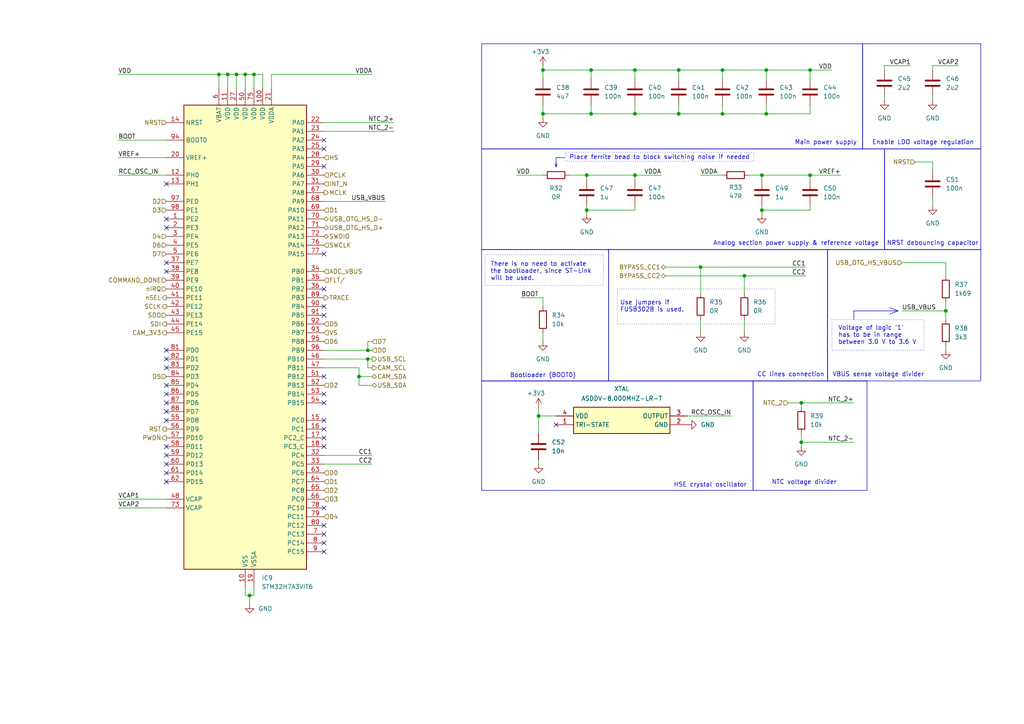
<source format=kicad_sch>
(kicad_sch
	(version 20231120)
	(generator "eeschema")
	(generator_version "8.0")
	(uuid "f83ac14a-23f7-41bc-9488-0874b6771d47")
	(paper "A4")
	(lib_symbols
		(symbol "Device:C"
			(pin_numbers hide)
			(pin_names
				(offset 0.254)
			)
			(exclude_from_sim no)
			(in_bom yes)
			(on_board yes)
			(property "Reference" "C"
				(at 0.635 2.54 0)
				(effects
					(font
						(size 1.27 1.27)
					)
					(justify left)
				)
			)
			(property "Value" "C"
				(at 0.635 -2.54 0)
				(effects
					(font
						(size 1.27 1.27)
					)
					(justify left)
				)
			)
			(property "Footprint" ""
				(at 0.9652 -3.81 0)
				(effects
					(font
						(size 1.27 1.27)
					)
					(hide yes)
				)
			)
			(property "Datasheet" "~"
				(at 0 0 0)
				(effects
					(font
						(size 1.27 1.27)
					)
					(hide yes)
				)
			)
			(property "Description" "Unpolarized capacitor"
				(at 0 0 0)
				(effects
					(font
						(size 1.27 1.27)
					)
					(hide yes)
				)
			)
			(property "ki_keywords" "cap capacitor"
				(at 0 0 0)
				(effects
					(font
						(size 1.27 1.27)
					)
					(hide yes)
				)
			)
			(property "ki_fp_filters" "C_*"
				(at 0 0 0)
				(effects
					(font
						(size 1.27 1.27)
					)
					(hide yes)
				)
			)
			(symbol "C_0_1"
				(polyline
					(pts
						(xy -2.032 -0.762) (xy 2.032 -0.762)
					)
					(stroke
						(width 0.508)
						(type default)
					)
					(fill
						(type none)
					)
				)
				(polyline
					(pts
						(xy -2.032 0.762) (xy 2.032 0.762)
					)
					(stroke
						(width 0.508)
						(type default)
					)
					(fill
						(type none)
					)
				)
			)
			(symbol "C_1_1"
				(pin passive line
					(at 0 3.81 270)
					(length 2.794)
					(name "~"
						(effects
							(font
								(size 1.27 1.27)
							)
						)
					)
					(number "1"
						(effects
							(font
								(size 1.27 1.27)
							)
						)
					)
				)
				(pin passive line
					(at 0 -3.81 90)
					(length 2.794)
					(name "~"
						(effects
							(font
								(size 1.27 1.27)
							)
						)
					)
					(number "2"
						(effects
							(font
								(size 1.27 1.27)
							)
						)
					)
				)
			)
		)
		(symbol "Device:R"
			(pin_numbers hide)
			(pin_names
				(offset 0)
			)
			(exclude_from_sim no)
			(in_bom yes)
			(on_board yes)
			(property "Reference" "R"
				(at 2.032 0 90)
				(effects
					(font
						(size 1.27 1.27)
					)
				)
			)
			(property "Value" "R"
				(at 0 0 90)
				(effects
					(font
						(size 1.27 1.27)
					)
				)
			)
			(property "Footprint" ""
				(at -1.778 0 90)
				(effects
					(font
						(size 1.27 1.27)
					)
					(hide yes)
				)
			)
			(property "Datasheet" "~"
				(at 0 0 0)
				(effects
					(font
						(size 1.27 1.27)
					)
					(hide yes)
				)
			)
			(property "Description" "Resistor"
				(at 0 0 0)
				(effects
					(font
						(size 1.27 1.27)
					)
					(hide yes)
				)
			)
			(property "ki_keywords" "R res resistor"
				(at 0 0 0)
				(effects
					(font
						(size 1.27 1.27)
					)
					(hide yes)
				)
			)
			(property "ki_fp_filters" "R_*"
				(at 0 0 0)
				(effects
					(font
						(size 1.27 1.27)
					)
					(hide yes)
				)
			)
			(symbol "R_0_1"
				(rectangle
					(start -1.016 -2.54)
					(end 1.016 2.54)
					(stroke
						(width 0.254)
						(type default)
					)
					(fill
						(type none)
					)
				)
			)
			(symbol "R_1_1"
				(pin passive line
					(at 0 3.81 270)
					(length 1.27)
					(name "~"
						(effects
							(font
								(size 1.27 1.27)
							)
						)
					)
					(number "1"
						(effects
							(font
								(size 1.27 1.27)
							)
						)
					)
				)
				(pin passive line
					(at 0 -3.81 90)
					(length 1.27)
					(name "~"
						(effects
							(font
								(size 1.27 1.27)
							)
						)
					)
					(number "2"
						(effects
							(font
								(size 1.27 1.27)
							)
						)
					)
				)
			)
		)
		(symbol "MCU_ST_STM32H7:STM32H7A3VITx"
			(exclude_from_sim no)
			(in_bom yes)
			(on_board yes)
			(property "Reference" "U"
				(at -17.78 69.85 0)
				(effects
					(font
						(size 1.27 1.27)
					)
					(justify left)
				)
			)
			(property "Value" "STM32H7A3VITx"
				(at 10.16 69.85 0)
				(effects
					(font
						(size 1.27 1.27)
					)
					(justify left)
				)
			)
			(property "Footprint" "Package_QFP:LQFP-100_14x14mm_P0.5mm"
				(at -17.78 -66.04 0)
				(effects
					(font
						(size 1.27 1.27)
					)
					(justify right)
					(hide yes)
				)
			)
			(property "Datasheet" "https://www.st.com/resource/en/datasheet/stm32h7a3vi.pdf"
				(at 0 0 0)
				(effects
					(font
						(size 1.27 1.27)
					)
					(hide yes)
				)
			)
			(property "Description" "STMicroelectronics Arm Cortex-M7 MCU, 2048KB flash, 1184KB RAM, 280 MHz, 1.62-3.6V, 82 GPIO, LQFP100"
				(at 0 0 0)
				(effects
					(font
						(size 1.27 1.27)
					)
					(hide yes)
				)
			)
			(property "ki_keywords" "Arm Cortex-M7 STM32H7 STM32H7A3/7B3"
				(at 0 0 0)
				(effects
					(font
						(size 1.27 1.27)
					)
					(hide yes)
				)
			)
			(property "ki_fp_filters" "LQFP*14x14mm*P0.5mm*"
				(at 0 0 0)
				(effects
					(font
						(size 1.27 1.27)
					)
					(hide yes)
				)
			)
			(symbol "STM32H7A3VITx_0_1"
				(rectangle
					(start -17.78 -66.04)
					(end 17.78 68.58)
					(stroke
						(width 0.254)
						(type default)
					)
					(fill
						(type background)
					)
				)
			)
			(symbol "STM32H7A3VITx_1_1"
				(pin bidirectional line
					(at -22.86 35.56 0)
					(length 5.08)
					(name "PE2"
						(effects
							(font
								(size 1.27 1.27)
							)
						)
					)
					(number "1"
						(effects
							(font
								(size 1.27 1.27)
							)
						)
					)
					(alternate "DEBUG_TRACECLK" bidirectional line)
					(alternate "FMC_A23" bidirectional line)
					(alternate "OCTOSPIM_P1_IO2" bidirectional line)
					(alternate "SAI1_CK1" bidirectional line)
					(alternate "SAI1_MCLK_A" bidirectional line)
					(alternate "SPI4_SCK" bidirectional line)
					(alternate "USART10_RX" bidirectional line)
				)
				(pin power_in line
					(at 0 -71.12 90)
					(length 5.08)
					(name "VSS"
						(effects
							(font
								(size 1.27 1.27)
							)
						)
					)
					(number "10"
						(effects
							(font
								(size 1.27 1.27)
							)
						)
					)
				)
				(pin power_in line
					(at 5.08 73.66 270)
					(length 5.08)
					(name "VDD"
						(effects
							(font
								(size 1.27 1.27)
							)
						)
					)
					(number "100"
						(effects
							(font
								(size 1.27 1.27)
							)
						)
					)
				)
				(pin power_in line
					(at -5.08 73.66 270)
					(length 5.08)
					(name "VDD"
						(effects
							(font
								(size 1.27 1.27)
							)
						)
					)
					(number "11"
						(effects
							(font
								(size 1.27 1.27)
							)
						)
					)
				)
				(pin bidirectional line
					(at -22.86 48.26 0)
					(length 5.08)
					(name "PH0"
						(effects
							(font
								(size 1.27 1.27)
							)
						)
					)
					(number "12"
						(effects
							(font
								(size 1.27 1.27)
							)
						)
					)
					(alternate "RCC_OSC_IN" bidirectional line)
				)
				(pin bidirectional line
					(at -22.86 45.72 0)
					(length 5.08)
					(name "PH1"
						(effects
							(font
								(size 1.27 1.27)
							)
						)
					)
					(number "13"
						(effects
							(font
								(size 1.27 1.27)
							)
						)
					)
					(alternate "RCC_OSC_OUT" bidirectional line)
				)
				(pin input line
					(at -22.86 63.5 0)
					(length 5.08)
					(name "NRST"
						(effects
							(font
								(size 1.27 1.27)
							)
						)
					)
					(number "14"
						(effects
							(font
								(size 1.27 1.27)
							)
						)
					)
				)
				(pin bidirectional line
					(at 22.86 -22.86 180)
					(length 5.08)
					(name "PC0"
						(effects
							(font
								(size 1.27 1.27)
							)
						)
					)
					(number "15"
						(effects
							(font
								(size 1.27 1.27)
							)
						)
					)
					(alternate "ADC1_INP10" bidirectional line)
					(alternate "ADC2_INP10" bidirectional line)
					(alternate "DFSDM1_CKIN0" bidirectional line)
					(alternate "DFSDM1_DATIN4" bidirectional line)
					(alternate "FMC_A25" bidirectional line)
					(alternate "FMC_SDNWE" bidirectional line)
					(alternate "LTDC_G2" bidirectional line)
					(alternate "LTDC_R5" bidirectional line)
					(alternate "SAI2_FS_B" bidirectional line)
					(alternate "USB_OTG_HS_ULPI_STP" bidirectional line)
				)
				(pin bidirectional line
					(at 22.86 -25.4 180)
					(length 5.08)
					(name "PC1"
						(effects
							(font
								(size 1.27 1.27)
							)
						)
					)
					(number "16"
						(effects
							(font
								(size 1.27 1.27)
							)
						)
					)
					(alternate "ADC1_INN10" bidirectional line)
					(alternate "ADC1_INP11" bidirectional line)
					(alternate "ADC2_INN10" bidirectional line)
					(alternate "ADC2_INP11" bidirectional line)
					(alternate "DEBUG_TRACED0" bidirectional line)
					(alternate "DFSDM1_CKIN4" bidirectional line)
					(alternate "DFSDM1_DATIN0" bidirectional line)
					(alternate "I2S2_SDO" bidirectional line)
					(alternate "LTDC_G5" bidirectional line)
					(alternate "MDIOS_MDC" bidirectional line)
					(alternate "OCTOSPIM_P1_IO4" bidirectional line)
					(alternate "PWR_WKUP6" bidirectional line)
					(alternate "RTC_TAMP3" bidirectional line)
					(alternate "SAI1_D1" bidirectional line)
					(alternate "SAI1_SD_A" bidirectional line)
					(alternate "SDMMC2_CK" bidirectional line)
					(alternate "SPI2_MOSI" bidirectional line)
				)
				(pin bidirectional line
					(at 22.86 -27.94 180)
					(length 5.08)
					(name "PC2_C"
						(effects
							(font
								(size 1.27 1.27)
							)
						)
					)
					(number "17"
						(effects
							(font
								(size 1.27 1.27)
							)
						)
					)
					(alternate "ADC2_INN1" bidirectional line)
					(alternate "ADC2_INP0" bidirectional line)
					(alternate "DFSDM1_CKIN1" bidirectional line)
					(alternate "DFSDM1_CKOUT" bidirectional line)
					(alternate "FMC_SDNE0" bidirectional line)
					(alternate "I2S2_SDI" bidirectional line)
					(alternate "OCTOSPIM_P1_IO2" bidirectional line)
					(alternate "OCTOSPIM_P1_IO5" bidirectional line)
					(alternate "PWR_CSTOP" bidirectional line)
					(alternate "SPI2_MISO" bidirectional line)
					(alternate "USB_OTG_HS_ULPI_DIR" bidirectional line)
				)
				(pin bidirectional line
					(at 22.86 -30.48 180)
					(length 5.08)
					(name "PC3_C"
						(effects
							(font
								(size 1.27 1.27)
							)
						)
					)
					(number "18"
						(effects
							(font
								(size 1.27 1.27)
							)
						)
					)
					(alternate "ADC2_INP1" bidirectional line)
					(alternate "DFSDM1_DATIN1" bidirectional line)
					(alternate "FMC_SDCKE0" bidirectional line)
					(alternate "I2S2_SDO" bidirectional line)
					(alternate "OCTOSPIM_P1_IO0" bidirectional line)
					(alternate "OCTOSPIM_P1_IO6" bidirectional line)
					(alternate "PWR_CSLEEP" bidirectional line)
					(alternate "SPI2_MOSI" bidirectional line)
					(alternate "USB_OTG_HS_ULPI_NXT" bidirectional line)
				)
				(pin power_in line
					(at 2.54 -71.12 90)
					(length 5.08)
					(name "VSSA"
						(effects
							(font
								(size 1.27 1.27)
							)
						)
					)
					(number "19"
						(effects
							(font
								(size 1.27 1.27)
							)
						)
					)
				)
				(pin bidirectional line
					(at -22.86 33.02 0)
					(length 5.08)
					(name "PE3"
						(effects
							(font
								(size 1.27 1.27)
							)
						)
					)
					(number "2"
						(effects
							(font
								(size 1.27 1.27)
							)
						)
					)
					(alternate "DEBUG_TRACED0" bidirectional line)
					(alternate "FMC_A19" bidirectional line)
					(alternate "SAI1_SD_B" bidirectional line)
					(alternate "TIM15_BKIN" bidirectional line)
					(alternate "USART10_TX" bidirectional line)
				)
				(pin input line
					(at -22.86 53.34 0)
					(length 5.08)
					(name "VREF+"
						(effects
							(font
								(size 1.27 1.27)
							)
						)
					)
					(number "20"
						(effects
							(font
								(size 1.27 1.27)
							)
						)
					)
					(alternate "VREFBUF_OUT" bidirectional line)
				)
				(pin power_in line
					(at 7.62 73.66 270)
					(length 5.08)
					(name "VDDA"
						(effects
							(font
								(size 1.27 1.27)
							)
						)
					)
					(number "21"
						(effects
							(font
								(size 1.27 1.27)
							)
						)
					)
				)
				(pin bidirectional line
					(at 22.86 63.5 180)
					(length 5.08)
					(name "PA0"
						(effects
							(font
								(size 1.27 1.27)
							)
						)
					)
					(number "22"
						(effects
							(font
								(size 1.27 1.27)
							)
						)
					)
					(alternate "ADC1_INP16" bidirectional line)
					(alternate "I2S6_WS" bidirectional line)
					(alternate "PWR_WKUP1" bidirectional line)
					(alternate "SAI2_SD_B" bidirectional line)
					(alternate "SDMMC2_CMD" bidirectional line)
					(alternate "SPI6_NSS" bidirectional line)
					(alternate "TIM15_BKIN" bidirectional line)
					(alternate "TIM2_CH1" bidirectional line)
					(alternate "TIM2_ETR" bidirectional line)
					(alternate "TIM5_CH1" bidirectional line)
					(alternate "TIM8_ETR" bidirectional line)
					(alternate "UART4_TX" bidirectional line)
					(alternate "USART2_CTS" bidirectional line)
					(alternate "USART2_NSS" bidirectional line)
				)
				(pin bidirectional line
					(at 22.86 60.96 180)
					(length 5.08)
					(name "PA1"
						(effects
							(font
								(size 1.27 1.27)
							)
						)
					)
					(number "23"
						(effects
							(font
								(size 1.27 1.27)
							)
						)
					)
					(alternate "ADC1_INN16" bidirectional line)
					(alternate "ADC1_INP17" bidirectional line)
					(alternate "LPTIM3_OUT" bidirectional line)
					(alternate "LTDC_R2" bidirectional line)
					(alternate "OCTOSPIM_P1_DQS" bidirectional line)
					(alternate "OCTOSPIM_P1_IO3" bidirectional line)
					(alternate "SAI2_MCLK_B" bidirectional line)
					(alternate "TIM15_CH1N" bidirectional line)
					(alternate "TIM2_CH2" bidirectional line)
					(alternate "TIM5_CH2" bidirectional line)
					(alternate "UART4_RX" bidirectional line)
					(alternate "USART2_DE" bidirectional line)
					(alternate "USART2_RTS" bidirectional line)
				)
				(pin bidirectional line
					(at 22.86 58.42 180)
					(length 5.08)
					(name "PA2"
						(effects
							(font
								(size 1.27 1.27)
							)
						)
					)
					(number "24"
						(effects
							(font
								(size 1.27 1.27)
							)
						)
					)
					(alternate "ADC1_INP14" bidirectional line)
					(alternate "DFSDM2_CKIN1" bidirectional line)
					(alternate "LTDC_R1" bidirectional line)
					(alternate "MDIOS_MDIO" bidirectional line)
					(alternate "PWR_WKUP2" bidirectional line)
					(alternate "SAI2_SCK_B" bidirectional line)
					(alternate "TIM15_CH1" bidirectional line)
					(alternate "TIM2_CH3" bidirectional line)
					(alternate "TIM5_CH3" bidirectional line)
					(alternate "USART2_TX" bidirectional line)
				)
				(pin bidirectional line
					(at 22.86 55.88 180)
					(length 5.08)
					(name "PA3"
						(effects
							(font
								(size 1.27 1.27)
							)
						)
					)
					(number "25"
						(effects
							(font
								(size 1.27 1.27)
							)
						)
					)
					(alternate "ADC1_INP15" bidirectional line)
					(alternate "I2S6_MCK" bidirectional line)
					(alternate "LTDC_B2" bidirectional line)
					(alternate "LTDC_B5" bidirectional line)
					(alternate "OCTOSPIM_P1_CLK" bidirectional line)
					(alternate "TIM15_CH2" bidirectional line)
					(alternate "TIM2_CH4" bidirectional line)
					(alternate "TIM5_CH4" bidirectional line)
					(alternate "USART2_RX" bidirectional line)
					(alternate "USB_OTG_HS_ULPI_D0" bidirectional line)
				)
				(pin passive line
					(at 0 -71.12 90)
					(length 5.08) hide
					(name "VSS"
						(effects
							(font
								(size 1.27 1.27)
							)
						)
					)
					(number "26"
						(effects
							(font
								(size 1.27 1.27)
							)
						)
					)
				)
				(pin power_in line
					(at -2.54 73.66 270)
					(length 5.08)
					(name "VDD"
						(effects
							(font
								(size 1.27 1.27)
							)
						)
					)
					(number "27"
						(effects
							(font
								(size 1.27 1.27)
							)
						)
					)
				)
				(pin bidirectional line
					(at 22.86 53.34 180)
					(length 5.08)
					(name "PA4"
						(effects
							(font
								(size 1.27 1.27)
							)
						)
					)
					(number "28"
						(effects
							(font
								(size 1.27 1.27)
							)
						)
					)
					(alternate "ADC1_INP18" bidirectional line)
					(alternate "DAC1_OUT1" bidirectional line)
					(alternate "DCMI_HSYNC" bidirectional line)
					(alternate "I2S1_WS" bidirectional line)
					(alternate "I2S3_WS" bidirectional line)
					(alternate "I2S6_WS" bidirectional line)
					(alternate "LTDC_VSYNC" bidirectional line)
					(alternate "PSSI_DE" bidirectional line)
					(alternate "SPI1_NSS" bidirectional line)
					(alternate "SPI3_NSS" bidirectional line)
					(alternate "SPI6_NSS" bidirectional line)
					(alternate "TIM5_ETR" bidirectional line)
					(alternate "USART2_CK" bidirectional line)
				)
				(pin bidirectional line
					(at 22.86 50.8 180)
					(length 5.08)
					(name "PA5"
						(effects
							(font
								(size 1.27 1.27)
							)
						)
					)
					(number "29"
						(effects
							(font
								(size 1.27 1.27)
							)
						)
					)
					(alternate "ADC1_INN18" bidirectional line)
					(alternate "ADC1_INP19" bidirectional line)
					(alternate "DAC1_OUT2" bidirectional line)
					(alternate "I2S1_CK" bidirectional line)
					(alternate "I2S6_CK" bidirectional line)
					(alternate "LTDC_R4" bidirectional line)
					(alternate "PSSI_D14" bidirectional line)
					(alternate "PWR_NDSTOP2" bidirectional line)
					(alternate "SPI1_SCK" bidirectional line)
					(alternate "SPI6_SCK" bidirectional line)
					(alternate "TIM2_CH1" bidirectional line)
					(alternate "TIM2_ETR" bidirectional line)
					(alternate "TIM8_CH1N" bidirectional line)
					(alternate "USB_OTG_HS_ULPI_CK" bidirectional line)
				)
				(pin bidirectional line
					(at -22.86 30.48 0)
					(length 5.08)
					(name "PE4"
						(effects
							(font
								(size 1.27 1.27)
							)
						)
					)
					(number "3"
						(effects
							(font
								(size 1.27 1.27)
							)
						)
					)
					(alternate "DCMI_D4" bidirectional line)
					(alternate "DEBUG_TRACED1" bidirectional line)
					(alternate "DFSDM1_DATIN3" bidirectional line)
					(alternate "FMC_A20" bidirectional line)
					(alternate "LTDC_B0" bidirectional line)
					(alternate "PSSI_D4" bidirectional line)
					(alternate "SAI1_D2" bidirectional line)
					(alternate "SAI1_FS_A" bidirectional line)
					(alternate "SPI4_NSS" bidirectional line)
					(alternate "TIM15_CH1N" bidirectional line)
				)
				(pin bidirectional line
					(at 22.86 48.26 180)
					(length 5.08)
					(name "PA6"
						(effects
							(font
								(size 1.27 1.27)
							)
						)
					)
					(number "30"
						(effects
							(font
								(size 1.27 1.27)
							)
						)
					)
					(alternate "ADC1_INP3" bidirectional line)
					(alternate "ADC2_INP3" bidirectional line)
					(alternate "DAC2_OUT1" bidirectional line)
					(alternate "DCMI_PIXCLK" bidirectional line)
					(alternate "I2S1_SDI" bidirectional line)
					(alternate "I2S6_SDI" bidirectional line)
					(alternate "LTDC_G2" bidirectional line)
					(alternate "MDIOS_MDC" bidirectional line)
					(alternate "OCTOSPIM_P1_IO3" bidirectional line)
					(alternate "PSSI_PDCK" bidirectional line)
					(alternate "SPI1_MISO" bidirectional line)
					(alternate "SPI6_MISO" bidirectional line)
					(alternate "TIM13_CH1" bidirectional line)
					(alternate "TIM1_BKIN" bidirectional line)
					(alternate "TIM1_BKIN_COMP1" bidirectional line)
					(alternate "TIM1_BKIN_COMP2" bidirectional line)
					(alternate "TIM3_CH1" bidirectional line)
					(alternate "TIM8_BKIN" bidirectional line)
					(alternate "TIM8_BKIN_COMP1" bidirectional line)
					(alternate "TIM8_BKIN_COMP2" bidirectional line)
				)
				(pin bidirectional line
					(at 22.86 45.72 180)
					(length 5.08)
					(name "PA7"
						(effects
							(font
								(size 1.27 1.27)
							)
						)
					)
					(number "31"
						(effects
							(font
								(size 1.27 1.27)
							)
						)
					)
					(alternate "ADC1_INN3" bidirectional line)
					(alternate "ADC1_INP7" bidirectional line)
					(alternate "ADC2_INN3" bidirectional line)
					(alternate "ADC2_INP7" bidirectional line)
					(alternate "DFSDM2_DATIN1" bidirectional line)
					(alternate "FMC_SDNWE" bidirectional line)
					(alternate "I2S1_SDO" bidirectional line)
					(alternate "I2S6_SDO" bidirectional line)
					(alternate "LTDC_VSYNC" bidirectional line)
					(alternate "OCTOSPIM_P1_IO2" bidirectional line)
					(alternate "OPAMP1_VINM" bidirectional line)
					(alternate "SPI1_MOSI" bidirectional line)
					(alternate "SPI6_MOSI" bidirectional line)
					(alternate "TIM14_CH1" bidirectional line)
					(alternate "TIM1_CH1N" bidirectional line)
					(alternate "TIM3_CH2" bidirectional line)
					(alternate "TIM8_CH1N" bidirectional line)
				)
				(pin bidirectional line
					(at 22.86 -33.02 180)
					(length 5.08)
					(name "PC4"
						(effects
							(font
								(size 1.27 1.27)
							)
						)
					)
					(number "32"
						(effects
							(font
								(size 1.27 1.27)
							)
						)
					)
					(alternate "ADC1_INP4" bidirectional line)
					(alternate "ADC2_INP4" bidirectional line)
					(alternate "COMP1_INM" bidirectional line)
					(alternate "DFSDM1_CKIN2" bidirectional line)
					(alternate "FMC_SDNE0" bidirectional line)
					(alternate "I2S1_MCK" bidirectional line)
					(alternate "LTDC_R7" bidirectional line)
					(alternate "OPAMP1_VOUT" bidirectional line)
					(alternate "SPDIFRX_IN2" bidirectional line)
				)
				(pin bidirectional line
					(at 22.86 -35.56 180)
					(length 5.08)
					(name "PC5"
						(effects
							(font
								(size 1.27 1.27)
							)
						)
					)
					(number "33"
						(effects
							(font
								(size 1.27 1.27)
							)
						)
					)
					(alternate "ADC1_INN4" bidirectional line)
					(alternate "ADC1_INP8" bidirectional line)
					(alternate "ADC2_INN4" bidirectional line)
					(alternate "ADC2_INP8" bidirectional line)
					(alternate "COMP1_OUT" bidirectional line)
					(alternate "DFSDM1_DATIN2" bidirectional line)
					(alternate "FMC_SDCKE0" bidirectional line)
					(alternate "LTDC_DE" bidirectional line)
					(alternate "OCTOSPIM_P1_DQS" bidirectional line)
					(alternate "OPAMP1_VINM" bidirectional line)
					(alternate "PSSI_D15" bidirectional line)
					(alternate "SAI1_D3" bidirectional line)
					(alternate "SPDIFRX_IN3" bidirectional line)
				)
				(pin bidirectional line
					(at 22.86 20.32 180)
					(length 5.08)
					(name "PB0"
						(effects
							(font
								(size 1.27 1.27)
							)
						)
					)
					(number "34"
						(effects
							(font
								(size 1.27 1.27)
							)
						)
					)
					(alternate "ADC1_INN5" bidirectional line)
					(alternate "ADC1_INP9" bidirectional line)
					(alternate "ADC2_INN5" bidirectional line)
					(alternate "ADC2_INP9" bidirectional line)
					(alternate "COMP1_INP" bidirectional line)
					(alternate "DFSDM1_CKOUT" bidirectional line)
					(alternate "DFSDM2_CKOUT" bidirectional line)
					(alternate "LTDC_G1" bidirectional line)
					(alternate "LTDC_R3" bidirectional line)
					(alternate "OCTOSPIM_P1_IO1" bidirectional line)
					(alternate "OPAMP1_VINP" bidirectional line)
					(alternate "TIM1_CH2N" bidirectional line)
					(alternate "TIM3_CH3" bidirectional line)
					(alternate "TIM8_CH2N" bidirectional line)
					(alternate "UART4_CTS" bidirectional line)
					(alternate "USB_OTG_HS_ULPI_D1" bidirectional line)
				)
				(pin bidirectional line
					(at 22.86 17.78 180)
					(length 5.08)
					(name "PB1"
						(effects
							(font
								(size 1.27 1.27)
							)
						)
					)
					(number "35"
						(effects
							(font
								(size 1.27 1.27)
							)
						)
					)
					(alternate "ADC1_INP5" bidirectional line)
					(alternate "ADC2_INP5" bidirectional line)
					(alternate "COMP1_INM" bidirectional line)
					(alternate "DFSDM1_DATIN1" bidirectional line)
					(alternate "LTDC_G0" bidirectional line)
					(alternate "LTDC_R6" bidirectional line)
					(alternate "OCTOSPIM_P1_IO0" bidirectional line)
					(alternate "TIM1_CH3N" bidirectional line)
					(alternate "TIM3_CH4" bidirectional line)
					(alternate "TIM8_CH3N" bidirectional line)
					(alternate "USB_OTG_HS_ULPI_D2" bidirectional line)
				)
				(pin bidirectional line
					(at 22.86 15.24 180)
					(length 5.08)
					(name "PB2"
						(effects
							(font
								(size 1.27 1.27)
							)
						)
					)
					(number "36"
						(effects
							(font
								(size 1.27 1.27)
							)
						)
					)
					(alternate "COMP1_INP" bidirectional line)
					(alternate "DFSDM1_CKIN1" bidirectional line)
					(alternate "I2S3_SDO" bidirectional line)
					(alternate "OCTOSPIM_P1_CLK" bidirectional line)
					(alternate "OCTOSPIM_P1_DQS" bidirectional line)
					(alternate "RTC_OUT_ALARM" bidirectional line)
					(alternate "RTC_OUT_CALIB" bidirectional line)
					(alternate "SAI1_D1" bidirectional line)
					(alternate "SAI1_SD_A" bidirectional line)
					(alternate "SPI3_MOSI" bidirectional line)
				)
				(pin bidirectional line
					(at -22.86 22.86 0)
					(length 5.08)
					(name "PE7"
						(effects
							(font
								(size 1.27 1.27)
							)
						)
					)
					(number "37"
						(effects
							(font
								(size 1.27 1.27)
							)
						)
					)
					(alternate "COMP2_INM" bidirectional line)
					(alternate "DFSDM1_DATIN2" bidirectional line)
					(alternate "FMC_D4" bidirectional line)
					(alternate "FMC_DA4" bidirectional line)
					(alternate "OCTOSPIM_P1_IO4" bidirectional line)
					(alternate "OPAMP2_VOUT" bidirectional line)
					(alternate "TIM1_ETR" bidirectional line)
					(alternate "UART7_RX" bidirectional line)
				)
				(pin bidirectional line
					(at -22.86 20.32 0)
					(length 5.08)
					(name "PE8"
						(effects
							(font
								(size 1.27 1.27)
							)
						)
					)
					(number "38"
						(effects
							(font
								(size 1.27 1.27)
							)
						)
					)
					(alternate "COMP2_OUT" bidirectional line)
					(alternate "DFSDM1_CKIN2" bidirectional line)
					(alternate "FMC_D5" bidirectional line)
					(alternate "FMC_DA5" bidirectional line)
					(alternate "OCTOSPIM_P1_IO5" bidirectional line)
					(alternate "OPAMP2_VINM" bidirectional line)
					(alternate "TIM1_CH1N" bidirectional line)
					(alternate "UART7_TX" bidirectional line)
				)
				(pin bidirectional line
					(at -22.86 17.78 0)
					(length 5.08)
					(name "PE9"
						(effects
							(font
								(size 1.27 1.27)
							)
						)
					)
					(number "39"
						(effects
							(font
								(size 1.27 1.27)
							)
						)
					)
					(alternate "COMP2_INP" bidirectional line)
					(alternate "DAC1_EXTI9" bidirectional line)
					(alternate "DFSDM1_CKOUT" bidirectional line)
					(alternate "FMC_D6" bidirectional line)
					(alternate "FMC_DA6" bidirectional line)
					(alternate "OCTOSPIM_P1_IO6" bidirectional line)
					(alternate "OPAMP2_VINP" bidirectional line)
					(alternate "TIM1_CH1" bidirectional line)
					(alternate "UART7_DE" bidirectional line)
					(alternate "UART7_RTS" bidirectional line)
				)
				(pin bidirectional line
					(at -22.86 27.94 0)
					(length 5.08)
					(name "PE5"
						(effects
							(font
								(size 1.27 1.27)
							)
						)
					)
					(number "4"
						(effects
							(font
								(size 1.27 1.27)
							)
						)
					)
					(alternate "DCMI_D6" bidirectional line)
					(alternate "DEBUG_TRACED2" bidirectional line)
					(alternate "DFSDM1_CKIN3" bidirectional line)
					(alternate "FMC_A21" bidirectional line)
					(alternate "LTDC_G0" bidirectional line)
					(alternate "PSSI_D6" bidirectional line)
					(alternate "SAI1_CK2" bidirectional line)
					(alternate "SAI1_SCK_A" bidirectional line)
					(alternate "SPI4_MISO" bidirectional line)
					(alternate "TIM15_CH1" bidirectional line)
				)
				(pin bidirectional line
					(at -22.86 15.24 0)
					(length 5.08)
					(name "PE10"
						(effects
							(font
								(size 1.27 1.27)
							)
						)
					)
					(number "40"
						(effects
							(font
								(size 1.27 1.27)
							)
						)
					)
					(alternate "COMP2_INM" bidirectional line)
					(alternate "DFSDM1_DATIN4" bidirectional line)
					(alternate "FMC_D7" bidirectional line)
					(alternate "FMC_DA7" bidirectional line)
					(alternate "OCTOSPIM_P1_IO7" bidirectional line)
					(alternate "TIM1_CH2N" bidirectional line)
					(alternate "UART7_CTS" bidirectional line)
				)
				(pin bidirectional line
					(at -22.86 12.7 0)
					(length 5.08)
					(name "PE11"
						(effects
							(font
								(size 1.27 1.27)
							)
						)
					)
					(number "41"
						(effects
							(font
								(size 1.27 1.27)
							)
						)
					)
					(alternate "ADC1_EXTI11" bidirectional line)
					(alternate "ADC2_EXTI11" bidirectional line)
					(alternate "COMP2_INP" bidirectional line)
					(alternate "DFSDM1_CKIN4" bidirectional line)
					(alternate "FMC_D8" bidirectional line)
					(alternate "FMC_DA8" bidirectional line)
					(alternate "LTDC_G3" bidirectional line)
					(alternate "OCTOSPIM_P1_NCS" bidirectional line)
					(alternate "SAI2_SD_B" bidirectional line)
					(alternate "SPI4_NSS" bidirectional line)
					(alternate "TIM1_CH2" bidirectional line)
				)
				(pin bidirectional line
					(at -22.86 10.16 0)
					(length 5.08)
					(name "PE12"
						(effects
							(font
								(size 1.27 1.27)
							)
						)
					)
					(number "42"
						(effects
							(font
								(size 1.27 1.27)
							)
						)
					)
					(alternate "COMP1_OUT" bidirectional line)
					(alternate "DFSDM1_DATIN5" bidirectional line)
					(alternate "FMC_D9" bidirectional line)
					(alternate "FMC_DA9" bidirectional line)
					(alternate "LTDC_B4" bidirectional line)
					(alternate "SAI2_SCK_B" bidirectional line)
					(alternate "SPI4_SCK" bidirectional line)
					(alternate "TIM1_CH3N" bidirectional line)
				)
				(pin bidirectional line
					(at -22.86 7.62 0)
					(length 5.08)
					(name "PE13"
						(effects
							(font
								(size 1.27 1.27)
							)
						)
					)
					(number "43"
						(effects
							(font
								(size 1.27 1.27)
							)
						)
					)
					(alternate "COMP2_OUT" bidirectional line)
					(alternate "DFSDM1_CKIN5" bidirectional line)
					(alternate "FMC_D10" bidirectional line)
					(alternate "FMC_DA10" bidirectional line)
					(alternate "LTDC_DE" bidirectional line)
					(alternate "SAI2_FS_B" bidirectional line)
					(alternate "SPI4_MISO" bidirectional line)
					(alternate "TIM1_CH3" bidirectional line)
				)
				(pin bidirectional line
					(at -22.86 5.08 0)
					(length 5.08)
					(name "PE14"
						(effects
							(font
								(size 1.27 1.27)
							)
						)
					)
					(number "44"
						(effects
							(font
								(size 1.27 1.27)
							)
						)
					)
					(alternate "FMC_D11" bidirectional line)
					(alternate "FMC_DA11" bidirectional line)
					(alternate "LTDC_CLK" bidirectional line)
					(alternate "SAI2_MCLK_B" bidirectional line)
					(alternate "SPI4_MOSI" bidirectional line)
					(alternate "TIM1_CH4" bidirectional line)
				)
				(pin bidirectional line
					(at -22.86 2.54 0)
					(length 5.08)
					(name "PE15"
						(effects
							(font
								(size 1.27 1.27)
							)
						)
					)
					(number "45"
						(effects
							(font
								(size 1.27 1.27)
							)
						)
					)
					(alternate "ADC1_EXTI15" bidirectional line)
					(alternate "ADC2_EXTI15" bidirectional line)
					(alternate "FMC_D12" bidirectional line)
					(alternate "FMC_DA12" bidirectional line)
					(alternate "LTDC_R7" bidirectional line)
					(alternate "TIM1_BKIN" bidirectional line)
					(alternate "TIM1_BKIN_COMP1" bidirectional line)
					(alternate "TIM1_BKIN_COMP2" bidirectional line)
					(alternate "USART10_CK" bidirectional line)
				)
				(pin bidirectional line
					(at 22.86 -5.08 180)
					(length 5.08)
					(name "PB10"
						(effects
							(font
								(size 1.27 1.27)
							)
						)
					)
					(number "46"
						(effects
							(font
								(size 1.27 1.27)
							)
						)
					)
					(alternate "DFSDM1_DATIN7" bidirectional line)
					(alternate "I2C2_SCL" bidirectional line)
					(alternate "I2S2_CK" bidirectional line)
					(alternate "LPTIM2_IN1" bidirectional line)
					(alternate "LTDC_G4" bidirectional line)
					(alternate "OCTOSPIM_P1_NCS" bidirectional line)
					(alternate "SPI2_SCK" bidirectional line)
					(alternate "TIM2_CH3" bidirectional line)
					(alternate "USART3_TX" bidirectional line)
					(alternate "USB_OTG_HS_ULPI_D3" bidirectional line)
				)
				(pin bidirectional line
					(at 22.86 -7.62 180)
					(length 5.08)
					(name "PB11"
						(effects
							(font
								(size 1.27 1.27)
							)
						)
					)
					(number "47"
						(effects
							(font
								(size 1.27 1.27)
							)
						)
					)
					(alternate "ADC1_EXTI11" bidirectional line)
					(alternate "ADC2_EXTI11" bidirectional line)
					(alternate "DFSDM1_CKIN7" bidirectional line)
					(alternate "I2C2_SDA" bidirectional line)
					(alternate "LPTIM2_ETR" bidirectional line)
					(alternate "LTDC_G5" bidirectional line)
					(alternate "TIM2_CH4" bidirectional line)
					(alternate "USART3_RX" bidirectional line)
					(alternate "USB_OTG_HS_ULPI_D4" bidirectional line)
				)
				(pin power_out line
					(at -22.86 -45.72 0)
					(length 5.08)
					(name "VCAP"
						(effects
							(font
								(size 1.27 1.27)
							)
						)
					)
					(number "48"
						(effects
							(font
								(size 1.27 1.27)
							)
						)
					)
				)
				(pin passive line
					(at 0 -71.12 90)
					(length 5.08) hide
					(name "VSS"
						(effects
							(font
								(size 1.27 1.27)
							)
						)
					)
					(number "49"
						(effects
							(font
								(size 1.27 1.27)
							)
						)
					)
				)
				(pin bidirectional line
					(at -22.86 25.4 0)
					(length 5.08)
					(name "PE6"
						(effects
							(font
								(size 1.27 1.27)
							)
						)
					)
					(number "5"
						(effects
							(font
								(size 1.27 1.27)
							)
						)
					)
					(alternate "DCMI_D7" bidirectional line)
					(alternate "DEBUG_TRACED3" bidirectional line)
					(alternate "FMC_A22" bidirectional line)
					(alternate "LTDC_G1" bidirectional line)
					(alternate "PSSI_D7" bidirectional line)
					(alternate "SAI1_D1" bidirectional line)
					(alternate "SAI1_SD_A" bidirectional line)
					(alternate "SAI2_MCLK_B" bidirectional line)
					(alternate "SPI4_MOSI" bidirectional line)
					(alternate "TIM15_CH2" bidirectional line)
					(alternate "TIM1_BKIN2" bidirectional line)
					(alternate "TIM1_BKIN2_COMP1" bidirectional line)
					(alternate "TIM1_BKIN2_COMP2" bidirectional line)
				)
				(pin power_in line
					(at 0 73.66 270)
					(length 5.08)
					(name "VDD"
						(effects
							(font
								(size 1.27 1.27)
							)
						)
					)
					(number "50"
						(effects
							(font
								(size 1.27 1.27)
							)
						)
					)
				)
				(pin bidirectional line
					(at 22.86 -10.16 180)
					(length 5.08)
					(name "PB12"
						(effects
							(font
								(size 1.27 1.27)
							)
						)
					)
					(number "51"
						(effects
							(font
								(size 1.27 1.27)
							)
						)
					)
					(alternate "DFSDM1_DATIN1" bidirectional line)
					(alternate "DFSDM2_DATIN1" bidirectional line)
					(alternate "FDCAN2_RX" bidirectional line)
					(alternate "I2C2_SMBA" bidirectional line)
					(alternate "I2S2_WS" bidirectional line)
					(alternate "OCTOSPIM_P1_NCLK" bidirectional line)
					(alternate "SPI2_NSS" bidirectional line)
					(alternate "TIM1_BKIN" bidirectional line)
					(alternate "TIM1_BKIN_COMP1" bidirectional line)
					(alternate "TIM1_BKIN_COMP2" bidirectional line)
					(alternate "UART5_RX" bidirectional line)
					(alternate "USART3_CK" bidirectional line)
					(alternate "USB_OTG_HS_ULPI_D5" bidirectional line)
				)
				(pin bidirectional line
					(at 22.86 -12.7 180)
					(length 5.08)
					(name "PB13"
						(effects
							(font
								(size 1.27 1.27)
							)
						)
					)
					(number "52"
						(effects
							(font
								(size 1.27 1.27)
							)
						)
					)
					(alternate "DCMI_D2" bidirectional line)
					(alternate "DFSDM1_CKIN1" bidirectional line)
					(alternate "DFSDM2_CKIN1" bidirectional line)
					(alternate "FDCAN2_TX" bidirectional line)
					(alternate "I2S2_CK" bidirectional line)
					(alternate "LPTIM2_OUT" bidirectional line)
					(alternate "PSSI_D2" bidirectional line)
					(alternate "SDMMC1_D0" bidirectional line)
					(alternate "SPI2_SCK" bidirectional line)
					(alternate "TIM1_CH1N" bidirectional line)
					(alternate "UART5_TX" bidirectional line)
					(alternate "USART3_CTS" bidirectional line)
					(alternate "USART3_NSS" bidirectional line)
					(alternate "USB_OTG_HS_ULPI_D6" bidirectional line)
				)
				(pin bidirectional line
					(at 22.86 -15.24 180)
					(length 5.08)
					(name "PB14"
						(effects
							(font
								(size 1.27 1.27)
							)
						)
					)
					(number "53"
						(effects
							(font
								(size 1.27 1.27)
							)
						)
					)
					(alternate "DFSDM1_DATIN2" bidirectional line)
					(alternate "I2S2_SDI" bidirectional line)
					(alternate "LTDC_CLK" bidirectional line)
					(alternate "SDMMC2_D0" bidirectional line)
					(alternate "SPI2_MISO" bidirectional line)
					(alternate "TIM12_CH1" bidirectional line)
					(alternate "TIM1_CH2N" bidirectional line)
					(alternate "TIM8_CH2N" bidirectional line)
					(alternate "UART4_DE" bidirectional line)
					(alternate "UART4_RTS" bidirectional line)
					(alternate "USART1_TX" bidirectional line)
					(alternate "USART3_DE" bidirectional line)
					(alternate "USART3_RTS" bidirectional line)
				)
				(pin bidirectional line
					(at 22.86 -17.78 180)
					(length 5.08)
					(name "PB15"
						(effects
							(font
								(size 1.27 1.27)
							)
						)
					)
					(number "54"
						(effects
							(font
								(size 1.27 1.27)
							)
						)
					)
					(alternate "ADC1_EXTI15" bidirectional line)
					(alternate "ADC2_EXTI15" bidirectional line)
					(alternate "DFSDM1_CKIN2" bidirectional line)
					(alternate "I2S2_SDO" bidirectional line)
					(alternate "LTDC_G7" bidirectional line)
					(alternate "RTC_REFIN" bidirectional line)
					(alternate "SDMMC2_D1" bidirectional line)
					(alternate "SPI2_MOSI" bidirectional line)
					(alternate "TIM12_CH2" bidirectional line)
					(alternate "TIM1_CH3N" bidirectional line)
					(alternate "TIM8_CH3N" bidirectional line)
					(alternate "UART4_CTS" bidirectional line)
					(alternate "USART1_RX" bidirectional line)
				)
				(pin bidirectional line
					(at -22.86 -22.86 0)
					(length 5.08)
					(name "PD8"
						(effects
							(font
								(size 1.27 1.27)
							)
						)
					)
					(number "55"
						(effects
							(font
								(size 1.27 1.27)
							)
						)
					)
					(alternate "DFSDM1_CKIN3" bidirectional line)
					(alternate "FMC_D13" bidirectional line)
					(alternate "FMC_DA13" bidirectional line)
					(alternate "SPDIFRX_IN1" bidirectional line)
					(alternate "USART3_TX" bidirectional line)
				)
				(pin bidirectional line
					(at -22.86 -25.4 0)
					(length 5.08)
					(name "PD9"
						(effects
							(font
								(size 1.27 1.27)
							)
						)
					)
					(number "56"
						(effects
							(font
								(size 1.27 1.27)
							)
						)
					)
					(alternate "DAC1_EXTI9" bidirectional line)
					(alternate "DFSDM1_DATIN3" bidirectional line)
					(alternate "FMC_D14" bidirectional line)
					(alternate "FMC_DA14" bidirectional line)
					(alternate "USART3_RX" bidirectional line)
				)
				(pin bidirectional line
					(at -22.86 -27.94 0)
					(length 5.08)
					(name "PD10"
						(effects
							(font
								(size 1.27 1.27)
							)
						)
					)
					(number "57"
						(effects
							(font
								(size 1.27 1.27)
							)
						)
					)
					(alternate "DFSDM1_CKOUT" bidirectional line)
					(alternate "DFSDM2_CKOUT" bidirectional line)
					(alternate "FMC_D15" bidirectional line)
					(alternate "FMC_DA15" bidirectional line)
					(alternate "LTDC_B3" bidirectional line)
					(alternate "USART3_CK" bidirectional line)
				)
				(pin bidirectional line
					(at -22.86 -30.48 0)
					(length 5.08)
					(name "PD11"
						(effects
							(font
								(size 1.27 1.27)
							)
						)
					)
					(number "58"
						(effects
							(font
								(size 1.27 1.27)
							)
						)
					)
					(alternate "ADC1_EXTI11" bidirectional line)
					(alternate "ADC2_EXTI11" bidirectional line)
					(alternate "FMC_A16" bidirectional line)
					(alternate "FMC_CLE" bidirectional line)
					(alternate "I2C4_SMBA" bidirectional line)
					(alternate "LPTIM2_IN2" bidirectional line)
					(alternate "OCTOSPIM_P1_IO0" bidirectional line)
					(alternate "SAI2_SD_A" bidirectional line)
					(alternate "USART3_CTS" bidirectional line)
					(alternate "USART3_NSS" bidirectional line)
				)
				(pin bidirectional line
					(at -22.86 -33.02 0)
					(length 5.08)
					(name "PD12"
						(effects
							(font
								(size 1.27 1.27)
							)
						)
					)
					(number "59"
						(effects
							(font
								(size 1.27 1.27)
							)
						)
					)
					(alternate "DCMI_D12" bidirectional line)
					(alternate "FMC_A17" bidirectional line)
					(alternate "FMC_ALE" bidirectional line)
					(alternate "I2C4_SCL" bidirectional line)
					(alternate "LPTIM1_IN1" bidirectional line)
					(alternate "LPTIM2_IN1" bidirectional line)
					(alternate "OCTOSPIM_P1_IO1" bidirectional line)
					(alternate "PSSI_D12" bidirectional line)
					(alternate "SAI2_FS_A" bidirectional line)
					(alternate "TIM4_CH1" bidirectional line)
					(alternate "USART3_DE" bidirectional line)
					(alternate "USART3_RTS" bidirectional line)
				)
				(pin power_in line
					(at -7.62 73.66 270)
					(length 5.08)
					(name "VBAT"
						(effects
							(font
								(size 1.27 1.27)
							)
						)
					)
					(number "6"
						(effects
							(font
								(size 1.27 1.27)
							)
						)
					)
				)
				(pin bidirectional line
					(at -22.86 -35.56 0)
					(length 5.08)
					(name "PD13"
						(effects
							(font
								(size 1.27 1.27)
							)
						)
					)
					(number "60"
						(effects
							(font
								(size 1.27 1.27)
							)
						)
					)
					(alternate "DCMI_D13" bidirectional line)
					(alternate "FMC_A18" bidirectional line)
					(alternate "I2C4_SDA" bidirectional line)
					(alternate "LPTIM1_OUT" bidirectional line)
					(alternate "OCTOSPIM_P1_IO3" bidirectional line)
					(alternate "PSSI_D13" bidirectional line)
					(alternate "SAI2_SCK_A" bidirectional line)
					(alternate "TIM4_CH2" bidirectional line)
					(alternate "UART9_DE" bidirectional line)
					(alternate "UART9_RTS" bidirectional line)
				)
				(pin bidirectional line
					(at -22.86 -38.1 0)
					(length 5.08)
					(name "PD14"
						(effects
							(font
								(size 1.27 1.27)
							)
						)
					)
					(number "61"
						(effects
							(font
								(size 1.27 1.27)
							)
						)
					)
					(alternate "FMC_D0" bidirectional line)
					(alternate "FMC_DA0" bidirectional line)
					(alternate "TIM4_CH3" bidirectional line)
					(alternate "UART8_CTS" bidirectional line)
					(alternate "UART9_RX" bidirectional line)
				)
				(pin bidirectional line
					(at -22.86 -40.64 0)
					(length 5.08)
					(name "PD15"
						(effects
							(font
								(size 1.27 1.27)
							)
						)
					)
					(number "62"
						(effects
							(font
								(size 1.27 1.27)
							)
						)
					)
					(alternate "ADC1_EXTI15" bidirectional line)
					(alternate "ADC2_EXTI15" bidirectional line)
					(alternate "FMC_D1" bidirectional line)
					(alternate "FMC_DA1" bidirectional line)
					(alternate "TIM4_CH4" bidirectional line)
					(alternate "UART8_DE" bidirectional line)
					(alternate "UART8_RTS" bidirectional line)
					(alternate "UART9_TX" bidirectional line)
				)
				(pin bidirectional line
					(at 22.86 -38.1 180)
					(length 5.08)
					(name "PC6"
						(effects
							(font
								(size 1.27 1.27)
							)
						)
					)
					(number "63"
						(effects
							(font
								(size 1.27 1.27)
							)
						)
					)
					(alternate "DCMI_D0" bidirectional line)
					(alternate "DFSDM1_CKIN3" bidirectional line)
					(alternate "FMC_NWAIT" bidirectional line)
					(alternate "I2S2_MCK" bidirectional line)
					(alternate "LTDC_HSYNC" bidirectional line)
					(alternate "PSSI_D0" bidirectional line)
					(alternate "SDMMC1_D0DIR" bidirectional line)
					(alternate "SDMMC1_D6" bidirectional line)
					(alternate "SDMMC2_D6" bidirectional line)
					(alternate "SWPMI1_IO" bidirectional line)
					(alternate "TIM3_CH1" bidirectional line)
					(alternate "TIM8_CH1" bidirectional line)
					(alternate "USART6_TX" bidirectional line)
				)
				(pin bidirectional line
					(at 22.86 -40.64 180)
					(length 5.08)
					(name "PC7"
						(effects
							(font
								(size 1.27 1.27)
							)
						)
					)
					(number "64"
						(effects
							(font
								(size 1.27 1.27)
							)
						)
					)
					(alternate "DCMI_D1" bidirectional line)
					(alternate "DEBUG_TRGIO" bidirectional line)
					(alternate "DFSDM1_DATIN3" bidirectional line)
					(alternate "FMC_NE1" bidirectional line)
					(alternate "I2S3_MCK" bidirectional line)
					(alternate "LTDC_G6" bidirectional line)
					(alternate "PSSI_D1" bidirectional line)
					(alternate "SDMMC1_D123DIR" bidirectional line)
					(alternate "SDMMC1_D7" bidirectional line)
					(alternate "SDMMC2_D7" bidirectional line)
					(alternate "SWPMI1_TX" bidirectional line)
					(alternate "TIM3_CH2" bidirectional line)
					(alternate "TIM8_CH2" bidirectional line)
					(alternate "USART6_RX" bidirectional line)
				)
				(pin bidirectional line
					(at 22.86 -43.18 180)
					(length 5.08)
					(name "PC8"
						(effects
							(font
								(size 1.27 1.27)
							)
						)
					)
					(number "65"
						(effects
							(font
								(size 1.27 1.27)
							)
						)
					)
					(alternate "DCMI_D2" bidirectional line)
					(alternate "DEBUG_TRACED1" bidirectional line)
					(alternate "FMC_INT" bidirectional line)
					(alternate "FMC_NCE" bidirectional line)
					(alternate "FMC_NE2" bidirectional line)
					(alternate "PSSI_D2" bidirectional line)
					(alternate "SDMMC1_D0" bidirectional line)
					(alternate "SWPMI1_RX" bidirectional line)
					(alternate "TIM3_CH3" bidirectional line)
					(alternate "TIM8_CH3" bidirectional line)
					(alternate "UART5_DE" bidirectional line)
					(alternate "UART5_RTS" bidirectional line)
					(alternate "USART6_CK" bidirectional line)
				)
				(pin bidirectional line
					(at 22.86 -45.72 180)
					(length 5.08)
					(name "PC9"
						(effects
							(font
								(size 1.27 1.27)
							)
						)
					)
					(number "66"
						(effects
							(font
								(size 1.27 1.27)
							)
						)
					)
					(alternate "DAC1_EXTI9" bidirectional line)
					(alternate "DCMI_D3" bidirectional line)
					(alternate "I2C3_SDA" bidirectional line)
					(alternate "I2S_CKIN" bidirectional line)
					(alternate "LTDC_B2" bidirectional line)
					(alternate "LTDC_G3" bidirectional line)
					(alternate "OCTOSPIM_P1_IO0" bidirectional line)
					(alternate "PSSI_D3" bidirectional line)
					(alternate "RCC_MCO_2" bidirectional line)
					(alternate "SDMMC1_D1" bidirectional line)
					(alternate "SWPMI1_SUSPEND" bidirectional line)
					(alternate "TIM3_CH4" bidirectional line)
					(alternate "TIM8_CH4" bidirectional line)
					(alternate "UART5_CTS" bidirectional line)
				)
				(pin bidirectional line
					(at 22.86 43.18 180)
					(length 5.08)
					(name "PA8"
						(effects
							(font
								(size 1.27 1.27)
							)
						)
					)
					(number "67"
						(effects
							(font
								(size 1.27 1.27)
							)
						)
					)
					(alternate "I2C3_SCL" bidirectional line)
					(alternate "LTDC_B3" bidirectional line)
					(alternate "LTDC_R6" bidirectional line)
					(alternate "RCC_MCO_1" bidirectional line)
					(alternate "TIM1_CH1" bidirectional line)
					(alternate "TIM8_BKIN2" bidirectional line)
					(alternate "TIM8_BKIN2_COMP1" bidirectional line)
					(alternate "TIM8_BKIN2_COMP2" bidirectional line)
					(alternate "UART7_RX" bidirectional line)
					(alternate "USART1_CK" bidirectional line)
					(alternate "USB_OTG_HS_SOF" bidirectional line)
				)
				(pin bidirectional line
					(at 22.86 40.64 180)
					(length 5.08)
					(name "PA9"
						(effects
							(font
								(size 1.27 1.27)
							)
						)
					)
					(number "68"
						(effects
							(font
								(size 1.27 1.27)
							)
						)
					)
					(alternate "DAC1_EXTI9" bidirectional line)
					(alternate "DCMI_D0" bidirectional line)
					(alternate "I2C3_SMBA" bidirectional line)
					(alternate "I2S2_CK" bidirectional line)
					(alternate "LPUART1_TX" bidirectional line)
					(alternate "LTDC_R5" bidirectional line)
					(alternate "PSSI_D0" bidirectional line)
					(alternate "SPI2_SCK" bidirectional line)
					(alternate "TIM1_CH2" bidirectional line)
					(alternate "USART1_TX" bidirectional line)
					(alternate "USB_OTG_HS_VBUS" bidirectional line)
				)
				(pin bidirectional line
					(at 22.86 38.1 180)
					(length 5.08)
					(name "PA10"
						(effects
							(font
								(size 1.27 1.27)
							)
						)
					)
					(number "69"
						(effects
							(font
								(size 1.27 1.27)
							)
						)
					)
					(alternate "DCMI_D1" bidirectional line)
					(alternate "LPUART1_RX" bidirectional line)
					(alternate "LTDC_B1" bidirectional line)
					(alternate "LTDC_B4" bidirectional line)
					(alternate "MDIOS_MDIO" bidirectional line)
					(alternate "PSSI_D1" bidirectional line)
					(alternate "TIM1_CH3" bidirectional line)
					(alternate "USART1_RX" bidirectional line)
					(alternate "USB_OTG_HS_ID" bidirectional line)
				)
				(pin bidirectional line
					(at 22.86 -55.88 180)
					(length 5.08)
					(name "PC13"
						(effects
							(font
								(size 1.27 1.27)
							)
						)
					)
					(number "7"
						(effects
							(font
								(size 1.27 1.27)
							)
						)
					)
					(alternate "PWR_WKUP4" bidirectional line)
					(alternate "RTC_OUT_ALARM" bidirectional line)
					(alternate "RTC_OUT_CALIB" bidirectional line)
					(alternate "RTC_TAMP1" bidirectional line)
					(alternate "RTC_TS" bidirectional line)
				)
				(pin bidirectional line
					(at 22.86 35.56 180)
					(length 5.08)
					(name "PA11"
						(effects
							(font
								(size 1.27 1.27)
							)
						)
					)
					(number "70"
						(effects
							(font
								(size 1.27 1.27)
							)
						)
					)
					(alternate "ADC1_EXTI11" bidirectional line)
					(alternate "ADC2_EXTI11" bidirectional line)
					(alternate "FDCAN1_RX" bidirectional line)
					(alternate "I2S2_WS" bidirectional line)
					(alternate "LPUART1_CTS" bidirectional line)
					(alternate "LTDC_R4" bidirectional line)
					(alternate "SPI2_NSS" bidirectional line)
					(alternate "TIM1_CH4" bidirectional line)
					(alternate "UART4_RX" bidirectional line)
					(alternate "USART1_CTS" bidirectional line)
					(alternate "USART1_NSS" bidirectional line)
					(alternate "USB_OTG_HS_DM" bidirectional line)
				)
				(pin bidirectional line
					(at 22.86 33.02 180)
					(length 5.08)
					(name "PA12"
						(effects
							(font
								(size 1.27 1.27)
							)
						)
					)
					(number "71"
						(effects
							(font
								(size 1.27 1.27)
							)
						)
					)
					(alternate "FDCAN1_TX" bidirectional line)
					(alternate "I2S2_CK" bidirectional line)
					(alternate "LPUART1_DE" bidirectional line)
					(alternate "LPUART1_RTS" bidirectional line)
					(alternate "LTDC_R5" bidirectional line)
					(alternate "SAI2_FS_B" bidirectional line)
					(alternate "SPI2_SCK" bidirectional line)
					(alternate "TIM1_ETR" bidirectional line)
					(alternate "UART4_TX" bidirectional line)
					(alternate "USART1_DE" bidirectional line)
					(alternate "USART1_RTS" bidirectional line)
					(alternate "USB_OTG_HS_DP" bidirectional line)
				)
				(pin bidirectional line
					(at 22.86 30.48 180)
					(length 5.08)
					(name "PA13"
						(effects
							(font
								(size 1.27 1.27)
							)
						)
					)
					(number "72"
						(effects
							(font
								(size 1.27 1.27)
							)
						)
					)
					(alternate "DEBUG_JTMS-SWDIO" bidirectional line)
				)
				(pin power_out line
					(at -22.86 -48.26 0)
					(length 5.08)
					(name "VCAP"
						(effects
							(font
								(size 1.27 1.27)
							)
						)
					)
					(number "73"
						(effects
							(font
								(size 1.27 1.27)
							)
						)
					)
				)
				(pin passive line
					(at 0 -71.12 90)
					(length 5.08) hide
					(name "VSS"
						(effects
							(font
								(size 1.27 1.27)
							)
						)
					)
					(number "74"
						(effects
							(font
								(size 1.27 1.27)
							)
						)
					)
				)
				(pin power_in line
					(at 2.54 73.66 270)
					(length 5.08)
					(name "VDD"
						(effects
							(font
								(size 1.27 1.27)
							)
						)
					)
					(number "75"
						(effects
							(font
								(size 1.27 1.27)
							)
						)
					)
				)
				(pin bidirectional line
					(at 22.86 27.94 180)
					(length 5.08)
					(name "PA14"
						(effects
							(font
								(size 1.27 1.27)
							)
						)
					)
					(number "76"
						(effects
							(font
								(size 1.27 1.27)
							)
						)
					)
					(alternate "DEBUG_JTCK-SWCLK" bidirectional line)
				)
				(pin bidirectional line
					(at 22.86 25.4 180)
					(length 5.08)
					(name "PA15"
						(effects
							(font
								(size 1.27 1.27)
							)
						)
					)
					(number "77"
						(effects
							(font
								(size 1.27 1.27)
							)
						)
					)
					(alternate "ADC1_EXTI15" bidirectional line)
					(alternate "ADC2_EXTI15" bidirectional line)
					(alternate "CEC" bidirectional line)
					(alternate "DEBUG_JTDI" bidirectional line)
					(alternate "I2S1_WS" bidirectional line)
					(alternate "I2S3_WS" bidirectional line)
					(alternate "I2S6_WS" bidirectional line)
					(alternate "LTDC_B6" bidirectional line)
					(alternate "LTDC_R3" bidirectional line)
					(alternate "SPI1_NSS" bidirectional line)
					(alternate "SPI3_NSS" bidirectional line)
					(alternate "SPI6_NSS" bidirectional line)
					(alternate "TIM2_CH1" bidirectional line)
					(alternate "TIM2_ETR" bidirectional line)
					(alternate "UART4_DE" bidirectional line)
					(alternate "UART4_RTS" bidirectional line)
					(alternate "UART7_TX" bidirectional line)
				)
				(pin bidirectional line
					(at 22.86 -48.26 180)
					(length 5.08)
					(name "PC10"
						(effects
							(font
								(size 1.27 1.27)
							)
						)
					)
					(number "78"
						(effects
							(font
								(size 1.27 1.27)
							)
						)
					)
					(alternate "DCMI_D8" bidirectional line)
					(alternate "DFSDM1_CKIN5" bidirectional line)
					(alternate "DFSDM2_CKIN0" bidirectional line)
					(alternate "I2S3_CK" bidirectional line)
					(alternate "LTDC_B1" bidirectional line)
					(alternate "LTDC_R2" bidirectional line)
					(alternate "OCTOSPIM_P1_IO1" bidirectional line)
					(alternate "PSSI_D8" bidirectional line)
					(alternate "SDMMC1_D2" bidirectional line)
					(alternate "SPI3_SCK" bidirectional line)
					(alternate "SWPMI1_RX" bidirectional line)
					(alternate "UART4_TX" bidirectional line)
					(alternate "USART3_TX" bidirectional line)
				)
				(pin bidirectional line
					(at 22.86 -50.8 180)
					(length 5.08)
					(name "PC11"
						(effects
							(font
								(size 1.27 1.27)
							)
						)
					)
					(number "79"
						(effects
							(font
								(size 1.27 1.27)
							)
						)
					)
					(alternate "ADC1_EXTI11" bidirectional line)
					(alternate "ADC2_EXTI11" bidirectional line)
					(alternate "DCMI_D4" bidirectional line)
					(alternate "DFSDM1_DATIN5" bidirectional line)
					(alternate "DFSDM2_DATIN0" bidirectional line)
					(alternate "I2S3_SDI" bidirectional line)
					(alternate "LTDC_B4" bidirectional line)
					(alternate "OCTOSPIM_P1_NCS" bidirectional line)
					(alternate "PSSI_D4" bidirectional line)
					(alternate "SDMMC1_D3" bidirectional line)
					(alternate "SPI3_MISO" bidirectional line)
					(alternate "UART4_RX" bidirectional line)
					(alternate "USART3_RX" bidirectional line)
				)
				(pin bidirectional line
					(at 22.86 -58.42 180)
					(length 5.08)
					(name "PC14"
						(effects
							(font
								(size 1.27 1.27)
							)
						)
					)
					(number "8"
						(effects
							(font
								(size 1.27 1.27)
							)
						)
					)
					(alternate "RCC_OSC32_IN" bidirectional line)
				)
				(pin bidirectional line
					(at 22.86 -53.34 180)
					(length 5.08)
					(name "PC12"
						(effects
							(font
								(size 1.27 1.27)
							)
						)
					)
					(number "80"
						(effects
							(font
								(size 1.27 1.27)
							)
						)
					)
					(alternate "DCMI_D9" bidirectional line)
					(alternate "DEBUG_TRACED3" bidirectional line)
					(alternate "DFSDM2_CKOUT" bidirectional line)
					(alternate "I2S3_SDO" bidirectional line)
					(alternate "I2S6_CK" bidirectional line)
					(alternate "LTDC_R6" bidirectional line)
					(alternate "PSSI_D9" bidirectional line)
					(alternate "SDMMC1_CK" bidirectional line)
					(alternate "SPI3_MOSI" bidirectional line)
					(alternate "SPI6_SCK" bidirectional line)
					(alternate "TIM15_CH1" bidirectional line)
					(alternate "UART5_TX" bidirectional line)
					(alternate "USART3_CK" bidirectional line)
				)
				(pin bidirectional line
					(at -22.86 -2.54 0)
					(length 5.08)
					(name "PD0"
						(effects
							(font
								(size 1.27 1.27)
							)
						)
					)
					(number "81"
						(effects
							(font
								(size 1.27 1.27)
							)
						)
					)
					(alternate "DFSDM1_CKIN6" bidirectional line)
					(alternate "FDCAN1_RX" bidirectional line)
					(alternate "FMC_D2" bidirectional line)
					(alternate "FMC_DA2" bidirectional line)
					(alternate "LTDC_B1" bidirectional line)
					(alternate "UART4_RX" bidirectional line)
					(alternate "UART9_CTS" bidirectional line)
				)
				(pin bidirectional line
					(at -22.86 -5.08 0)
					(length 5.08)
					(name "PD1"
						(effects
							(font
								(size 1.27 1.27)
							)
						)
					)
					(number "82"
						(effects
							(font
								(size 1.27 1.27)
							)
						)
					)
					(alternate "DFSDM1_DATIN6" bidirectional line)
					(alternate "FDCAN1_TX" bidirectional line)
					(alternate "FMC_D3" bidirectional line)
					(alternate "FMC_DA3" bidirectional line)
					(alternate "UART4_TX" bidirectional line)
				)
				(pin bidirectional line
					(at -22.86 -7.62 0)
					(length 5.08)
					(name "PD2"
						(effects
							(font
								(size 1.27 1.27)
							)
						)
					)
					(number "83"
						(effects
							(font
								(size 1.27 1.27)
							)
						)
					)
					(alternate "DCMI_D11" bidirectional line)
					(alternate "DEBUG_TRACED2" bidirectional line)
					(alternate "LTDC_B2" bidirectional line)
					(alternate "LTDC_B7" bidirectional line)
					(alternate "PSSI_D11" bidirectional line)
					(alternate "SDMMC1_CMD" bidirectional line)
					(alternate "TIM15_BKIN" bidirectional line)
					(alternate "TIM3_ETR" bidirectional line)
					(alternate "UART5_RX" bidirectional line)
				)
				(pin bidirectional line
					(at -22.86 -10.16 0)
					(length 5.08)
					(name "PD3"
						(effects
							(font
								(size 1.27 1.27)
							)
						)
					)
					(number "84"
						(effects
							(font
								(size 1.27 1.27)
							)
						)
					)
					(alternate "DCMI_D5" bidirectional line)
					(alternate "DFSDM1_CKOUT" bidirectional line)
					(alternate "FMC_CLK" bidirectional line)
					(alternate "I2S2_CK" bidirectional line)
					(alternate "LTDC_G7" bidirectional line)
					(alternate "PSSI_D5" bidirectional line)
					(alternate "SPI2_SCK" bidirectional line)
					(alternate "USART2_CTS" bidirectional line)
					(alternate "USART2_NSS" bidirectional line)
				)
				(pin bidirectional line
					(at -22.86 -12.7 0)
					(length 5.08)
					(name "PD4"
						(effects
							(font
								(size 1.27 1.27)
							)
						)
					)
					(number "85"
						(effects
							(font
								(size 1.27 1.27)
							)
						)
					)
					(alternate "FMC_NOE" bidirectional line)
					(alternate "OCTOSPIM_P1_IO4" bidirectional line)
					(alternate "USART2_DE" bidirectional line)
					(alternate "USART2_RTS" bidirectional line)
				)
				(pin bidirectional line
					(at -22.86 -15.24 0)
					(length 5.08)
					(name "PD5"
						(effects
							(font
								(size 1.27 1.27)
							)
						)
					)
					(number "86"
						(effects
							(font
								(size 1.27 1.27)
							)
						)
					)
					(alternate "FMC_NWE" bidirectional line)
					(alternate "OCTOSPIM_P1_IO5" bidirectional line)
					(alternate "USART2_TX" bidirectional line)
				)
				(pin bidirectional line
					(at -22.86 -17.78 0)
					(length 5.08)
					(name "PD6"
						(effects
							(font
								(size 1.27 1.27)
							)
						)
					)
					(number "87"
						(effects
							(font
								(size 1.27 1.27)
							)
						)
					)
					(alternate "DCMI_D10" bidirectional line)
					(alternate "DFSDM1_CKIN4" bidirectional line)
					(alternate "DFSDM1_DATIN1" bidirectional line)
					(alternate "FMC_NWAIT" bidirectional line)
					(alternate "I2S3_SDO" bidirectional line)
					(alternate "LTDC_B2" bidirectional line)
					(alternate "OCTOSPIM_P1_IO6" bidirectional line)
					(alternate "PSSI_D10" bidirectional line)
					(alternate "SAI1_D1" bidirectional line)
					(alternate "SAI1_SD_A" bidirectional line)
					(alternate "SDMMC2_CK" bidirectional line)
					(alternate "SPI3_MOSI" bidirectional line)
					(alternate "USART2_RX" bidirectional line)
				)
				(pin bidirectional line
					(at -22.86 -20.32 0)
					(length 5.08)
					(name "PD7"
						(effects
							(font
								(size 1.27 1.27)
							)
						)
					)
					(number "88"
						(effects
							(font
								(size 1.27 1.27)
							)
						)
					)
					(alternate "DFSDM1_CKIN1" bidirectional line)
					(alternate "DFSDM1_DATIN4" bidirectional line)
					(alternate "FMC_NE1" bidirectional line)
					(alternate "I2S1_SDO" bidirectional line)
					(alternate "OCTOSPIM_P1_IO7" bidirectional line)
					(alternate "SDMMC2_CMD" bidirectional line)
					(alternate "SPDIFRX_IN0" bidirectional line)
					(alternate "SPI1_MOSI" bidirectional line)
					(alternate "USART2_CK" bidirectional line)
				)
				(pin bidirectional line
					(at 22.86 12.7 180)
					(length 5.08)
					(name "PB3"
						(effects
							(font
								(size 1.27 1.27)
							)
						)
					)
					(number "89"
						(effects
							(font
								(size 1.27 1.27)
							)
						)
					)
					(alternate "CRS_SYNC" bidirectional line)
					(alternate "DEBUG_JTDO-SWO" bidirectional line)
					(alternate "I2S1_CK" bidirectional line)
					(alternate "I2S3_CK" bidirectional line)
					(alternate "I2S6_CK" bidirectional line)
					(alternate "SDMMC2_D2" bidirectional line)
					(alternate "SPI1_SCK" bidirectional line)
					(alternate "SPI3_SCK" bidirectional line)
					(alternate "SPI6_SCK" bidirectional line)
					(alternate "TIM2_CH2" bidirectional line)
					(alternate "UART7_RX" bidirectional line)
				)
				(pin bidirectional line
					(at 22.86 -60.96 180)
					(length 5.08)
					(name "PC15"
						(effects
							(font
								(size 1.27 1.27)
							)
						)
					)
					(number "9"
						(effects
							(font
								(size 1.27 1.27)
							)
						)
					)
					(alternate "ADC1_EXTI15" bidirectional line)
					(alternate "ADC2_EXTI15" bidirectional line)
					(alternate "RCC_OSC32_OUT" bidirectional line)
				)
				(pin bidirectional line
					(at 22.86 10.16 180)
					(length 5.08)
					(name "PB4"
						(effects
							(font
								(size 1.27 1.27)
							)
						)
					)
					(number "90"
						(effects
							(font
								(size 1.27 1.27)
							)
						)
					)
					(alternate "DEBUG_JTRST" bidirectional line)
					(alternate "I2S1_SDI" bidirectional line)
					(alternate "I2S2_WS" bidirectional line)
					(alternate "I2S3_SDI" bidirectional line)
					(alternate "I2S6_SDI" bidirectional line)
					(alternate "SDMMC2_D3" bidirectional line)
					(alternate "SPI1_MISO" bidirectional line)
					(alternate "SPI2_NSS" bidirectional line)
					(alternate "SPI3_MISO" bidirectional line)
					(alternate "SPI6_MISO" bidirectional line)
					(alternate "TIM16_BKIN" bidirectional line)
					(alternate "TIM3_CH1" bidirectional line)
					(alternate "UART7_TX" bidirectional line)
				)
				(pin bidirectional line
					(at 22.86 7.62 180)
					(length 5.08)
					(name "PB5"
						(effects
							(font
								(size 1.27 1.27)
							)
						)
					)
					(number "91"
						(effects
							(font
								(size 1.27 1.27)
							)
						)
					)
					(alternate "DCMI_D10" bidirectional line)
					(alternate "FDCAN2_RX" bidirectional line)
					(alternate "FMC_SDCKE1" bidirectional line)
					(alternate "I2C1_SMBA" bidirectional line)
					(alternate "I2C4_SMBA" bidirectional line)
					(alternate "I2S1_SDO" bidirectional line)
					(alternate "I2S3_SDO" bidirectional line)
					(alternate "I2S6_SDO" bidirectional line)
					(alternate "LTDC_B5" bidirectional line)
					(alternate "PSSI_D10" bidirectional line)
					(alternate "SPI1_MOSI" bidirectional line)
					(alternate "SPI3_MOSI" bidirectional line)
					(alternate "SPI6_MOSI" bidirectional line)
					(alternate "TIM17_BKIN" bidirectional line)
					(alternate "TIM3_CH2" bidirectional line)
					(alternate "UART5_RX" bidirectional line)
					(alternate "USB_OTG_HS_ULPI_D7" bidirectional line)
				)
				(pin bidirectional line
					(at 22.86 5.08 180)
					(length 5.08)
					(name "PB6"
						(effects
							(font
								(size 1.27 1.27)
							)
						)
					)
					(number "92"
						(effects
							(font
								(size 1.27 1.27)
							)
						)
					)
					(alternate "CEC" bidirectional line)
					(alternate "DCMI_D5" bidirectional line)
					(alternate "DFSDM1_DATIN5" bidirectional line)
					(alternate "FDCAN2_TX" bidirectional line)
					(alternate "FMC_SDNE1" bidirectional line)
					(alternate "I2C1_SCL" bidirectional line)
					(alternate "I2C4_SCL" bidirectional line)
					(alternate "LPUART1_TX" bidirectional line)
					(alternate "OCTOSPIM_P1_NCS" bidirectional line)
					(alternate "PSSI_D5" bidirectional line)
					(alternate "TIM16_CH1N" bidirectional line)
					(alternate "TIM4_CH1" bidirectional line)
					(alternate "UART5_TX" bidirectional line)
					(alternate "USART1_TX" bidirectional line)
				)
				(pin bidirectional line
					(at 22.86 2.54 180)
					(length 5.08)
					(name "PB7"
						(effects
							(font
								(size 1.27 1.27)
							)
						)
					)
					(number "93"
						(effects
							(font
								(size 1.27 1.27)
							)
						)
					)
					(alternate "DCMI_VSYNC" bidirectional line)
					(alternate "DFSDM1_CKIN5" bidirectional line)
					(alternate "FMC_NL" bidirectional line)
					(alternate "I2C1_SDA" bidirectional line)
					(alternate "I2C4_SDA" bidirectional line)
					(alternate "LPUART1_RX" bidirectional line)
					(alternate "PSSI_RDY" bidirectional line)
					(alternate "PWR_PVD_IN" bidirectional line)
					(alternate "TIM17_CH1N" bidirectional line)
					(alternate "TIM4_CH2" bidirectional line)
					(alternate "USART1_RX" bidirectional line)
				)
				(pin input line
					(at -22.86 58.42 0)
					(length 5.08)
					(name "BOOT0"
						(effects
							(font
								(size 1.27 1.27)
							)
						)
					)
					(number "94"
						(effects
							(font
								(size 1.27 1.27)
							)
						)
					)
				)
				(pin bidirectional line
					(at 22.86 0 180)
					(length 5.08)
					(name "PB8"
						(effects
							(font
								(size 1.27 1.27)
							)
						)
					)
					(number "95"
						(effects
							(font
								(size 1.27 1.27)
							)
						)
					)
					(alternate "DCMI_D6" bidirectional line)
					(alternate "DFSDM1_CKIN7" bidirectional line)
					(alternate "FDCAN1_RX" bidirectional line)
					(alternate "I2C1_SCL" bidirectional line)
					(alternate "I2C4_SCL" bidirectional line)
					(alternate "LTDC_B6" bidirectional line)
					(alternate "PSSI_D6" bidirectional line)
					(alternate "SDMMC1_CKIN" bidirectional line)
					(alternate "SDMMC1_D4" bidirectional line)
					(alternate "SDMMC2_D4" bidirectional line)
					(alternate "TIM16_CH1" bidirectional line)
					(alternate "TIM4_CH3" bidirectional line)
					(alternate "UART4_RX" bidirectional line)
				)
				(pin bidirectional line
					(at 22.86 -2.54 180)
					(length 5.08)
					(name "PB9"
						(effects
							(font
								(size 1.27 1.27)
							)
						)
					)
					(number "96"
						(effects
							(font
								(size 1.27 1.27)
							)
						)
					)
					(alternate "DAC1_EXTI9" bidirectional line)
					(alternate "DCMI_D7" bidirectional line)
					(alternate "DFSDM1_DATIN7" bidirectional line)
					(alternate "FDCAN1_TX" bidirectional line)
					(alternate "I2C1_SDA" bidirectional line)
					(alternate "I2C4_SDA" bidirectional line)
					(alternate "I2C4_SMBA" bidirectional line)
					(alternate "I2S2_WS" bidirectional line)
					(alternate "LTDC_B7" bidirectional line)
					(alternate "PSSI_D7" bidirectional line)
					(alternate "SDMMC1_CDIR" bidirectional line)
					(alternate "SDMMC1_D5" bidirectional line)
					(alternate "SDMMC2_D5" bidirectional line)
					(alternate "SPI2_NSS" bidirectional line)
					(alternate "TIM17_CH1" bidirectional line)
					(alternate "TIM4_CH4" bidirectional line)
					(alternate "UART4_TX" bidirectional line)
				)
				(pin bidirectional line
					(at -22.86 40.64 0)
					(length 5.08)
					(name "PE0"
						(effects
							(font
								(size 1.27 1.27)
							)
						)
					)
					(number "97"
						(effects
							(font
								(size 1.27 1.27)
							)
						)
					)
					(alternate "DCMI_D2" bidirectional line)
					(alternate "FMC_NBL0" bidirectional line)
					(alternate "LPTIM1_ETR" bidirectional line)
					(alternate "LPTIM2_ETR" bidirectional line)
					(alternate "LTDC_R0" bidirectional line)
					(alternate "PSSI_D2" bidirectional line)
					(alternate "SAI2_MCLK_A" bidirectional line)
					(alternate "TIM4_ETR" bidirectional line)
					(alternate "UART8_RX" bidirectional line)
				)
				(pin bidirectional line
					(at -22.86 38.1 0)
					(length 5.08)
					(name "PE1"
						(effects
							(font
								(size 1.27 1.27)
							)
						)
					)
					(number "98"
						(effects
							(font
								(size 1.27 1.27)
							)
						)
					)
					(alternate "DCMI_D3" bidirectional line)
					(alternate "FMC_NBL1" bidirectional line)
					(alternate "LPTIM1_IN2" bidirectional line)
					(alternate "LTDC_R6" bidirectional line)
					(alternate "PSSI_D3" bidirectional line)
					(alternate "UART8_TX" bidirectional line)
				)
				(pin passive line
					(at 0 -71.12 90)
					(length 5.08) hide
					(name "VSS"
						(effects
							(font
								(size 1.27 1.27)
							)
						)
					)
					(number "99"
						(effects
							(font
								(size 1.27 1.27)
							)
						)
					)
				)
			)
		)
		(symbol "SamacSys_Parts:ASDDV-8.000MHZ-LR-T"
			(exclude_from_sim no)
			(in_bom yes)
			(on_board yes)
			(property "Reference" "Y2"
				(at 0 -6.35 0)
				(effects
					(font
						(size 1.27 1.27)
					)
				)
			)
			(property "Value" "ASDDV-8.000MHZ-LR-T"
				(at 0 -9.144 0)
				(effects
					(font
						(size 1.27 1.27)
					)
				)
			)
			(property "Footprint" "AbraconASDDV"
				(at 15.24 -93.65 0)
				(effects
					(font
						(size 1.27 1.27)
					)
					(justify left top)
					(hide yes)
				)
			)
			(property "Datasheet" "https://abracon.com/datasheets/ASDDV.pdf"
				(at 15.24 -193.65 0)
				(effects
					(font
						(size 1.27 1.27)
					)
					(justify left top)
					(hide yes)
				)
			)
			(property "Description" "8 MHz XO (Standard) HCMOS, LVCMOS Oscillator 1.6V ~ 3.6V Enable/Disable 4-SMD, No Lead"
				(at 0 8.382 0)
				(effects
					(font
						(size 1.27 1.27)
					)
					(hide yes)
				)
			)
			(property "Height" "0.95"
				(at 15.24 -393.65 0)
				(effects
					(font
						(size 1.27 1.27)
					)
					(justify left top)
					(hide yes)
				)
			)
			(property "Manufacturer_Name" "ABRACON"
				(at 15.24 -493.65 0)
				(effects
					(font
						(size 1.27 1.27)
					)
					(justify left top)
					(hide yes)
				)
			)
			(property "Manufacturer_Part_Number" "ASDDV-8.000MHZ-LR-T"
				(at 15.24 -593.65 0)
				(effects
					(font
						(size 1.27 1.27)
					)
					(justify left top)
					(hide yes)
				)
			)
			(property "Mouser Part Number" "815-ASDDV-800MHZLRT"
				(at 15.24 -693.65 0)
				(effects
					(font
						(size 1.27 1.27)
					)
					(justify left top)
					(hide yes)
				)
			)
			(property "Mouser Price/Stock" "https://www.mouser.co.uk/ProductDetail/ABRACON/ASDDV-8.000MHZ-LR-T?qs=GedFDFLaBXGSA48omDAJ%252BQ%3D%3D"
				(at 15.24 -793.65 0)
				(effects
					(font
						(size 1.27 1.27)
					)
					(justify left top)
					(hide yes)
				)
			)
			(property "Arrow Part Number" "ASDDV-8.000MHZ-LR-T"
				(at 15.24 -893.65 0)
				(effects
					(font
						(size 1.27 1.27)
					)
					(justify left top)
					(hide yes)
				)
			)
			(property "Arrow Price/Stock" "https://www.arrow.com/en/products/asddv-8.000mhz-lr-t/abracon?region=nac"
				(at 15.24 -993.65 0)
				(effects
					(font
						(size 1.27 1.27)
					)
					(justify left top)
					(hide yes)
				)
			)
			(symbol "ASDDV-8.000MHZ-LR-T_1_1"
				(rectangle
					(start -13.97 3.81)
					(end 13.97 -3.81)
					(stroke
						(width 0.254)
						(type default)
					)
					(fill
						(type background)
					)
				)
				(pin passive line
					(at -19.05 -1.27 0)
					(length 5.08)
					(name "TRI-STATE"
						(effects
							(font
								(size 1.27 1.27)
							)
						)
					)
					(number "1"
						(effects
							(font
								(size 1.27 1.27)
							)
						)
					)
				)
				(pin passive line
					(at 19.05 -1.27 180)
					(length 5.08)
					(name "GND"
						(effects
							(font
								(size 1.27 1.27)
							)
						)
					)
					(number "2"
						(effects
							(font
								(size 1.27 1.27)
							)
						)
					)
				)
				(pin passive line
					(at 19.05 1.27 180)
					(length 5.08)
					(name "OUTPUT"
						(effects
							(font
								(size 1.27 1.27)
							)
						)
					)
					(number "3"
						(effects
							(font
								(size 1.27 1.27)
							)
						)
					)
				)
				(pin passive line
					(at -19.05 1.27 0)
					(length 5.08)
					(name "VDD"
						(effects
							(font
								(size 1.27 1.27)
							)
						)
					)
					(number "4"
						(effects
							(font
								(size 1.27 1.27)
							)
						)
					)
				)
			)
		)
		(symbol "power:+3V3"
			(power)
			(pin_numbers hide)
			(pin_names
				(offset 0) hide)
			(exclude_from_sim no)
			(in_bom yes)
			(on_board yes)
			(property "Reference" "#PWR"
				(at 0 -3.81 0)
				(effects
					(font
						(size 1.27 1.27)
					)
					(hide yes)
				)
			)
			(property "Value" "+3V3"
				(at 0 3.556 0)
				(effects
					(font
						(size 1.27 1.27)
					)
				)
			)
			(property "Footprint" ""
				(at 0 0 0)
				(effects
					(font
						(size 1.27 1.27)
					)
					(hide yes)
				)
			)
			(property "Datasheet" ""
				(at 0 0 0)
				(effects
					(font
						(size 1.27 1.27)
					)
					(hide yes)
				)
			)
			(property "Description" "Power symbol creates a global label with name \"+3V3\""
				(at 0 0 0)
				(effects
					(font
						(size 1.27 1.27)
					)
					(hide yes)
				)
			)
			(property "ki_keywords" "global power"
				(at 0 0 0)
				(effects
					(font
						(size 1.27 1.27)
					)
					(hide yes)
				)
			)
			(symbol "+3V3_0_1"
				(polyline
					(pts
						(xy -0.762 1.27) (xy 0 2.54)
					)
					(stroke
						(width 0)
						(type default)
					)
					(fill
						(type none)
					)
				)
				(polyline
					(pts
						(xy 0 0) (xy 0 2.54)
					)
					(stroke
						(width 0)
						(type default)
					)
					(fill
						(type none)
					)
				)
				(polyline
					(pts
						(xy 0 2.54) (xy 0.762 1.27)
					)
					(stroke
						(width 0)
						(type default)
					)
					(fill
						(type none)
					)
				)
			)
			(symbol "+3V3_1_1"
				(pin power_in line
					(at 0 0 90)
					(length 0)
					(name "~"
						(effects
							(font
								(size 1.27 1.27)
							)
						)
					)
					(number "1"
						(effects
							(font
								(size 1.27 1.27)
							)
						)
					)
				)
			)
		)
		(symbol "power:GND"
			(power)
			(pin_numbers hide)
			(pin_names
				(offset 0) hide)
			(exclude_from_sim no)
			(in_bom yes)
			(on_board yes)
			(property "Reference" "#PWR"
				(at 0 -6.35 0)
				(effects
					(font
						(size 1.27 1.27)
					)
					(hide yes)
				)
			)
			(property "Value" "GND"
				(at 0 -3.81 0)
				(effects
					(font
						(size 1.27 1.27)
					)
				)
			)
			(property "Footprint" ""
				(at 0 0 0)
				(effects
					(font
						(size 1.27 1.27)
					)
					(hide yes)
				)
			)
			(property "Datasheet" ""
				(at 0 0 0)
				(effects
					(font
						(size 1.27 1.27)
					)
					(hide yes)
				)
			)
			(property "Description" "Power symbol creates a global label with name \"GND\" , ground"
				(at 0 0 0)
				(effects
					(font
						(size 1.27 1.27)
					)
					(hide yes)
				)
			)
			(property "ki_keywords" "global power"
				(at 0 0 0)
				(effects
					(font
						(size 1.27 1.27)
					)
					(hide yes)
				)
			)
			(symbol "GND_0_1"
				(polyline
					(pts
						(xy 0 0) (xy 0 -1.27) (xy 1.27 -1.27) (xy 0 -2.54) (xy -1.27 -1.27) (xy 0 -1.27)
					)
					(stroke
						(width 0)
						(type default)
					)
					(fill
						(type none)
					)
				)
			)
			(symbol "GND_1_1"
				(pin power_in line
					(at 0 0 270)
					(length 0)
					(name "~"
						(effects
							(font
								(size 1.27 1.27)
							)
						)
					)
					(number "1"
						(effects
							(font
								(size 1.27 1.27)
							)
						)
					)
				)
			)
		)
	)
	(junction
		(at 106.68 101.6)
		(diameter 0)
		(color 0 0 0 0)
		(uuid "1491e9e0-17a6-419d-ae12-92aa0c23a07e")
	)
	(junction
		(at 215.9 80.01)
		(diameter 0)
		(color 0 0 0 0)
		(uuid "1a64168f-2655-47b7-a809-8aa3fcead0e6")
	)
	(junction
		(at 104.14 109.22)
		(diameter 0)
		(color 0 0 0 0)
		(uuid "1d992727-b967-4ebf-8728-34d5aff91cb8")
	)
	(junction
		(at 73.66 21.59)
		(diameter 0)
		(color 0 0 0 0)
		(uuid "33f06ba1-096a-4161-aefb-0898c4f9cdf0")
	)
	(junction
		(at 209.55 33.02)
		(diameter 0)
		(color 0 0 0 0)
		(uuid "3478e75c-48a9-47f9-bba8-27d5d50f8e30")
	)
	(junction
		(at 184.15 50.8)
		(diameter 0)
		(color 0 0 0 0)
		(uuid "4bd7db80-8f37-43dd-9d08-6eaa77c3eaab")
	)
	(junction
		(at 184.15 20.32)
		(diameter 0)
		(color 0 0 0 0)
		(uuid "4f2702d6-b0ad-48d3-866b-bec07818f4a7")
	)
	(junction
		(at 157.48 33.02)
		(diameter 0)
		(color 0 0 0 0)
		(uuid "5747d270-8e66-40dc-a8ff-3b0188062782")
	)
	(junction
		(at 220.98 50.8)
		(diameter 0)
		(color 0 0 0 0)
		(uuid "5e75a95b-eb78-499d-8b08-d593302929bd")
	)
	(junction
		(at 106.68 104.14)
		(diameter 0)
		(color 0 0 0 0)
		(uuid "5f32b2e7-6472-4a18-ab6d-8939be6d1145")
	)
	(junction
		(at 170.18 60.96)
		(diameter 0)
		(color 0 0 0 0)
		(uuid "603422aa-fa58-4dd6-8472-497101dcdaa7")
	)
	(junction
		(at 234.95 20.32)
		(diameter 0)
		(color 0 0 0 0)
		(uuid "6897c269-c89a-496f-942c-257932e47cc6")
	)
	(junction
		(at 203.2 77.47)
		(diameter 0)
		(color 0 0 0 0)
		(uuid "6a16465e-b47e-445a-bf5d-5a3070b8e959")
	)
	(junction
		(at 170.18 50.8)
		(diameter 0)
		(color 0 0 0 0)
		(uuid "706519b7-3825-48c9-9e3f-2df86fe24742")
	)
	(junction
		(at 171.45 33.02)
		(diameter 0)
		(color 0 0 0 0)
		(uuid "7218f0f8-114a-418d-a6e8-feb35616d22c")
	)
	(junction
		(at 232.41 128.27)
		(diameter 0)
		(color 0 0 0 0)
		(uuid "749bdd04-bc6a-47a0-a0f6-6765269a3b6b")
	)
	(junction
		(at 234.95 50.8)
		(diameter 0)
		(color 0 0 0 0)
		(uuid "751b2d14-ed3c-4c44-b9e9-2e28a209270b")
	)
	(junction
		(at 222.25 33.02)
		(diameter 0)
		(color 0 0 0 0)
		(uuid "7576179b-54d5-4df5-8c6c-6ba7ffc89978")
	)
	(junction
		(at 156.21 120.65)
		(diameter 0)
		(color 0 0 0 0)
		(uuid "80ba43fc-1b17-44b2-89a0-3d33d7f7e36a")
	)
	(junction
		(at 66.04 21.59)
		(diameter 0)
		(color 0 0 0 0)
		(uuid "8b88ece3-5211-487b-8233-d7540278bdd9")
	)
	(junction
		(at 196.85 33.02)
		(diameter 0)
		(color 0 0 0 0)
		(uuid "971ad6bc-3ba1-4e09-838e-9f0210085b79")
	)
	(junction
		(at 63.5 21.59)
		(diameter 0)
		(color 0 0 0 0)
		(uuid "9e50d549-dec2-4094-8d8a-17261dfd7bdb")
	)
	(junction
		(at 220.98 60.96)
		(diameter 0)
		(color 0 0 0 0)
		(uuid "a566db83-8982-4de6-b650-8ce46de883dd")
	)
	(junction
		(at 157.48 20.32)
		(diameter 0)
		(color 0 0 0 0)
		(uuid "b3039663-79fa-413f-8178-42525e5eeddb")
	)
	(junction
		(at 222.25 20.32)
		(diameter 0)
		(color 0 0 0 0)
		(uuid "b39e6922-84c4-4c68-b6e8-e009348b48b0")
	)
	(junction
		(at 184.15 33.02)
		(diameter 0)
		(color 0 0 0 0)
		(uuid "b8469a74-ffd9-4fef-9cca-2ebe57a3cd62")
	)
	(junction
		(at 68.58 21.59)
		(diameter 0)
		(color 0 0 0 0)
		(uuid "c317a568-9e4e-4eda-a6c8-141bd4b2b0d0")
	)
	(junction
		(at 196.85 20.32)
		(diameter 0)
		(color 0 0 0 0)
		(uuid "dcee2a93-2c76-4a13-bd3d-7a13ade7f7f1")
	)
	(junction
		(at 209.55 20.32)
		(diameter 0)
		(color 0 0 0 0)
		(uuid "dfff760d-5d62-4cac-a4e4-353b2ba43e12")
	)
	(junction
		(at 274.32 90.17)
		(diameter 0)
		(color 0 0 0 0)
		(uuid "e2a93b52-ba1c-49b8-8281-d99d231b6ec5")
	)
	(junction
		(at 171.45 20.32)
		(diameter 0)
		(color 0 0 0 0)
		(uuid "e8558f1b-605f-42bf-b74b-091243571f58")
	)
	(junction
		(at 71.12 21.59)
		(diameter 0)
		(color 0 0 0 0)
		(uuid "eae6467d-bfe6-4f05-9a0f-6e0043698af1")
	)
	(junction
		(at 232.41 116.84)
		(diameter 0)
		(color 0 0 0 0)
		(uuid "ee07829e-0d0c-4d4c-9330-b831bca61869")
	)
	(junction
		(at 72.39 172.72)
		(diameter 0)
		(color 0 0 0 0)
		(uuid "fd403133-e2e0-4005-b0b1-6454554219f1")
	)
	(no_connect
		(at 48.26 114.3)
		(uuid "0578d827-478f-4aa3-acf0-fd498c7bb808")
	)
	(no_connect
		(at 93.98 109.22)
		(uuid "1c50338e-788d-4549-aeba-66b7345542df")
	)
	(no_connect
		(at 93.98 48.26)
		(uuid "2184f6f6-0c1a-486e-9315-c05f1e643711")
	)
	(no_connect
		(at 48.26 63.5)
		(uuid "22a85aef-e4c5-4e82-bdfc-e28caf049aac")
	)
	(no_connect
		(at 48.26 116.84)
		(uuid "24e5e68c-dedc-4583-8758-f05b0555ddbf")
	)
	(no_connect
		(at 48.26 137.16)
		(uuid "2e8e5e12-0176-4b99-8527-7a381d8a412c")
	)
	(no_connect
		(at 48.26 119.38)
		(uuid "30d413f2-7d3f-4d0a-8e36-9112a52296bb")
	)
	(no_connect
		(at 48.26 53.34)
		(uuid "3b2d254a-15cd-456b-9968-094f6f748874")
	)
	(no_connect
		(at 93.98 160.02)
		(uuid "3d63d723-638e-4791-9932-4f28f3b7aea9")
	)
	(no_connect
		(at 93.98 129.54)
		(uuid "4d2f29cc-7a83-4edc-8524-7bade296feec")
	)
	(no_connect
		(at 93.98 116.84)
		(uuid "5405e53c-cc13-4de2-b119-387b3c61f15a")
	)
	(no_connect
		(at 48.26 78.74)
		(uuid "57280b5f-ae5d-4140-b917-631b9252defa")
	)
	(no_connect
		(at 48.26 134.62)
		(uuid "629cd1d9-935f-4afa-84de-95c618a04321")
	)
	(no_connect
		(at 48.26 76.2)
		(uuid "63cb6013-caf8-482e-b5d1-806dbf9a6aee")
	)
	(no_connect
		(at 48.26 139.7)
		(uuid "65538a58-6dd3-4a3c-9f03-f05dde7371a7")
	)
	(no_connect
		(at 93.98 114.3)
		(uuid "65a81cba-838f-4d7c-80a4-5637bd76c78a")
	)
	(no_connect
		(at 93.98 88.9)
		(uuid "6808acf7-0950-44df-bc6f-cb1bef1a18b2")
	)
	(no_connect
		(at 93.98 147.32)
		(uuid "6d365f2d-de29-47a5-ac8b-6f3fd1f1cdfe")
	)
	(no_connect
		(at 93.98 124.46)
		(uuid "6d467ef4-b67b-4b2e-8dbf-eb931d67fd8c")
	)
	(no_connect
		(at 93.98 73.66)
		(uuid "72fa9635-0b39-4d8a-b1ee-f6b94fb79ccd")
	)
	(no_connect
		(at 93.98 83.82)
		(uuid "814de5dd-0c39-4b46-be2d-781e9519cd73")
	)
	(no_connect
		(at 93.98 154.94)
		(uuid "87f8e2aa-39b0-4756-aa6c-b766d1ab3f85")
	)
	(no_connect
		(at 93.98 127)
		(uuid "8a66652d-37d0-43c3-bd41-46548be0c198")
	)
	(no_connect
		(at 48.26 106.68)
		(uuid "a52733fd-d737-4462-ae4b-d45c1d317e4a")
	)
	(no_connect
		(at 48.26 101.6)
		(uuid "a609f9a3-cbac-4d66-b034-27ff0b15d0ed")
	)
	(no_connect
		(at 93.98 157.48)
		(uuid "ade174d9-ce41-4237-9c55-e8e42d291d55")
	)
	(no_connect
		(at 93.98 43.18)
		(uuid "b92e3267-94fb-46a7-986a-0d74bb0c9b58")
	)
	(no_connect
		(at 93.98 121.92)
		(uuid "c3931bf5-67e4-4802-99ff-c7841cc9fb65")
	)
	(no_connect
		(at 161.29 123.19)
		(uuid "c9e31c24-aacc-45fb-970d-b337898ce02d")
	)
	(no_connect
		(at 48.26 121.92)
		(uuid "cd9967b7-3741-4dae-81a2-1420d302c47c")
	)
	(no_connect
		(at 48.26 111.76)
		(uuid "ceb084ce-c4f4-4400-a109-ba9e0a361bf9")
	)
	(no_connect
		(at 93.98 91.44)
		(uuid "d1a3309d-26ad-4d45-9f0e-0269a7489cf1")
	)
	(no_connect
		(at 48.26 104.14)
		(uuid "d5889022-3160-4e95-8799-8aaee27245fa")
	)
	(no_connect
		(at 48.26 132.08)
		(uuid "e275cfdd-91aa-4b22-b160-ff672d481378")
	)
	(no_connect
		(at 48.26 129.54)
		(uuid "e49f6b36-a396-4e7f-a693-33ded4e44a08")
	)
	(no_connect
		(at 93.98 152.4)
		(uuid "fdd9cab6-3403-40f0-ab1f-8d6394f2e293")
	)
	(no_connect
		(at 48.26 66.04)
		(uuid "fecb233e-f890-4c9f-90ee-598dcfaae47c")
	)
	(no_connect
		(at 93.98 40.64)
		(uuid "ff585dc5-64e9-4927-a2c6-cec859c0df80")
	)
	(wire
		(pts
			(xy 184.15 50.8) (xy 191.77 50.8)
		)
		(stroke
			(width 0)
			(type default)
		)
		(uuid "0244a403-7703-4a57-b053-89df649c18c8")
	)
	(wire
		(pts
			(xy 184.15 30.48) (xy 184.15 33.02)
		)
		(stroke
			(width 0)
			(type default)
		)
		(uuid "03d952ec-2732-45ed-8aa0-527641001063")
	)
	(wire
		(pts
			(xy 63.5 21.59) (xy 66.04 21.59)
		)
		(stroke
			(width 0)
			(type default)
		)
		(uuid "05a5da11-a959-44d9-803a-59917daa395b")
	)
	(wire
		(pts
			(xy 232.41 118.11) (xy 232.41 116.84)
		)
		(stroke
			(width 0)
			(type default)
		)
		(uuid "081b83ea-927c-46a5-a47a-608668466ab3")
	)
	(wire
		(pts
			(xy 71.12 21.59) (xy 73.66 21.59)
		)
		(stroke
			(width 0)
			(type default)
		)
		(uuid "08d22184-b7c7-474f-93b3-990f202200b5")
	)
	(wire
		(pts
			(xy 270.51 20.32) (xy 270.51 19.05)
		)
		(stroke
			(width 0)
			(type default)
		)
		(uuid "0ab17bb8-e595-438d-8bd7-46036d236b4b")
	)
	(wire
		(pts
			(xy 209.55 20.32) (xy 222.25 20.32)
		)
		(stroke
			(width 0)
			(type default)
		)
		(uuid "0cac55cf-ea9f-495d-a3cb-3bcba219f821")
	)
	(wire
		(pts
			(xy 199.39 120.65) (xy 212.09 120.65)
		)
		(stroke
			(width 0)
			(type default)
		)
		(uuid "1060e32b-74a4-42d2-a830-dad761eaa0e3")
	)
	(wire
		(pts
			(xy 171.45 20.32) (xy 184.15 20.32)
		)
		(stroke
			(width 0)
			(type default)
		)
		(uuid "1105ddc8-a359-434d-8169-5ce2052b9219")
	)
	(wire
		(pts
			(xy 104.14 109.22) (xy 107.95 109.22)
		)
		(stroke
			(width 0)
			(type default)
		)
		(uuid "1158e312-5a2b-4b3c-a741-8c4b150c8bd0")
	)
	(wire
		(pts
			(xy 78.74 21.59) (xy 107.95 21.59)
		)
		(stroke
			(width 0)
			(type default)
		)
		(uuid "1326d875-731a-434b-9db2-e5009c46a0d7")
	)
	(wire
		(pts
			(xy 71.12 21.59) (xy 71.12 25.4)
		)
		(stroke
			(width 0)
			(type default)
		)
		(uuid "16d077f7-b84d-43b3-abcd-06a7968d415c")
	)
	(wire
		(pts
			(xy 104.14 106.68) (xy 104.14 109.22)
		)
		(stroke
			(width 0)
			(type default)
		)
		(uuid "18f167b3-9bfe-4d44-af35-c958397b05c5")
	)
	(wire
		(pts
			(xy 232.41 116.84) (xy 228.6 116.84)
		)
		(stroke
			(width 0)
			(type default)
		)
		(uuid "194090bf-f13b-4aab-92b9-27908dffc2cf")
	)
	(wire
		(pts
			(xy 73.66 21.59) (xy 73.66 25.4)
		)
		(stroke
			(width 0)
			(type default)
		)
		(uuid "19614f50-3683-4ac0-9c91-8de83493d84e")
	)
	(wire
		(pts
			(xy 106.68 104.14) (xy 93.98 104.14)
		)
		(stroke
			(width 0)
			(type default)
		)
		(uuid "1a57a94b-ae3d-4ff6-9f7b-a5e01892212c")
	)
	(wire
		(pts
			(xy 222.25 33.02) (xy 209.55 33.02)
		)
		(stroke
			(width 0)
			(type default)
		)
		(uuid "1b6bcfe9-af2b-4c6e-bdc0-632ab258363d")
	)
	(wire
		(pts
			(xy 209.55 33.02) (xy 196.85 33.02)
		)
		(stroke
			(width 0)
			(type default)
		)
		(uuid "1c3c81e4-3d96-445b-ba85-2f9cbbe5ac45")
	)
	(wire
		(pts
			(xy 171.45 22.86) (xy 171.45 20.32)
		)
		(stroke
			(width 0)
			(type default)
		)
		(uuid "1c54a752-30a7-4b27-8e59-be48f549adfe")
	)
	(wire
		(pts
			(xy 170.18 50.8) (xy 184.15 50.8)
		)
		(stroke
			(width 0)
			(type default)
		)
		(uuid "1d7c37b1-37b2-42b2-a676-7d142af423f6")
	)
	(wire
		(pts
			(xy 209.55 20.32) (xy 209.55 22.86)
		)
		(stroke
			(width 0)
			(type default)
		)
		(uuid "1dc9f70c-047b-4996-9f09-b6dd02629f3d")
	)
	(wire
		(pts
			(xy 220.98 59.69) (xy 220.98 60.96)
		)
		(stroke
			(width 0)
			(type default)
		)
		(uuid "1ef643fd-c821-49e9-b205-229218c22668")
	)
	(wire
		(pts
			(xy 72.39 172.72) (xy 72.39 175.26)
		)
		(stroke
			(width 0)
			(type default)
		)
		(uuid "1f163b09-0632-4361-9c16-920e8be21055")
	)
	(wire
		(pts
			(xy 73.66 21.59) (xy 76.2 21.59)
		)
		(stroke
			(width 0)
			(type default)
		)
		(uuid "1f48f513-9f96-415e-8142-29a34153a639")
	)
	(wire
		(pts
			(xy 156.21 118.11) (xy 156.21 120.65)
		)
		(stroke
			(width 0)
			(type default)
		)
		(uuid "1fbf5b3f-a4c4-465e-9063-7e77808dbfa9")
	)
	(wire
		(pts
			(xy 106.68 99.06) (xy 106.68 101.6)
		)
		(stroke
			(width 0)
			(type default)
		)
		(uuid "211d0958-46c1-4605-ba0c-c2c72f573cc2")
	)
	(wire
		(pts
			(xy 203.2 50.8) (xy 209.55 50.8)
		)
		(stroke
			(width 0)
			(type default)
		)
		(uuid "26caa6c7-2639-4150-bea1-67af898d2d03")
	)
	(wire
		(pts
			(xy 193.04 80.01) (xy 215.9 80.01)
		)
		(stroke
			(width 0)
			(type default)
		)
		(uuid "294460d9-4699-43a2-ad8c-102984ba99cb")
	)
	(wire
		(pts
			(xy 93.98 38.1) (xy 114.3 38.1)
		)
		(stroke
			(width 0)
			(type default)
		)
		(uuid "2ba9bcaf-540f-4465-b904-abb4a58178c7")
	)
	(wire
		(pts
			(xy 234.95 50.8) (xy 220.98 50.8)
		)
		(stroke
			(width 0)
			(type default)
		)
		(uuid "2cb92ebf-d510-4452-8ca2-d79da2a11664")
	)
	(wire
		(pts
			(xy 196.85 30.48) (xy 196.85 33.02)
		)
		(stroke
			(width 0)
			(type default)
		)
		(uuid "2de5b621-77a1-48ba-b285-1b767bf2e77c")
	)
	(wire
		(pts
			(xy 66.04 21.59) (xy 66.04 25.4)
		)
		(stroke
			(width 0)
			(type default)
		)
		(uuid "2e6bcb3d-20ea-4f6e-888c-5109c63a0ce8")
	)
	(polyline
		(pts
			(xy 260.35 90.17) (xy 247.65 90.17)
		)
		(stroke
			(width 0)
			(type default)
		)
		(uuid "314add99-7c8d-48f1-b6cb-bddd07f9f387")
	)
	(wire
		(pts
			(xy 184.15 20.32) (xy 196.85 20.32)
		)
		(stroke
			(width 0)
			(type default)
		)
		(uuid "34001668-1812-4e0b-a193-a729ff7a55b1")
	)
	(wire
		(pts
			(xy 93.98 101.6) (xy 106.68 101.6)
		)
		(stroke
			(width 0)
			(type default)
		)
		(uuid "356a1f77-a74d-4a10-a980-752dfdf04c19")
	)
	(wire
		(pts
			(xy 149.86 50.8) (xy 157.48 50.8)
		)
		(stroke
			(width 0)
			(type default)
		)
		(uuid "35858107-d859-4e03-bac7-45b5a2ffa75e")
	)
	(polyline
		(pts
			(xy 161.29 48.26) (xy 161.29 46.99)
		)
		(stroke
			(width 0)
			(type default)
		)
		(uuid "37fb8be9-22b4-42c9-87ee-c4734253a031")
	)
	(wire
		(pts
			(xy 184.15 20.32) (xy 184.15 22.86)
		)
		(stroke
			(width 0)
			(type default)
		)
		(uuid "397c8a2f-2421-4fdf-b26b-650fea30ab3f")
	)
	(wire
		(pts
			(xy 157.48 33.02) (xy 157.48 34.29)
		)
		(stroke
			(width 0)
			(type default)
		)
		(uuid "3a3e582e-900a-48ac-86d2-e7e92556d073")
	)
	(wire
		(pts
			(xy 215.9 80.01) (xy 215.9 85.09)
		)
		(stroke
			(width 0)
			(type default)
		)
		(uuid "3be5d42e-f327-4505-a0e4-c3e433cf3c7f")
	)
	(wire
		(pts
			(xy 270.51 29.21) (xy 270.51 27.94)
		)
		(stroke
			(width 0)
			(type default)
		)
		(uuid "3c3898e2-5143-4ba3-8dd4-50d4749d46b3")
	)
	(wire
		(pts
			(xy 234.95 60.96) (xy 220.98 60.96)
		)
		(stroke
			(width 0)
			(type default)
		)
		(uuid "3f16010c-253d-4cf7-8508-129c6d11535b")
	)
	(wire
		(pts
			(xy 34.29 147.32) (xy 48.26 147.32)
		)
		(stroke
			(width 0)
			(type default)
		)
		(uuid "4299bb4d-bbbb-46dc-98f6-c8a42cd4df25")
	)
	(wire
		(pts
			(xy 232.41 125.73) (xy 232.41 128.27)
		)
		(stroke
			(width 0)
			(type default)
		)
		(uuid "42f360c8-89c6-44f4-88a5-5c746924c63c")
	)
	(wire
		(pts
			(xy 265.43 46.99) (xy 270.51 46.99)
		)
		(stroke
			(width 0)
			(type default)
		)
		(uuid "4417c61c-2f9f-4acd-ab2c-d901107cfd0f")
	)
	(wire
		(pts
			(xy 106.68 101.6) (xy 107.95 101.6)
		)
		(stroke
			(width 0)
			(type default)
		)
		(uuid "45f8e4f6-0fdf-4761-a955-6e1ccb88ca84")
	)
	(wire
		(pts
			(xy 93.98 132.08) (xy 107.95 132.08)
		)
		(stroke
			(width 0)
			(type default)
		)
		(uuid "487062d6-5d32-43d3-99cd-fe166d34725c")
	)
	(wire
		(pts
			(xy 274.32 76.2) (xy 274.32 80.01)
		)
		(stroke
			(width 0)
			(type default)
		)
		(uuid "48fe61b6-fe90-4264-b5dd-f78da8f2b0b2")
	)
	(wire
		(pts
			(xy 107.95 99.06) (xy 106.68 99.06)
		)
		(stroke
			(width 0)
			(type default)
		)
		(uuid "4bd053d6-26ae-4f41-b171-769cc02ce4c4")
	)
	(wire
		(pts
			(xy 73.66 172.72) (xy 72.39 172.72)
		)
		(stroke
			(width 0)
			(type default)
		)
		(uuid "4dcd595b-3258-4702-ac92-994b3dcd788f")
	)
	(wire
		(pts
			(xy 157.48 88.9) (xy 157.48 86.36)
		)
		(stroke
			(width 0)
			(type default)
		)
		(uuid "53e71677-f66f-41ff-9d36-70e4f2698fbb")
	)
	(wire
		(pts
			(xy 93.98 134.62) (xy 107.95 134.62)
		)
		(stroke
			(width 0)
			(type default)
		)
		(uuid "59291f50-962f-4313-8b9e-8989faa6e346")
	)
	(wire
		(pts
			(xy 157.48 33.02) (xy 171.45 33.02)
		)
		(stroke
			(width 0)
			(type default)
		)
		(uuid "59b3d875-ee12-4836-beec-81eeb1743fb3")
	)
	(wire
		(pts
			(xy 171.45 30.48) (xy 171.45 33.02)
		)
		(stroke
			(width 0)
			(type default)
		)
		(uuid "59e31547-f8cd-446e-85b9-59bc4fa2e2d8")
	)
	(wire
		(pts
			(xy 270.51 19.05) (xy 278.13 19.05)
		)
		(stroke
			(width 0)
			(type default)
		)
		(uuid "5c5c5977-2074-4367-9bd0-4825f674189e")
	)
	(wire
		(pts
			(xy 34.29 144.78) (xy 48.26 144.78)
		)
		(stroke
			(width 0)
			(type default)
		)
		(uuid "5f0db404-6c82-4d61-9145-c182a3a2dd95")
	)
	(wire
		(pts
			(xy 34.29 45.72) (xy 48.26 45.72)
		)
		(stroke
			(width 0)
			(type default)
		)
		(uuid "60c515a7-2ba5-45f5-a770-84f46713d3b6")
	)
	(wire
		(pts
			(xy 156.21 133.35) (xy 156.21 134.62)
		)
		(stroke
			(width 0)
			(type default)
		)
		(uuid "62b2af33-5ecc-4bab-b465-a2e71de6bc57")
	)
	(wire
		(pts
			(xy 34.29 40.64) (xy 48.26 40.64)
		)
		(stroke
			(width 0)
			(type default)
		)
		(uuid "6557423c-740e-4f8f-8ec2-c26abf716da1")
	)
	(wire
		(pts
			(xy 157.48 20.32) (xy 157.48 22.86)
		)
		(stroke
			(width 0)
			(type default)
		)
		(uuid "65ceb620-4a00-4bcb-8580-43e14b6cb30f")
	)
	(wire
		(pts
			(xy 34.29 21.59) (xy 63.5 21.59)
		)
		(stroke
			(width 0)
			(type default)
		)
		(uuid "6621afb0-0edb-4306-9506-f9f1cf15fefe")
	)
	(wire
		(pts
			(xy 203.2 92.71) (xy 203.2 96.52)
		)
		(stroke
			(width 0)
			(type default)
		)
		(uuid "66df3f1e-2608-4261-8b9a-1cee6e66f655")
	)
	(wire
		(pts
			(xy 156.21 120.65) (xy 161.29 120.65)
		)
		(stroke
			(width 0)
			(type default)
		)
		(uuid "6fa92438-ea45-4203-bbaf-7d1730e3dda4")
	)
	(wire
		(pts
			(xy 66.04 21.59) (xy 68.58 21.59)
		)
		(stroke
			(width 0)
			(type default)
		)
		(uuid "7123c9a6-c699-4671-b8fa-e16b0d2c66b6")
	)
	(polyline
		(pts
			(xy 247.65 90.17) (xy 247.65 92.71)
		)
		(stroke
			(width 0)
			(type default)
		)
		(uuid "71a46e7e-848b-4d56-bc62-5c6c732cb905")
	)
	(wire
		(pts
			(xy 107.95 111.76) (xy 104.14 111.76)
		)
		(stroke
			(width 0)
			(type default)
		)
		(uuid "7801993d-a908-4763-929b-58113ebe1a4c")
	)
	(wire
		(pts
			(xy 270.51 57.15) (xy 270.51 59.69)
		)
		(stroke
			(width 0)
			(type default)
		)
		(uuid "7c881a9f-9f92-4344-8993-7129e76b333c")
	)
	(wire
		(pts
			(xy 220.98 52.07) (xy 220.98 50.8)
		)
		(stroke
			(width 0)
			(type default)
		)
		(uuid "7ca319e4-84a3-4dec-91b7-273d6f3f4055")
	)
	(wire
		(pts
			(xy 170.18 52.07) (xy 170.18 50.8)
		)
		(stroke
			(width 0)
			(type default)
		)
		(uuid "80825a97-a8ae-427f-9a30-efaa35ae5b72")
	)
	(wire
		(pts
			(xy 71.12 170.18) (xy 71.12 172.72)
		)
		(stroke
			(width 0)
			(type default)
		)
		(uuid "817e2f5e-6857-4660-be6c-fca4f3e26ee1")
	)
	(wire
		(pts
			(xy 222.25 20.32) (xy 234.95 20.32)
		)
		(stroke
			(width 0)
			(type default)
		)
		(uuid "81d42ad8-c887-49d8-bba5-48786f0af393")
	)
	(wire
		(pts
			(xy 234.95 20.32) (xy 241.3 20.32)
		)
		(stroke
			(width 0)
			(type default)
		)
		(uuid "86d93b02-4a76-4311-9b1a-0d51c0fa6349")
	)
	(wire
		(pts
			(xy 165.1 50.8) (xy 170.18 50.8)
		)
		(stroke
			(width 0)
			(type default)
		)
		(uuid "889fea70-8fc1-42f0-b83c-a61eae51c67e")
	)
	(polyline
		(pts
			(xy 161.29 45.72) (xy 163.83 45.72)
		)
		(stroke
			(width 0)
			(type default)
		)
		(uuid "8d800568-e02a-4e67-918d-61d390432709")
	)
	(wire
		(pts
			(xy 157.48 30.48) (xy 157.48 33.02)
		)
		(stroke
			(width 0)
			(type default)
		)
		(uuid "8ee9c238-18b2-4d9f-913c-e9ce6dfdc509")
	)
	(wire
		(pts
			(xy 93.98 35.56) (xy 114.3 35.56)
		)
		(stroke
			(width 0)
			(type default)
		)
		(uuid "903c8af4-c4dd-4e25-a822-f172503edf88")
	)
	(wire
		(pts
			(xy 222.25 20.32) (xy 222.25 22.86)
		)
		(stroke
			(width 0)
			(type default)
		)
		(uuid "911bfab4-4db2-47f4-af33-baca2a9845dc")
	)
	(wire
		(pts
			(xy 157.48 96.52) (xy 157.48 99.06)
		)
		(stroke
			(width 0)
			(type default)
		)
		(uuid "92bdc552-f81f-4dc5-b44a-3f4827593708")
	)
	(polyline
		(pts
			(xy 161.29 46.99) (xy 161.29 45.72)
		)
		(stroke
			(width 0)
			(type default)
		)
		(uuid "959b3013-57f5-42c1-8666-a279044b780a")
	)
	(wire
		(pts
			(xy 104.14 109.22) (xy 104.14 111.76)
		)
		(stroke
			(width 0)
			(type default)
		)
		(uuid "95a1788f-9b2b-4687-9175-19585f7530b9")
	)
	(wire
		(pts
			(xy 78.74 21.59) (xy 78.74 25.4)
		)
		(stroke
			(width 0)
			(type default)
		)
		(uuid "95c62387-dd63-4c4f-a7e3-cddf3568219d")
	)
	(wire
		(pts
			(xy 234.95 52.07) (xy 234.95 50.8)
		)
		(stroke
			(width 0)
			(type default)
		)
		(uuid "9762566c-7e20-4ad2-9444-cbd91c203272")
	)
	(wire
		(pts
			(xy 274.32 100.33) (xy 274.32 101.6)
		)
		(stroke
			(width 0)
			(type default)
		)
		(uuid "99ac28b1-f449-44ee-ba04-7f471dbe8ea2")
	)
	(wire
		(pts
			(xy 72.39 172.72) (xy 71.12 172.72)
		)
		(stroke
			(width 0)
			(type default)
		)
		(uuid "9d2dec00-d8c8-4a17-96e1-2177a1290a24")
	)
	(wire
		(pts
			(xy 104.14 106.68) (xy 93.98 106.68)
		)
		(stroke
			(width 0)
			(type default)
		)
		(uuid "9d4acb37-0e91-43d2-8c0f-3010d6a7f20f")
	)
	(wire
		(pts
			(xy 184.15 50.8) (xy 184.15 52.07)
		)
		(stroke
			(width 0)
			(type default)
		)
		(uuid "a7380486-d68d-4967-bce8-15e69b5ec66e")
	)
	(wire
		(pts
			(xy 106.68 106.68) (xy 106.68 104.14)
		)
		(stroke
			(width 0)
			(type default)
		)
		(uuid "a747693e-8c49-4d29-9d19-f1e349017f34")
	)
	(wire
		(pts
			(xy 234.95 33.02) (xy 222.25 33.02)
		)
		(stroke
			(width 0)
			(type default)
		)
		(uuid "a9caeabf-9b05-4742-a1ad-d9ac941b0465")
	)
	(wire
		(pts
			(xy 63.5 21.59) (xy 63.5 25.4)
		)
		(stroke
			(width 0)
			(type default)
		)
		(uuid "ac5ef0bd-2e87-4582-8dbc-f6a4e1a5ac8f")
	)
	(wire
		(pts
			(xy 274.32 76.2) (xy 261.62 76.2)
		)
		(stroke
			(width 0)
			(type default)
		)
		(uuid "acd2171f-af15-44cb-b6aa-d9f956220f12")
	)
	(wire
		(pts
			(xy 170.18 60.96) (xy 170.18 62.23)
		)
		(stroke
			(width 0)
			(type default)
		)
		(uuid "acfa5818-97b8-477d-95cb-f9061d1de31f")
	)
	(wire
		(pts
			(xy 93.98 58.42) (xy 111.76 58.42)
		)
		(stroke
			(width 0)
			(type default)
		)
		(uuid "b2ca84e4-dd4a-4bd4-9abb-6e09ddd91d91")
	)
	(wire
		(pts
			(xy 234.95 20.32) (xy 234.95 22.86)
		)
		(stroke
			(width 0)
			(type default)
		)
		(uuid "b5c1a8b5-e197-430f-b540-0fbacdc77f1e")
	)
	(wire
		(pts
			(xy 261.62 90.17) (xy 274.32 90.17)
		)
		(stroke
			(width 0)
			(type default)
		)
		(uuid "b5f7e707-efbc-40fa-b2de-ea3a4c6a05b4")
	)
	(wire
		(pts
			(xy 234.95 30.48) (xy 234.95 33.02)
		)
		(stroke
			(width 0)
			(type default)
		)
		(uuid "b618f4a0-5d5d-4479-a7e1-84aa6106c40f")
	)
	(wire
		(pts
			(xy 196.85 33.02) (xy 184.15 33.02)
		)
		(stroke
			(width 0)
			(type default)
		)
		(uuid "b907b92e-4643-45c5-8454-c3d20ee754d2")
	)
	(wire
		(pts
			(xy 68.58 21.59) (xy 68.58 25.4)
		)
		(stroke
			(width 0)
			(type default)
		)
		(uuid "bc48a260-80c4-4d30-9443-f12c772cdf92")
	)
	(wire
		(pts
			(xy 76.2 21.59) (xy 76.2 25.4)
		)
		(stroke
			(width 0)
			(type default)
		)
		(uuid "bdc1b089-49a2-4d0a-a83c-5f0810aaaa3a")
	)
	(wire
		(pts
			(xy 220.98 50.8) (xy 217.17 50.8)
		)
		(stroke
			(width 0)
			(type default)
		)
		(uuid "bfa6be6f-9c21-4bd7-a566-acb51d43cdb4")
	)
	(wire
		(pts
			(xy 156.21 120.65) (xy 156.21 125.73)
		)
		(stroke
			(width 0)
			(type default)
		)
		(uuid "c1094b37-226f-46de-9978-6dcf8734f824")
	)
	(wire
		(pts
			(xy 274.32 87.63) (xy 274.32 90.17)
		)
		(stroke
			(width 0)
			(type default)
		)
		(uuid "c21ef60b-6b84-4d9b-acca-2536fefdfa29")
	)
	(wire
		(pts
			(xy 73.66 170.18) (xy 73.66 172.72)
		)
		(stroke
			(width 0)
			(type default)
		)
		(uuid "c34a0864-f07c-4b6c-92ab-8835ad60303b")
	)
	(wire
		(pts
			(xy 203.2 77.47) (xy 233.68 77.47)
		)
		(stroke
			(width 0)
			(type default)
		)
		(uuid "c829a396-190f-4881-8ad7-1695aba25942")
	)
	(wire
		(pts
			(xy 232.41 128.27) (xy 232.41 129.54)
		)
		(stroke
			(width 0)
			(type default)
		)
		(uuid "cc947374-8580-4003-a805-379532631110")
	)
	(wire
		(pts
			(xy 256.54 20.32) (xy 256.54 19.05)
		)
		(stroke
			(width 0)
			(type default)
		)
		(uuid "cdc3267b-eb59-445d-bc59-c0aab3858b39")
	)
	(wire
		(pts
			(xy 274.32 90.17) (xy 274.32 92.71)
		)
		(stroke
			(width 0)
			(type default)
		)
		(uuid "ce7ea0c6-4567-4099-abcb-1d94129ad3ce")
	)
	(wire
		(pts
			(xy 234.95 50.8) (xy 243.84 50.8)
		)
		(stroke
			(width 0)
			(type default)
		)
		(uuid "cf48a158-a8f9-422e-9a87-4c74ba894e2b")
	)
	(wire
		(pts
			(xy 215.9 80.01) (xy 233.68 80.01)
		)
		(stroke
			(width 0)
			(type default)
		)
		(uuid "cf8cf4cc-ff82-4e27-a299-67b42fe70452")
	)
	(wire
		(pts
			(xy 256.54 19.05) (xy 264.16 19.05)
		)
		(stroke
			(width 0)
			(type default)
		)
		(uuid "d09a9a0d-2f08-4778-9ffb-ff784066bcef")
	)
	(wire
		(pts
			(xy 170.18 59.69) (xy 170.18 60.96)
		)
		(stroke
			(width 0)
			(type default)
		)
		(uuid "d6a23051-acec-4f42-b12a-e5ffb48bf4ed")
	)
	(wire
		(pts
			(xy 107.95 106.68) (xy 106.68 106.68)
		)
		(stroke
			(width 0)
			(type default)
		)
		(uuid "d8e5d28d-7cce-4ff2-abd3-2c9230af90f2")
	)
	(wire
		(pts
			(xy 222.25 30.48) (xy 222.25 33.02)
		)
		(stroke
			(width 0)
			(type default)
		)
		(uuid "da3e8961-3afc-4e9f-a182-fe38f551453b")
	)
	(wire
		(pts
			(xy 184.15 59.69) (xy 184.15 60.96)
		)
		(stroke
			(width 0)
			(type default)
		)
		(uuid "da594642-e5ae-4831-8fb0-f1d4064e513a")
	)
	(wire
		(pts
			(xy 220.98 60.96) (xy 220.98 62.23)
		)
		(stroke
			(width 0)
			(type default)
		)
		(uuid "dd3d2b1c-ad46-4d92-a7dc-c5f12fd00d6d")
	)
	(wire
		(pts
			(xy 34.29 50.8) (xy 48.26 50.8)
		)
		(stroke
			(width 0)
			(type default)
		)
		(uuid "dd569d01-5866-434a-910a-92c2d6c84381")
	)
	(wire
		(pts
			(xy 232.41 116.84) (xy 247.65 116.84)
		)
		(stroke
			(width 0)
			(type default)
		)
		(uuid "e4813f08-73b3-46ba-a1e4-d3bb163b83ee")
	)
	(wire
		(pts
			(xy 171.45 33.02) (xy 184.15 33.02)
		)
		(stroke
			(width 0)
			(type default)
		)
		(uuid "e4f43cc2-467a-44ad-9c3c-fd04e0072a06")
	)
	(wire
		(pts
			(xy 171.45 20.32) (xy 157.48 20.32)
		)
		(stroke
			(width 0)
			(type default)
		)
		(uuid "e8911cb0-afcc-4ac6-b083-ef1d39b059fe")
	)
	(wire
		(pts
			(xy 232.41 128.27) (xy 247.65 128.27)
		)
		(stroke
			(width 0)
			(type default)
		)
		(uuid "ebcaea63-a593-4a68-82cd-7f82a30ee673")
	)
	(wire
		(pts
			(xy 196.85 20.32) (xy 209.55 20.32)
		)
		(stroke
			(width 0)
			(type default)
		)
		(uuid "ecff3848-5d1e-496e-8023-61b4afcda41a")
	)
	(wire
		(pts
			(xy 68.58 21.59) (xy 71.12 21.59)
		)
		(stroke
			(width 0)
			(type default)
		)
		(uuid "ed47d797-58e5-45b3-a3ba-570a43d271b7")
	)
	(wire
		(pts
			(xy 234.95 59.69) (xy 234.95 60.96)
		)
		(stroke
			(width 0)
			(type default)
		)
		(uuid "eddc109d-1ad4-4c79-abd8-3cc73f3bf25d")
	)
	(wire
		(pts
			(xy 215.9 92.71) (xy 215.9 96.52)
		)
		(stroke
			(width 0)
			(type default)
		)
		(uuid "ef462ed2-404f-4a0e-8534-894a2d570548")
	)
	(wire
		(pts
			(xy 256.54 29.21) (xy 256.54 27.94)
		)
		(stroke
			(width 0)
			(type default)
		)
		(uuid "ef57a903-a95a-47ae-9395-a5e12b9d9d3c")
	)
	(wire
		(pts
			(xy 203.2 77.47) (xy 203.2 85.09)
		)
		(stroke
			(width 0)
			(type default)
		)
		(uuid "f024accf-09f1-4477-9706-18cb4af279fc")
	)
	(wire
		(pts
			(xy 107.95 104.14) (xy 106.68 104.14)
		)
		(stroke
			(width 0)
			(type default)
		)
		(uuid "f219ee26-2c73-4fb1-a723-45ae3c9f9397")
	)
	(wire
		(pts
			(xy 193.04 77.47) (xy 203.2 77.47)
		)
		(stroke
			(width 0)
			(type default)
		)
		(uuid "f276e952-2b01-49be-b9bf-3e078e74e555")
	)
	(wire
		(pts
			(xy 270.51 49.53) (xy 270.51 46.99)
		)
		(stroke
			(width 0)
			(type default)
		)
		(uuid "f50600ab-5795-4661-a72e-46f07eb23064")
	)
	(wire
		(pts
			(xy 151.13 86.36) (xy 157.48 86.36)
		)
		(stroke
			(width 0)
			(type default)
		)
		(uuid "f5d21ce2-c97b-4e66-8631-c453e8c8403d")
	)
	(wire
		(pts
			(xy 157.48 19.05) (xy 157.48 20.32)
		)
		(stroke
			(width 0)
			(type default)
		)
		(uuid "fa0030a0-99a9-472d-8d6a-d0b4e611f205")
	)
	(wire
		(pts
			(xy 209.55 30.48) (xy 209.55 33.02)
		)
		(stroke
			(width 0)
			(type default)
		)
		(uuid "fa737746-a934-42f8-910f-fb659545d982")
	)
	(wire
		(pts
			(xy 184.15 60.96) (xy 170.18 60.96)
		)
		(stroke
			(width 0)
			(type default)
		)
		(uuid "fda5b567-2f8b-4677-9583-cdbea2580ffe")
	)
	(wire
		(pts
			(xy 196.85 20.32) (xy 196.85 22.86)
		)
		(stroke
			(width 0)
			(type default)
		)
		(uuid "ff45298f-95f7-4952-9835-5f7ccef0e014")
	)
	(rectangle
		(start 140.716 73.914)
		(end 175.006 82.804)
		(stroke
			(width 0)
			(type dot)
		)
		(fill
			(type none)
		)
		(uuid 0e6a4760-d5db-4846-8ef5-c05ad1a63112)
	)
	(rectangle
		(start 176.53 72.39)
		(end 240.03 110.49)
		(stroke
			(width 0)
			(type default)
		)
		(fill
			(type none)
		)
		(uuid 109ae356-16ef-484d-84de-d36333b708e1)
	)
	(rectangle
		(start 139.7 72.39)
		(end 176.53 110.49)
		(stroke
			(width 0)
			(type default)
		)
		(fill
			(type none)
		)
		(uuid 1eef402a-e3ea-43c4-99e6-99b5da871201)
	)
	(rectangle
		(start 164.084 44.196)
		(end 218.694 46.736)
		(stroke
			(width 0)
			(type dot)
		)
		(fill
			(type none)
		)
		(uuid 2510b696-1b1e-41c5-92ff-2d6c3cfc88e5)
	)
	(rectangle
		(start 139.7 43.18)
		(end 256.54 72.39)
		(stroke
			(width 0)
			(type default)
		)
		(fill
			(type none)
		)
		(uuid 497d213d-a582-44fa-80a0-9086eff99d43)
	)
	(rectangle
		(start 139.7 12.7)
		(end 250.19 43.18)
		(stroke
			(width 0)
			(type default)
		)
		(fill
			(type none)
		)
		(uuid 4ecf99a6-60db-4243-b721-6b02ebe119d6)
	)
	(rectangle
		(start 240.03 72.39)
		(end 284.48 110.49)
		(stroke
			(width 0)
			(type default)
		)
		(fill
			(type none)
		)
		(uuid 5bac4484-2a39-42a7-b442-afe5dcb75e6c)
	)
	(rectangle
		(start 139.7 110.49)
		(end 218.44 142.24)
		(stroke
			(width 0)
			(type default)
		)
		(fill
			(type none)
		)
		(uuid 72bb7f4e-6c9f-467e-bb14-a8e9078fc8cb)
	)
	(rectangle
		(start 218.44 110.49)
		(end 251.46 142.24)
		(stroke
			(width 0)
			(type default)
		)
		(fill
			(type none)
		)
		(uuid 784772e8-ed7d-4cc3-a3a0-ba36609e27e6)
	)
	(rectangle
		(start 256.54 43.18)
		(end 284.48 72.39)
		(stroke
			(width 0)
			(type default)
		)
		(fill
			(type none)
		)
		(uuid babaa6d8-a37f-446d-8d9a-cb0b268fe660)
	)
	(rectangle
		(start 179.07 83.82)
		(end 224.79 93.98)
		(stroke
			(width 0)
			(type dot)
		)
		(fill
			(type none)
		)
		(uuid d20887ab-4e2f-4a1f-967f-27e4b8d05dd0)
	)
	(rectangle
		(start 241.3 92.71)
		(end 267.97 101.6)
		(stroke
			(width 0)
			(type dot)
		)
		(fill
			(type none)
		)
		(uuid f3698698-3e3b-41d2-9acb-19c347e78015)
	)
	(rectangle
		(start 250.19 12.7)
		(end 284.48 43.18)
		(stroke
			(width 0)
			(type default)
		)
		(fill
			(type none)
		)
		(uuid f72e5cd7-e91f-43c9-bd9e-23cfb31bba36)
	)
	(text "CC lines connection"
		(exclude_from_sim no)
		(at 229.362 108.712 0)
		(effects
			(font
				(size 1.27 1.27)
			)
		)
		(uuid "1344bca3-399e-4188-a544-c67bccf7bbdc")
	)
	(text "HSE crystal oscillator"
		(exclude_from_sim no)
		(at 205.994 140.716 0)
		(effects
			(font
				(size 1.27 1.27)
			)
		)
		(uuid "27441428-5022-4aab-8cf4-f4a92859bafe")
	)
	(text "NTC voltage divider"
		(exclude_from_sim no)
		(at 223.774 139.954 0)
		(effects
			(font
				(size 1.27 1.27)
			)
			(justify left)
		)
		(uuid "2e97d618-ab86-4868-90ea-d510a5c9f45d")
	)
	(text "Enable LDO voltage regulation"
		(exclude_from_sim no)
		(at 267.716 41.402 0)
		(effects
			(font
				(size 1.27 1.27)
			)
		)
		(uuid "38fd2934-eff9-4251-83fa-0bd7da7b4dc1")
	)
	(text "NRST debouncing capacitor"
		(exclude_from_sim no)
		(at 270.51 70.612 0)
		(effects
			(font
				(size 1.27 1.27)
			)
		)
		(uuid "53b7c2ee-4851-4b83-98b9-d8e57fbc394b")
	)
	(text "VBUS sense voltage divider"
		(exclude_from_sim no)
		(at 254.762 108.712 0)
		(effects
			(font
				(size 1.27 1.27)
			)
		)
		(uuid "5888afcf-d463-43a6-9928-f34b67d558ce")
	)
	(text "Voltage of logic '1' \nhas to be in range \nbetween 3.0 V to 3.6 V "
		(exclude_from_sim no)
		(at 243.078 97.282 0)
		(effects
			(font
				(size 1.27 1.27)
			)
			(justify left)
		)
		(uuid "66e811a6-c2fe-426c-a92d-57a46de50fbe")
	)
	(text "Analog section power supply & reference voltage"
		(exclude_from_sim no)
		(at 230.886 70.612 0)
		(effects
			(font
				(size 1.27 1.27)
			)
		)
		(uuid "79133344-5503-4380-9a7e-8afa4bd5de31")
	)
	(text "There is no need to activate \nthe bootloader, since ST-Link \nwill be used."
		(exclude_from_sim no)
		(at 142.24 78.74 0)
		(effects
			(font
				(size 1.27 1.27)
			)
			(justify left)
		)
		(uuid "925d3f92-4792-4646-82c6-9d07d863e487")
	)
	(text ">"
		(exclude_from_sim no)
		(at 257.302 90.17 0)
		(effects
			(font
				(size 3.1 3.1)
			)
			(justify left)
		)
		(uuid "b8a44b8b-9741-4175-8ec5-9d1a87db27a5")
	)
	(text "Use jumpers if \nFUSB302B is used."
		(exclude_from_sim no)
		(at 179.832 88.9 0)
		(effects
			(font
				(size 1.27 1.27)
			)
			(justify left)
		)
		(uuid "d65316ef-30af-4dd8-98b2-a79daab68487")
	)
	(text "Place ferrite bead to block switching noise if needed"
		(exclude_from_sim no)
		(at 165.1 45.72 0)
		(effects
			(font
				(size 1.27 1.27)
			)
			(justify left)
		)
		(uuid "e4cfde29-55b6-4474-b87e-cff9ec47f5e5")
	)
	(text "Main power supply"
		(exclude_from_sim no)
		(at 239.522 41.402 0)
		(effects
			(font
				(size 1.27 1.27)
			)
		)
		(uuid "e71f08ca-cf6e-4e51-b998-eee7ae7162f3")
	)
	(text "Bootloader (BOOT0)"
		(exclude_from_sim no)
		(at 157.48 108.966 0)
		(effects
			(font
				(size 1.27 1.27)
			)
		)
		(uuid "ed6c7e9e-9078-48d5-b816-5e6ab3532610")
	)
	(text "V"
		(exclude_from_sim no)
		(at 160.782 48.26 0)
		(effects
			(font
				(size 0.94 0.94)
			)
			(justify left)
		)
		(uuid "f2addbe1-5603-4c41-9f89-c7577d25f6a6")
	)
	(label "CC2"
		(at 233.68 80.01 180)
		(effects
			(font
				(size 1.27 1.27)
			)
			(justify right bottom)
		)
		(uuid "0d2050d3-9cd8-4e61-8299-0140ae41f627")
	)
	(label "VDD"
		(at 149.86 50.8 0)
		(effects
			(font
				(size 1.27 1.27)
			)
			(justify left bottom)
		)
		(uuid "1422dca8-1149-4fe7-a3a5-413fce57f973")
	)
	(label "VCAP1"
		(at 34.29 144.78 0)
		(effects
			(font
				(size 1.27 1.27)
			)
			(justify left bottom)
		)
		(uuid "2ed7c384-d3a3-4ee7-836e-d450d3eab38b")
	)
	(label "VDDA"
		(at 107.95 21.59 180)
		(effects
			(font
				(size 1.27 1.27)
			)
			(justify right bottom)
		)
		(uuid "2f8b3e7d-f3eb-436f-aada-55ce7918f1ca")
	)
	(label "VREF+"
		(at 243.84 50.8 180)
		(effects
			(font
				(size 1.27 1.27)
			)
			(justify right bottom)
		)
		(uuid "421620c0-baf2-41a9-8e4a-a1e136b393ac")
	)
	(label "RCC_OSC_IN"
		(at 212.09 120.65 180)
		(effects
			(font
				(size 1.27 1.27)
			)
			(justify right bottom)
		)
		(uuid "479e1842-9c03-44bf-a22b-3358c8efb0a6")
	)
	(label "VDD"
		(at 34.29 21.59 0)
		(effects
			(font
				(size 1.27 1.27)
			)
			(justify left bottom)
		)
		(uuid "499f2ecc-69a6-4265-9ac9-6f11e2f0210c")
	)
	(label "NTC_2-"
		(at 247.65 128.27 180)
		(effects
			(font
				(size 1.27 1.27)
			)
			(justify right bottom)
		)
		(uuid "6be7566e-9eef-4e94-840a-2449e80a5504")
	)
	(label "VDDA"
		(at 191.77 50.8 180)
		(effects
			(font
				(size 1.27 1.27)
			)
			(justify right bottom)
		)
		(uuid "6e3a132b-4097-44ae-b6e7-0adf7afcbef4")
	)
	(label "VREF+"
		(at 34.29 45.72 0)
		(effects
			(font
				(size 1.27 1.27)
			)
			(justify left bottom)
		)
		(uuid "70129e4f-69d3-4ec0-97de-fbf8a7aed20f")
	)
	(label "VCAP2"
		(at 278.13 19.05 180)
		(effects
			(font
				(size 1.27 1.27)
			)
			(justify right bottom)
		)
		(uuid "722b3f0d-5855-4059-938d-a0880a54b854")
	)
	(label "NTC_2-"
		(at 114.3 38.1 180)
		(effects
			(font
				(size 1.27 1.27)
			)
			(justify right bottom)
		)
		(uuid "72f9c808-0735-4c93-a472-cc11707c4fc3")
	)
	(label "BOOT"
		(at 151.13 86.36 0)
		(effects
			(font
				(size 1.27 1.27)
			)
			(justify left bottom)
		)
		(uuid "790cde8c-e35b-40e9-988a-570de6773ab4")
	)
	(label "VCAP2"
		(at 34.29 147.32 0)
		(effects
			(font
				(size 1.27 1.27)
			)
			(justify left bottom)
		)
		(uuid "79320925-3027-4f6f-81f7-7be2c42edf54")
	)
	(label "RCC_OSC_IN"
		(at 34.29 50.8 0)
		(effects
			(font
				(size 1.27 1.27)
			)
			(justify left bottom)
		)
		(uuid "8a0e68e1-33e5-4c4e-88e8-1ae5bafbbbb7")
	)
	(label "NTC_2+"
		(at 114.3 35.56 180)
		(effects
			(font
				(size 1.27 1.27)
			)
			(justify right bottom)
		)
		(uuid "932c590c-61c7-4369-920b-bb256ac645ef")
	)
	(label "VDD"
		(at 241.3 20.32 180)
		(effects
			(font
				(size 1.27 1.27)
			)
			(justify right bottom)
		)
		(uuid "9d2d3026-0e5e-4ad9-b7fa-b7ed00bc5309")
	)
	(label "CC1"
		(at 107.95 132.08 180)
		(effects
			(font
				(size 1.27 1.27)
			)
			(justify right bottom)
		)
		(uuid "9e49c1ce-5623-4019-acf8-533b93d4a5d3")
	)
	(label "USB_VBUS"
		(at 111.76 58.42 180)
		(effects
			(font
				(size 1.27 1.27)
			)
			(justify right bottom)
		)
		(uuid "a313b1f0-5786-4e57-953f-28d08e8e44ec")
	)
	(label "BOOT"
		(at 34.29 40.64 0)
		(effects
			(font
				(size 1.27 1.27)
			)
			(justify left bottom)
		)
		(uuid "b0e61920-02c1-470f-b2cf-076b3089273b")
	)
	(label "CC1"
		(at 233.68 77.47 180)
		(effects
			(font
				(size 1.27 1.27)
			)
			(justify right bottom)
		)
		(uuid "cf82866e-27d6-4454-b768-4e9e186aa6de")
	)
	(label "VCAP1"
		(at 264.16 19.05 180)
		(effects
			(font
				(size 1.27 1.27)
			)
			(justify right bottom)
		)
		(uuid "d4d42023-32d9-4632-8c84-0df877b13842")
	)
	(label "VDDA"
		(at 203.2 50.8 0)
		(effects
			(font
				(size 1.27 1.27)
			)
			(justify left bottom)
		)
		(uuid "dedf8366-718b-471e-8e16-9983569a5f7b")
	)
	(label "USB_VBUS"
		(at 261.62 90.17 0)
		(effects
			(font
				(size 1.27 1.27)
			)
			(justify left bottom)
		)
		(uuid "e727ab54-029f-4dae-98b3-2590d3a9e1e6")
	)
	(label "NTC_2+"
		(at 247.65 116.84 180)
		(effects
			(font
				(size 1.27 1.27)
			)
			(justify right bottom)
		)
		(uuid "e76f5844-bc83-4312-ac09-c857acc2887d")
	)
	(label "CC2"
		(at 107.95 134.62 180)
		(effects
			(font
				(size 1.27 1.27)
			)
			(justify right bottom)
		)
		(uuid "f0e92eff-74ef-4100-b7f8-71e83824a078")
	)
	(hierarchical_label "D6"
		(shape input)
		(at 93.98 99.06 0)
		(effects
			(font
				(size 1.27 1.27)
			)
			(justify left)
		)
		(uuid "01730ffe-7450-40f2-8a96-04b2d0d52552")
	)
	(hierarchical_label "USB_OTG_HS_D+"
		(shape bidirectional)
		(at 93.98 66.04 0)
		(effects
			(font
				(size 1.27 1.27)
			)
			(justify left)
		)
		(uuid "0b679d56-fdcb-4166-bc49-374e32eb61da")
	)
	(hierarchical_label "SDI"
		(shape output)
		(at 48.26 93.98 180)
		(effects
			(font
				(size 1.27 1.27)
			)
			(justify right)
		)
		(uuid "15481850-b5f0-4028-afc5-568441121c55")
	)
	(hierarchical_label "FLT{slash}"
		(shape input)
		(at 93.98 81.28 0)
		(effects
			(font
				(size 1.27 1.27)
			)
			(justify left)
		)
		(uuid "1723a74b-9f9d-45e3-915b-6e4bd2ae8ae7")
	)
	(hierarchical_label "D2"
		(shape input)
		(at 48.26 58.42 180)
		(effects
			(font
				(size 1.27 1.27)
			)
			(justify right)
		)
		(uuid "18a1bb09-25f8-4e85-8eec-b8c9f392790b")
	)
	(hierarchical_label "NTC_2"
		(shape input)
		(at 228.6 116.84 180)
		(effects
			(font
				(size 1.27 1.27)
			)
			(justify right)
		)
		(uuid "1ba35b84-e2d3-405f-beb1-44594ab14c8c")
	)
	(hierarchical_label "SWCLK"
		(shape input)
		(at 93.98 71.12 0)
		(effects
			(font
				(size 1.27 1.27)
			)
			(justify left)
		)
		(uuid "2199b492-0ed5-4b45-876d-48f698ed2023")
	)
	(hierarchical_label "D5"
		(shape input)
		(at 93.98 93.98 0)
		(effects
			(font
				(size 1.27 1.27)
			)
			(justify left)
		)
		(uuid "2293b51d-2f66-49fe-84ff-d01faba0ebb0")
	)
	(hierarchical_label "D1"
		(shape input)
		(at 93.98 60.96 0)
		(effects
			(font
				(size 1.27 1.27)
			)
			(justify left)
		)
		(uuid "234eeb4a-ee63-45ab-b22b-490c56f90df2")
	)
	(hierarchical_label "D2"
		(shape input)
		(at 93.98 111.76 0)
		(effects
			(font
				(size 1.27 1.27)
			)
			(justify left)
		)
		(uuid "250acfe3-6ac3-40d6-aade-10ce4d805ba7")
	)
	(hierarchical_label "nSEL"
		(shape output)
		(at 48.26 86.36 180)
		(effects
			(font
				(size 1.27 1.27)
			)
			(justify right)
		)
		(uuid "25b7c44d-169b-4c2a-81cc-1c540c1c8934")
	)
	(hierarchical_label "nIRQ"
		(shape input)
		(at 48.26 83.82 180)
		(effects
			(font
				(size 1.27 1.27)
			)
			(justify right)
		)
		(uuid "2651b32b-0cbc-4864-9a2b-8da85fda2539")
	)
	(hierarchical_label "SWDIO"
		(shape bidirectional)
		(at 93.98 68.58 0)
		(effects
			(font
				(size 1.27 1.27)
			)
			(justify left)
		)
		(uuid "2868f604-0fc9-4416-bd08-44fb9081d472")
	)
	(hierarchical_label "TRACE"
		(shape output)
		(at 93.98 86.36 0)
		(effects
			(font
				(size 1.27 1.27)
			)
			(justify left)
		)
		(uuid "28b0120f-330e-4b2c-b45f-0c1449d475f1")
	)
	(hierarchical_label "CAM_SDA"
		(shape bidirectional)
		(at 107.95 109.22 0)
		(effects
			(font
				(size 1.27 1.27)
			)
			(justify left)
		)
		(uuid "2d891d9d-0982-4a2d-8d8f-c3bfdc27af0d")
	)
	(hierarchical_label "VS"
		(shape input)
		(at 93.98 96.52 0)
		(effects
			(font
				(size 1.27 1.27)
			)
			(justify left)
		)
		(uuid "2e54fff6-39c7-4e34-9ec2-c1ca596b7177")
	)
	(hierarchical_label "CAM_3V3"
		(shape output)
		(at 48.26 96.52 180)
		(effects
			(font
				(size 1.27 1.27)
			)
			(justify right)
		)
		(uuid "2e64554e-1058-437e-b4d8-d4217ac0b43c")
	)
	(hierarchical_label "D6"
		(shape input)
		(at 48.26 71.12 180)
		(effects
			(font
				(size 1.27 1.27)
			)
			(justify right)
		)
		(uuid "30888ebd-9427-4ac9-880b-579300501be5")
	)
	(hierarchical_label "NRST"
		(shape input)
		(at 48.26 35.56 180)
		(effects
			(font
				(size 1.27 1.27)
			)
			(justify right)
		)
		(uuid "52d627cb-d52a-4ea2-8f13-e3a6e8dcfe3f")
	)
	(hierarchical_label "SDO"
		(shape input)
		(at 48.26 91.44 180)
		(effects
			(font
				(size 1.27 1.27)
			)
			(justify right)
		)
		(uuid "54f58d41-82b7-407f-8f8d-821ec941cb89")
	)
	(hierarchical_label "D4"
		(shape input)
		(at 93.98 149.86 0)
		(effects
			(font
				(size 1.27 1.27)
			)
			(justify left)
		)
		(uuid "5c46602a-8414-4b9a-96bf-b971cee4c1a9")
	)
	(hierarchical_label "D7"
		(shape input)
		(at 107.95 99.06 0)
		(effects
			(font
				(size 1.27 1.27)
			)
			(justify left)
		)
		(uuid "689da724-ece2-476e-8afb-5f7fa3bcf754")
	)
	(hierarchical_label "USB_SDA"
		(shape bidirectional)
		(at 107.95 111.76 0)
		(effects
			(font
				(size 1.27 1.27)
			)
			(justify left)
		)
		(uuid "7104f918-0935-44ec-8f58-9198bb9de91b")
	)
	(hierarchical_label "USB_OTG_HS_D-"
		(shape bidirectional)
		(at 93.98 63.5 0)
		(effects
			(font
				(size 1.27 1.27)
			)
			(justify left)
		)
		(uuid "74954827-e4f5-46ca-8e98-cb5cc94d5c9e")
	)
	(hierarchical_label "BYPASS_CC2"
		(shape bidirectional)
		(at 193.04 80.01 180)
		(effects
			(font
				(size 1.27 1.27)
			)
			(justify right)
		)
		(uuid "7dfedfe9-ac65-4737-b6d2-17d75143e232")
	)
	(hierarchical_label "ADC_VBUS"
		(shape input)
		(at 93.98 78.74 0)
		(effects
			(font
				(size 1.27 1.27)
			)
			(justify left)
		)
		(uuid "80d9a838-571f-45ab-8c48-70731c5e69c3")
	)
	(hierarchical_label "MCLK"
		(shape output)
		(at 93.98 55.88 0)
		(effects
			(font
				(size 1.27 1.27)
			)
			(justify left)
		)
		(uuid "81eae3dc-4a9b-4a55-b0fa-24db99bcaea8")
	)
	(hierarchical_label "D2"
		(shape input)
		(at 93.98 142.24 0)
		(effects
			(font
				(size 1.27 1.27)
			)
			(justify left)
		)
		(uuid "837fb612-30d6-473c-b798-6247aa0a75f1")
	)
	(hierarchical_label "COMMAND_DONE"
		(shape input)
		(at 48.26 81.28 180)
		(effects
			(font
				(size 1.27 1.27)
			)
			(justify right)
		)
		(uuid "847daa56-4c49-4c0a-af78-2f48baf0b076")
	)
	(hierarchical_label "D3"
		(shape input)
		(at 48.26 60.96 180)
		(effects
			(font
				(size 1.27 1.27)
			)
			(justify right)
		)
		(uuid "855edeb1-528a-4582-b75a-8c48e9190a4b")
	)
	(hierarchical_label "PCLK"
		(shape input)
		(at 93.98 50.8 0)
		(effects
			(font
				(size 1.27 1.27)
			)
			(justify left)
		)
		(uuid "8f5632bc-a3f1-4a2a-a0a7-a0bf441e6cdb")
	)
	(hierarchical_label "SCLK"
		(shape output)
		(at 48.26 88.9 180)
		(effects
			(font
				(size 1.27 1.27)
			)
			(justify right)
		)
		(uuid "a06e5294-5a2e-46de-8044-65d7ec92da16")
	)
	(hierarchical_label "CAM_SCL"
		(shape output)
		(at 107.95 106.68 0)
		(effects
			(font
				(size 1.27 1.27)
			)
			(justify left)
		)
		(uuid "aab74c94-bb73-4d57-ba43-85444c02af79")
	)
	(hierarchical_label "D7"
		(shape input)
		(at 48.26 73.66 180)
		(effects
			(font
				(size 1.27 1.27)
			)
			(justify right)
		)
		(uuid "ae86e770-4115-4024-9864-3795a476bd1c")
	)
	(hierarchical_label "INT_N"
		(shape input)
		(at 93.98 53.34 0)
		(effects
			(font
				(size 1.27 1.27)
			)
			(justify left)
		)
		(uuid "b9037010-07d8-4da1-b3be-4328d6c14d67")
	)
	(hierarchical_label "D0"
		(shape input)
		(at 93.98 137.16 0)
		(effects
			(font
				(size 1.27 1.27)
			)
			(justify left)
		)
		(uuid "ba375942-27b6-4e66-ac84-3cc255cd131f")
	)
	(hierarchical_label "NRST"
		(shape input)
		(at 265.43 46.99 180)
		(effects
			(font
				(size 1.27 1.27)
			)
			(justify right)
		)
		(uuid "bc7b91a5-4dde-4f58-a153-87b2a3a4b365")
	)
	(hierarchical_label "BYPASS_CC1"
		(shape bidirectional)
		(at 193.04 77.47 180)
		(effects
			(font
				(size 1.27 1.27)
			)
			(justify right)
		)
		(uuid "c0f96d59-23e3-4f15-99be-0dfac7e0455a")
	)
	(hierarchical_label "D1"
		(shape input)
		(at 93.98 139.7 0)
		(effects
			(font
				(size 1.27 1.27)
			)
			(justify left)
		)
		(uuid "c3eab87f-5886-4459-aa5a-d2d97626988b")
	)
	(hierarchical_label "HS"
		(shape input)
		(at 93.98 45.72 0)
		(effects
			(font
				(size 1.27 1.27)
			)
			(justify left)
		)
		(uuid "c43b3787-6d96-4ff8-8276-837f31bb3d23")
	)
	(hierarchical_label "USB_OTG_HS_VBUS"
		(shape input)
		(at 261.62 76.2 180)
		(effects
			(font
				(size 1.27 1.27)
			)
			(justify right)
		)
		(uuid "d1f17e78-d57b-4cd1-bd48-bd9340af6bcc")
	)
	(hierarchical_label "RST"
		(shape output)
		(at 48.26 124.46 180)
		(effects
			(font
				(size 1.27 1.27)
			)
			(justify right)
		)
		(uuid "db31f2a2-b58a-40db-8b39-d772980c20c1")
	)
	(hierarchical_label "D5"
		(shape input)
		(at 48.26 109.22 180)
		(effects
			(font
				(size 1.27 1.27)
			)
			(justify right)
		)
		(uuid "e1098eac-0ebc-41aa-9f47-8c3e039f1498")
	)
	(hierarchical_label "D3"
		(shape input)
		(at 93.98 144.78 0)
		(effects
			(font
				(size 1.27 1.27)
			)
			(justify left)
		)
		(uuid "eee67f76-aff5-4444-8fb9-5f20839bf7bb")
	)
	(hierarchical_label "D0"
		(shape input)
		(at 107.95 101.6 0)
		(effects
			(font
				(size 1.27 1.27)
			)
			(justify left)
		)
		(uuid "f3a7edc5-c779-442f-8ea7-4cb7fa905d23")
	)
	(hierarchical_label "D4"
		(shape input)
		(at 48.26 68.58 180)
		(effects
			(font
				(size 1.27 1.27)
			)
			(justify right)
		)
		(uuid "f79bb358-1565-4a54-b106-86d4be00ffd1")
	)
	(hierarchical_label "PWDN"
		(shape output)
		(at 48.26 127 180)
		(effects
			(font
				(size 1.27 1.27)
			)
			(justify right)
		)
		(uuid "fc19d223-2101-4f69-85e1-9f0144652695")
	)
	(hierarchical_label "USB_SCL"
		(shape output)
		(at 107.95 104.14 0)
		(effects
			(font
				(size 1.27 1.27)
			)
			(justify left)
		)
		(uuid "ff6ea237-d4bd-42ba-a04f-d5c424f233e6")
	)
	(symbol
		(lib_id "Device:C")
		(at 234.95 55.88 0)
		(unit 1)
		(exclude_from_sim no)
		(in_bom yes)
		(on_board yes)
		(dnp no)
		(fields_autoplaced yes)
		(uuid "088a463f-aed9-4558-a4bc-0c3267e72791")
		(property "Reference" "C50"
			(at 238.76 54.6099 0)
			(effects
				(font
					(size 1.27 1.27)
				)
				(justify left)
			)
		)
		(property "Value" "100n"
			(at 238.76 57.1499 0)
			(effects
				(font
					(size 1.27 1.27)
				)
				(justify left)
			)
		)
		(property "Footprint" "Capacitor_SMD:C_0402_1005Metric"
			(at 235.9152 59.69 0)
			(effects
				(font
					(size 1.27 1.27)
				)
				(hide yes)
			)
		)
		(property "Datasheet" "~"
			(at 234.95 55.88 0)
			(effects
				(font
					(size 1.27 1.27)
				)
				(hide yes)
			)
		)
		(property "Description" "Unpolarized capacitor"
			(at 234.95 55.88 0)
			(effects
				(font
					(size 1.27 1.27)
				)
				(hide yes)
			)
		)
		(pin "1"
			(uuid "ab115922-35e4-43c3-9b74-fe35ab3d0a49")
		)
		(pin "2"
			(uuid "e2df550c-5858-44f9-b122-a357509128f2")
		)
		(instances
			(project "obvod"
				(path "/e8e834c4-1afb-42f7-b718-3cb720dae1d5/67c85143-d51e-4a89-ab5a-3edcba0d09a9"
					(reference "C50")
					(unit 1)
				)
			)
		)
	)
	(symbol
		(lib_id "power:GND")
		(at 270.51 59.69 0)
		(unit 1)
		(exclude_from_sim no)
		(in_bom yes)
		(on_board yes)
		(dnp no)
		(fields_autoplaced yes)
		(uuid "0ff9055c-5919-434c-b1d8-c96a97c6ecd1")
		(property "Reference" "#PWR047"
			(at 270.51 66.04 0)
			(effects
				(font
					(size 1.27 1.27)
				)
				(hide yes)
			)
		)
		(property "Value" "GND"
			(at 270.51 64.77 0)
			(effects
				(font
					(size 1.27 1.27)
				)
			)
		)
		(property "Footprint" ""
			(at 270.51 59.69 0)
			(effects
				(font
					(size 1.27 1.27)
				)
				(hide yes)
			)
		)
		(property "Datasheet" ""
			(at 270.51 59.69 0)
			(effects
				(font
					(size 1.27 1.27)
				)
				(hide yes)
			)
		)
		(property "Description" "Power symbol creates a global label with name \"GND\" , ground"
			(at 270.51 59.69 0)
			(effects
				(font
					(size 1.27 1.27)
				)
				(hide yes)
			)
		)
		(pin "1"
			(uuid "5c75387e-b39e-422b-99f6-e715397d953a")
		)
		(instances
			(project "obvod"
				(path "/e8e834c4-1afb-42f7-b718-3cb720dae1d5/67c85143-d51e-4a89-ab5a-3edcba0d09a9"
					(reference "#PWR047")
					(unit 1)
				)
			)
		)
	)
	(symbol
		(lib_id "Device:C")
		(at 170.18 55.88 0)
		(unit 1)
		(exclude_from_sim no)
		(in_bom yes)
		(on_board yes)
		(dnp no)
		(fields_autoplaced yes)
		(uuid "1150d6ba-677a-4a4a-93d0-ff2362b92df8")
		(property "Reference" "C47"
			(at 173.99 54.6099 0)
			(effects
				(font
					(size 1.27 1.27)
				)
				(justify left)
			)
		)
		(property "Value" "1u"
			(at 173.99 57.1499 0)
			(effects
				(font
					(size 1.27 1.27)
				)
				(justify left)
			)
		)
		(property "Footprint" "Capacitor_SMD:C_0603_1608Metric"
			(at 171.1452 59.69 0)
			(effects
				(font
					(size 1.27 1.27)
				)
				(hide yes)
			)
		)
		(property "Datasheet" "~"
			(at 170.18 55.88 0)
			(effects
				(font
					(size 1.27 1.27)
				)
				(hide yes)
			)
		)
		(property "Description" "Unpolarized capacitor"
			(at 170.18 55.88 0)
			(effects
				(font
					(size 1.27 1.27)
				)
				(hide yes)
			)
		)
		(pin "1"
			(uuid "1ba92fa8-588d-461b-8220-ffb1f18dd2ac")
		)
		(pin "2"
			(uuid "ff459407-907a-4ef1-8c20-e1b33947152a")
		)
		(instances
			(project "obvod"
				(path "/e8e834c4-1afb-42f7-b718-3cb720dae1d5/67c85143-d51e-4a89-ab5a-3edcba0d09a9"
					(reference "C47")
					(unit 1)
				)
			)
		)
	)
	(symbol
		(lib_id "power:GND")
		(at 274.32 101.6 0)
		(unit 1)
		(exclude_from_sim no)
		(in_bom yes)
		(on_board yes)
		(dnp no)
		(fields_autoplaced yes)
		(uuid "1a1e862c-e29a-4391-b61c-3569dd69811a")
		(property "Reference" "#PWR046"
			(at 274.32 107.95 0)
			(effects
				(font
					(size 1.27 1.27)
				)
				(hide yes)
			)
		)
		(property "Value" "GND"
			(at 274.32 106.68 0)
			(effects
				(font
					(size 1.27 1.27)
				)
			)
		)
		(property "Footprint" ""
			(at 274.32 101.6 0)
			(effects
				(font
					(size 1.27 1.27)
				)
				(hide yes)
			)
		)
		(property "Datasheet" ""
			(at 274.32 101.6 0)
			(effects
				(font
					(size 1.27 1.27)
				)
				(hide yes)
			)
		)
		(property "Description" "Power symbol creates a global label with name \"GND\" , ground"
			(at 274.32 101.6 0)
			(effects
				(font
					(size 1.27 1.27)
				)
				(hide yes)
			)
		)
		(pin "1"
			(uuid "26a00c13-523d-4d33-97ff-c417fc8e6db7")
		)
		(instances
			(project "obvod"
				(path "/e8e834c4-1afb-42f7-b718-3cb720dae1d5/67c85143-d51e-4a89-ab5a-3edcba0d09a9"
					(reference "#PWR046")
					(unit 1)
				)
			)
		)
	)
	(symbol
		(lib_id "power:GND")
		(at 170.18 62.23 0)
		(unit 1)
		(exclude_from_sim no)
		(in_bom yes)
		(on_board yes)
		(dnp no)
		(fields_autoplaced yes)
		(uuid "23b3f1a4-743d-43ea-9179-26f5fe229b73")
		(property "Reference" "#PWR023"
			(at 170.18 68.58 0)
			(effects
				(font
					(size 1.27 1.27)
				)
				(hide yes)
			)
		)
		(property "Value" "GND"
			(at 170.18 67.31 0)
			(effects
				(font
					(size 1.27 1.27)
				)
			)
		)
		(property "Footprint" ""
			(at 170.18 62.23 0)
			(effects
				(font
					(size 1.27 1.27)
				)
				(hide yes)
			)
		)
		(property "Datasheet" ""
			(at 170.18 62.23 0)
			(effects
				(font
					(size 1.27 1.27)
				)
				(hide yes)
			)
		)
		(property "Description" "Power symbol creates a global label with name \"GND\" , ground"
			(at 170.18 62.23 0)
			(effects
				(font
					(size 1.27 1.27)
				)
				(hide yes)
			)
		)
		(pin "1"
			(uuid "d2c9556b-a53e-41c9-990a-b2410fd2d0d7")
		)
		(instances
			(project "obvod"
				(path "/e8e834c4-1afb-42f7-b718-3cb720dae1d5/67c85143-d51e-4a89-ab5a-3edcba0d09a9"
					(reference "#PWR023")
					(unit 1)
				)
			)
		)
	)
	(symbol
		(lib_id "Device:R")
		(at 232.41 121.92 180)
		(unit 1)
		(exclude_from_sim no)
		(in_bom yes)
		(on_board yes)
		(dnp no)
		(fields_autoplaced yes)
		(uuid "25ac6791-fe80-4050-9856-5b39c07a6a3b")
		(property "Reference" "R39"
			(at 234.95 120.6499 0)
			(effects
				(font
					(size 1.27 1.27)
				)
				(justify right)
			)
		)
		(property "Value" "10k"
			(at 234.95 123.1899 0)
			(effects
				(font
					(size 1.27 1.27)
				)
				(justify right)
			)
		)
		(property "Footprint" "Resistor_SMD:R_0402_1005Metric"
			(at 234.188 121.92 90)
			(effects
				(font
					(size 1.27 1.27)
				)
				(hide yes)
			)
		)
		(property "Datasheet" "~"
			(at 232.41 121.92 0)
			(effects
				(font
					(size 1.27 1.27)
				)
				(hide yes)
			)
		)
		(property "Description" "Resistor"
			(at 232.41 121.92 0)
			(effects
				(font
					(size 1.27 1.27)
				)
				(hide yes)
			)
		)
		(pin "2"
			(uuid "61848d27-78b9-4b5c-a724-c4fdf78028b1")
		)
		(pin "1"
			(uuid "829c2564-152e-4caa-bb6e-17086eef048c")
		)
		(instances
			(project "obvod"
				(path "/e8e834c4-1afb-42f7-b718-3cb720dae1d5/67c85143-d51e-4a89-ab5a-3edcba0d09a9"
					(reference "R39")
					(unit 1)
				)
			)
		)
	)
	(symbol
		(lib_id "Device:C")
		(at 270.51 53.34 0)
		(unit 1)
		(exclude_from_sim no)
		(in_bom yes)
		(on_board yes)
		(dnp no)
		(fields_autoplaced yes)
		(uuid "2a5a5a3f-2ae1-4b09-a177-bb9649932a5d")
		(property "Reference" "C51"
			(at 274.32 52.0699 0)
			(effects
				(font
					(size 1.27 1.27)
				)
				(justify left)
			)
		)
		(property "Value" "100n"
			(at 274.32 54.6099 0)
			(effects
				(font
					(size 1.27 1.27)
				)
				(justify left)
			)
		)
		(property "Footprint" "Capacitor_SMD:C_0402_1005Metric"
			(at 271.4752 57.15 0)
			(effects
				(font
					(size 1.27 1.27)
				)
				(hide yes)
			)
		)
		(property "Datasheet" "~"
			(at 270.51 53.34 0)
			(effects
				(font
					(size 1.27 1.27)
				)
				(hide yes)
			)
		)
		(property "Description" "Unpolarized capacitor"
			(at 270.51 53.34 0)
			(effects
				(font
					(size 1.27 1.27)
				)
				(hide yes)
			)
		)
		(pin "1"
			(uuid "304e07ca-2754-4bd5-892a-f5c820280412")
		)
		(pin "2"
			(uuid "62179744-a45e-4ec9-a22b-5d4a1ed6d7d3")
		)
		(instances
			(project "obvod"
				(path "/e8e834c4-1afb-42f7-b718-3cb720dae1d5/67c85143-d51e-4a89-ab5a-3edcba0d09a9"
					(reference "C51")
					(unit 1)
				)
			)
		)
	)
	(symbol
		(lib_id "Device:R")
		(at 161.29 50.8 90)
		(unit 1)
		(exclude_from_sim no)
		(in_bom yes)
		(on_board yes)
		(dnp no)
		(uuid "32724b6e-b04b-4ea9-a026-f8ca15b8a7eb")
		(property "Reference" "R32"
			(at 161.29 54.61 90)
			(effects
				(font
					(size 1.27 1.27)
				)
			)
		)
		(property "Value" "0R"
			(at 161.29 57.15 90)
			(effects
				(font
					(size 1.27 1.27)
				)
			)
		)
		(property "Footprint" "Resistor_SMD:R_0603_1608Metric"
			(at 161.29 52.578 90)
			(effects
				(font
					(size 1.27 1.27)
				)
				(hide yes)
			)
		)
		(property "Datasheet" "~"
			(at 161.29 50.8 0)
			(effects
				(font
					(size 1.27 1.27)
				)
				(hide yes)
			)
		)
		(property "Description" "Resistor"
			(at 161.29 50.8 0)
			(effects
				(font
					(size 1.27 1.27)
				)
				(hide yes)
			)
		)
		(pin "2"
			(uuid "45c6f821-5595-4fd8-92ad-0d4e7a7e9985")
		)
		(pin "1"
			(uuid "5c42c48d-89ae-4db0-b148-131422bf1f3d")
		)
		(instances
			(project "obvod"
				(path "/e8e834c4-1afb-42f7-b718-3cb720dae1d5/67c85143-d51e-4a89-ab5a-3edcba0d09a9"
					(reference "R32")
					(unit 1)
				)
			)
		)
	)
	(symbol
		(lib_id "Device:C")
		(at 184.15 55.88 0)
		(unit 1)
		(exclude_from_sim no)
		(in_bom yes)
		(on_board yes)
		(dnp no)
		(fields_autoplaced yes)
		(uuid "35ebd294-959d-454d-a94d-6a812d403231")
		(property "Reference" "C47"
			(at 187.96 54.6099 0)
			(effects
				(font
					(size 1.27 1.27)
				)
				(justify left)
			)
		)
		(property "Value" "100n"
			(at 187.96 57.1499 0)
			(effects
				(font
					(size 1.27 1.27)
				)
				(justify left)
			)
		)
		(property "Footprint" "Capacitor_SMD:C_0402_1005Metric"
			(at 185.1152 59.69 0)
			(effects
				(font
					(size 1.27 1.27)
				)
				(hide yes)
			)
		)
		(property "Datasheet" "~"
			(at 184.15 55.88 0)
			(effects
				(font
					(size 1.27 1.27)
				)
				(hide yes)
			)
		)
		(property "Description" "Unpolarized capacitor"
			(at 184.15 55.88 0)
			(effects
				(font
					(size 1.27 1.27)
				)
				(hide yes)
			)
		)
		(pin "1"
			(uuid "dc485839-b441-4f8f-a8ef-e13218ad4e35")
		)
		(pin "2"
			(uuid "b0681a5b-970b-48cd-8980-56f46bc3a008")
		)
		(instances
			(project "obvod"
				(path "/e8e834c4-1afb-42f7-b718-3cb720dae1d5/67c85143-d51e-4a89-ab5a-3edcba0d09a9"
					(reference "C47")
					(unit 1)
				)
			)
		)
	)
	(symbol
		(lib_id "Device:C")
		(at 157.48 26.67 0)
		(unit 1)
		(exclude_from_sim no)
		(in_bom yes)
		(on_board yes)
		(dnp no)
		(fields_autoplaced yes)
		(uuid "3992f9f6-a531-4d8e-aac8-b1ce031c7996")
		(property "Reference" "C38"
			(at 161.29 25.3999 0)
			(effects
				(font
					(size 1.27 1.27)
				)
				(justify left)
			)
		)
		(property "Value" "4u7"
			(at 161.29 27.9399 0)
			(effects
				(font
					(size 1.27 1.27)
				)
				(justify left)
			)
		)
		(property "Footprint" "Capacitor_SMD:C_0805_2012Metric"
			(at 158.4452 30.48 0)
			(effects
				(font
					(size 1.27 1.27)
				)
				(hide yes)
			)
		)
		(property "Datasheet" "~"
			(at 157.48 26.67 0)
			(effects
				(font
					(size 1.27 1.27)
				)
				(hide yes)
			)
		)
		(property "Description" "Unpolarized capacitor"
			(at 157.48 26.67 0)
			(effects
				(font
					(size 1.27 1.27)
				)
				(hide yes)
			)
		)
		(pin "1"
			(uuid "5bcd7625-afbb-45ab-90fe-1549fac53c47")
		)
		(pin "2"
			(uuid "ac3182eb-a442-4a37-a244-3d5699d68807")
		)
		(instances
			(project ""
				(path "/e8e834c4-1afb-42f7-b718-3cb720dae1d5/67c85143-d51e-4a89-ab5a-3edcba0d09a9"
					(reference "C38")
					(unit 1)
				)
			)
		)
	)
	(symbol
		(lib_id "power:GND")
		(at 203.2 96.52 0)
		(unit 1)
		(exclude_from_sim no)
		(in_bom yes)
		(on_board yes)
		(dnp no)
		(fields_autoplaced yes)
		(uuid "3cf7f1ec-0d14-4907-a93f-d8652ef22424")
		(property "Reference" "#PWR057"
			(at 203.2 102.87 0)
			(effects
				(font
					(size 1.27 1.27)
				)
				(hide yes)
			)
		)
		(property "Value" "GND"
			(at 203.2 101.6 0)
			(effects
				(font
					(size 1.27 1.27)
				)
			)
		)
		(property "Footprint" ""
			(at 203.2 96.52 0)
			(effects
				(font
					(size 1.27 1.27)
				)
				(hide yes)
			)
		)
		(property "Datasheet" ""
			(at 203.2 96.52 0)
			(effects
				(font
					(size 1.27 1.27)
				)
				(hide yes)
			)
		)
		(property "Description" "Power symbol creates a global label with name \"GND\" , ground"
			(at 203.2 96.52 0)
			(effects
				(font
					(size 1.27 1.27)
				)
				(hide yes)
			)
		)
		(pin "1"
			(uuid "1155788f-1a97-424a-9e74-a6a1ae087bea")
		)
		(instances
			(project "obvod"
				(path "/e8e834c4-1afb-42f7-b718-3cb720dae1d5/67c85143-d51e-4a89-ab5a-3edcba0d09a9"
					(reference "#PWR057")
					(unit 1)
				)
			)
		)
	)
	(symbol
		(lib_id "power:GND")
		(at 256.54 29.21 0)
		(unit 1)
		(exclude_from_sim no)
		(in_bom yes)
		(on_board yes)
		(dnp no)
		(fields_autoplaced yes)
		(uuid "4d8b7989-3cce-4c57-ae3d-b6c700e48027")
		(property "Reference" "#PWR025"
			(at 256.54 35.56 0)
			(effects
				(font
					(size 1.27 1.27)
				)
				(hide yes)
			)
		)
		(property "Value" "GND"
			(at 256.54 34.29 0)
			(effects
				(font
					(size 1.27 1.27)
				)
			)
		)
		(property "Footprint" ""
			(at 256.54 29.21 0)
			(effects
				(font
					(size 1.27 1.27)
				)
				(hide yes)
			)
		)
		(property "Datasheet" ""
			(at 256.54 29.21 0)
			(effects
				(font
					(size 1.27 1.27)
				)
				(hide yes)
			)
		)
		(property "Description" "Power symbol creates a global label with name \"GND\" , ground"
			(at 256.54 29.21 0)
			(effects
				(font
					(size 1.27 1.27)
				)
				(hide yes)
			)
		)
		(pin "1"
			(uuid "cf92174a-a3d1-4e67-aa9a-d6aef0346bf8")
		)
		(instances
			(project "obvod"
				(path "/e8e834c4-1afb-42f7-b718-3cb720dae1d5/67c85143-d51e-4a89-ab5a-3edcba0d09a9"
					(reference "#PWR025")
					(unit 1)
				)
			)
		)
	)
	(symbol
		(lib_id "Device:C")
		(at 220.98 55.88 0)
		(unit 1)
		(exclude_from_sim no)
		(in_bom yes)
		(on_board yes)
		(dnp no)
		(fields_autoplaced yes)
		(uuid "51833b34-72a3-4f56-9cd0-fef44139b812")
		(property "Reference" "C49"
			(at 224.79 54.6099 0)
			(effects
				(font
					(size 1.27 1.27)
				)
				(justify left)
			)
		)
		(property "Value" "1u"
			(at 224.79 57.1499 0)
			(effects
				(font
					(size 1.27 1.27)
				)
				(justify left)
			)
		)
		(property "Footprint" "Capacitor_SMD:C_0603_1608Metric"
			(at 221.9452 59.69 0)
			(effects
				(font
					(size 1.27 1.27)
				)
				(hide yes)
			)
		)
		(property "Datasheet" "~"
			(at 220.98 55.88 0)
			(effects
				(font
					(size 1.27 1.27)
				)
				(hide yes)
			)
		)
		(property "Description" "Unpolarized capacitor"
			(at 220.98 55.88 0)
			(effects
				(font
					(size 1.27 1.27)
				)
				(hide yes)
			)
		)
		(pin "1"
			(uuid "e1f9c994-5e0c-43ec-902f-bd6318ea95fa")
		)
		(pin "2"
			(uuid "82311fb2-b514-4c29-8603-ed7559477d61")
		)
		(instances
			(project "obvod"
				(path "/e8e834c4-1afb-42f7-b718-3cb720dae1d5/67c85143-d51e-4a89-ab5a-3edcba0d09a9"
					(reference "C49")
					(unit 1)
				)
			)
		)
	)
	(symbol
		(lib_id "Device:C")
		(at 156.21 129.54 0)
		(unit 1)
		(exclude_from_sim no)
		(in_bom yes)
		(on_board yes)
		(dnp no)
		(fields_autoplaced yes)
		(uuid "53878f58-e5e3-4329-abf8-1e4b69023a1e")
		(property "Reference" "C52"
			(at 160.02 128.2699 0)
			(effects
				(font
					(size 1.27 1.27)
				)
				(justify left)
			)
		)
		(property "Value" "10n"
			(at 160.02 130.8099 0)
			(effects
				(font
					(size 1.27 1.27)
				)
				(justify left)
			)
		)
		(property "Footprint" "Capacitor_SMD:C_0402_1005Metric"
			(at 157.1752 133.35 0)
			(effects
				(font
					(size 1.27 1.27)
				)
				(hide yes)
			)
		)
		(property "Datasheet" "~"
			(at 156.21 129.54 0)
			(effects
				(font
					(size 1.27 1.27)
				)
				(hide yes)
			)
		)
		(property "Description" "Unpolarized capacitor"
			(at 156.21 129.54 0)
			(effects
				(font
					(size 1.27 1.27)
				)
				(hide yes)
			)
		)
		(pin "2"
			(uuid "0853f155-5e67-4ba5-9718-d1d143cff6bd")
		)
		(pin "1"
			(uuid "7fa39f84-9b38-4458-9526-e74c15d0a706")
		)
		(instances
			(project "obvod"
				(path "/e8e834c4-1afb-42f7-b718-3cb720dae1d5/67c85143-d51e-4a89-ab5a-3edcba0d09a9"
					(reference "C52")
					(unit 1)
				)
			)
		)
	)
	(symbol
		(lib_id "Device:C")
		(at 209.55 26.67 0)
		(unit 1)
		(exclude_from_sim no)
		(in_bom yes)
		(on_board yes)
		(dnp no)
		(fields_autoplaced yes)
		(uuid "547e33af-5ddd-41d2-b795-9273bda171f7")
		(property "Reference" "C42"
			(at 213.36 25.3999 0)
			(effects
				(font
					(size 1.27 1.27)
				)
				(justify left)
			)
		)
		(property "Value" "100n"
			(at 213.36 27.9399 0)
			(effects
				(font
					(size 1.27 1.27)
				)
				(justify left)
			)
		)
		(property "Footprint" "Capacitor_SMD:C_0402_1005Metric"
			(at 210.5152 30.48 0)
			(effects
				(font
					(size 1.27 1.27)
				)
				(hide yes)
			)
		)
		(property "Datasheet" "~"
			(at 209.55 26.67 0)
			(effects
				(font
					(size 1.27 1.27)
				)
				(hide yes)
			)
		)
		(property "Description" "Unpolarized capacitor"
			(at 209.55 26.67 0)
			(effects
				(font
					(size 1.27 1.27)
				)
				(hide yes)
			)
		)
		(pin "1"
			(uuid "720ae3c2-f4f1-4346-a0c3-b5c3b05ac3ae")
		)
		(pin "2"
			(uuid "e26cadcd-78f4-4fb2-bd7f-fdf647d466c0")
		)
		(instances
			(project "obvod"
				(path "/e8e834c4-1afb-42f7-b718-3cb720dae1d5/67c85143-d51e-4a89-ab5a-3edcba0d09a9"
					(reference "C42")
					(unit 1)
				)
			)
		)
	)
	(symbol
		(lib_id "power:GND")
		(at 270.51 29.21 0)
		(unit 1)
		(exclude_from_sim no)
		(in_bom yes)
		(on_board yes)
		(dnp no)
		(fields_autoplaced yes)
		(uuid "5716dd82-7fae-4817-90ba-cf4748fb48bd")
		(property "Reference" "#PWR026"
			(at 270.51 35.56 0)
			(effects
				(font
					(size 1.27 1.27)
				)
				(hide yes)
			)
		)
		(property "Value" "GND"
			(at 270.51 34.29 0)
			(effects
				(font
					(size 1.27 1.27)
				)
			)
		)
		(property "Footprint" ""
			(at 270.51 29.21 0)
			(effects
				(font
					(size 1.27 1.27)
				)
				(hide yes)
			)
		)
		(property "Datasheet" ""
			(at 270.51 29.21 0)
			(effects
				(font
					(size 1.27 1.27)
				)
				(hide yes)
			)
		)
		(property "Description" "Power symbol creates a global label with name \"GND\" , ground"
			(at 270.51 29.21 0)
			(effects
				(font
					(size 1.27 1.27)
				)
				(hide yes)
			)
		)
		(pin "1"
			(uuid "656f3dd5-bdec-4a18-b667-127030393395")
		)
		(instances
			(project "obvod"
				(path "/e8e834c4-1afb-42f7-b718-3cb720dae1d5/67c85143-d51e-4a89-ab5a-3edcba0d09a9"
					(reference "#PWR026")
					(unit 1)
				)
			)
		)
	)
	(symbol
		(lib_id "Device:R")
		(at 213.36 50.8 270)
		(unit 1)
		(exclude_from_sim no)
		(in_bom yes)
		(on_board yes)
		(dnp no)
		(uuid "589615d1-7aa9-4f69-9b76-274c32b420c2")
		(property "Reference" "R33"
			(at 213.36 54.356 90)
			(effects
				(font
					(size 1.27 1.27)
				)
			)
		)
		(property "Value" "47R"
			(at 213.36 56.896 90)
			(effects
				(font
					(size 1.27 1.27)
				)
			)
		)
		(property "Footprint" "Resistor_SMD:R_0603_1608Metric"
			(at 213.36 49.022 90)
			(effects
				(font
					(size 1.27 1.27)
				)
				(hide yes)
			)
		)
		(property "Datasheet" "~"
			(at 213.36 50.8 0)
			(effects
				(font
					(size 1.27 1.27)
				)
				(hide yes)
			)
		)
		(property "Description" "Resistor"
			(at 213.36 50.8 0)
			(effects
				(font
					(size 1.27 1.27)
				)
				(hide yes)
			)
		)
		(pin "1"
			(uuid "bf08d218-d808-486b-8f65-f158c434dbc4")
		)
		(pin "2"
			(uuid "4b85e3be-2219-4da7-8d10-716084fc018b")
		)
		(instances
			(project ""
				(path "/e8e834c4-1afb-42f7-b718-3cb720dae1d5/67c85143-d51e-4a89-ab5a-3edcba0d09a9"
					(reference "R33")
					(unit 1)
				)
			)
		)
	)
	(symbol
		(lib_id "power:GND")
		(at 157.48 99.06 0)
		(unit 1)
		(exclude_from_sim no)
		(in_bom yes)
		(on_board yes)
		(dnp no)
		(fields_autoplaced yes)
		(uuid "5df850b7-8814-449b-a3f9-59a26b433909")
		(property "Reference" "#PWR049"
			(at 157.48 105.41 0)
			(effects
				(font
					(size 1.27 1.27)
				)
				(hide yes)
			)
		)
		(property "Value" "GND"
			(at 157.48 104.14 0)
			(effects
				(font
					(size 1.27 1.27)
				)
			)
		)
		(property "Footprint" ""
			(at 157.48 99.06 0)
			(effects
				(font
					(size 1.27 1.27)
				)
				(hide yes)
			)
		)
		(property "Datasheet" ""
			(at 157.48 99.06 0)
			(effects
				(font
					(size 1.27 1.27)
				)
				(hide yes)
			)
		)
		(property "Description" "Power symbol creates a global label with name \"GND\" , ground"
			(at 157.48 99.06 0)
			(effects
				(font
					(size 1.27 1.27)
				)
				(hide yes)
			)
		)
		(pin "1"
			(uuid "0ad6189c-c58b-408c-8b58-bf22faed9dd3")
		)
		(instances
			(project "obvod"
				(path "/e8e834c4-1afb-42f7-b718-3cb720dae1d5/67c85143-d51e-4a89-ab5a-3edcba0d09a9"
					(reference "#PWR049")
					(unit 1)
				)
			)
		)
	)
	(symbol
		(lib_id "Device:C")
		(at 234.95 26.67 0)
		(unit 1)
		(exclude_from_sim no)
		(in_bom yes)
		(on_board yes)
		(dnp no)
		(fields_autoplaced yes)
		(uuid "676af02a-337e-4b1d-bd20-f27475af1a54")
		(property "Reference" "C44"
			(at 238.76 25.3999 0)
			(effects
				(font
					(size 1.27 1.27)
				)
				(justify left)
			)
		)
		(property "Value" "100n"
			(at 238.76 27.9399 0)
			(effects
				(font
					(size 1.27 1.27)
				)
				(justify left)
			)
		)
		(property "Footprint" "Capacitor_SMD:C_0402_1005Metric"
			(at 235.9152 30.48 0)
			(effects
				(font
					(size 1.27 1.27)
				)
				(hide yes)
			)
		)
		(property "Datasheet" "~"
			(at 234.95 26.67 0)
			(effects
				(font
					(size 1.27 1.27)
				)
				(hide yes)
			)
		)
		(property "Description" "Unpolarized capacitor"
			(at 234.95 26.67 0)
			(effects
				(font
					(size 1.27 1.27)
				)
				(hide yes)
			)
		)
		(pin "1"
			(uuid "dbbc02fa-2c4e-4005-bd37-6c217a58d7e3")
		)
		(pin "2"
			(uuid "d705ac61-f69e-4f60-a06a-f0b8080fd754")
		)
		(instances
			(project "obvod"
				(path "/e8e834c4-1afb-42f7-b718-3cb720dae1d5/67c85143-d51e-4a89-ab5a-3edcba0d09a9"
					(reference "C44")
					(unit 1)
				)
			)
		)
	)
	(symbol
		(lib_id "power:+3V3")
		(at 157.48 19.05 0)
		(unit 1)
		(exclude_from_sim no)
		(in_bom yes)
		(on_board yes)
		(dnp no)
		(uuid "71ffc0d5-0abc-4815-8c6b-8e34c09dc580")
		(property "Reference" "#PWR064"
			(at 157.48 22.86 0)
			(effects
				(font
					(size 1.27 1.27)
				)
				(hide yes)
			)
		)
		(property "Value" "+3V3"
			(at 156.718 14.986 0)
			(effects
				(font
					(size 1.27 1.27)
				)
			)
		)
		(property "Footprint" ""
			(at 157.48 19.05 0)
			(effects
				(font
					(size 1.27 1.27)
				)
				(hide yes)
			)
		)
		(property "Datasheet" ""
			(at 157.48 19.05 0)
			(effects
				(font
					(size 1.27 1.27)
				)
				(hide yes)
			)
		)
		(property "Description" "Power symbol creates a global label with name \"+3V3\""
			(at 157.48 19.05 0)
			(effects
				(font
					(size 1.27 1.27)
				)
				(hide yes)
			)
		)
		(pin "1"
			(uuid "b08983e8-10ad-41cd-aa8d-bdd40437f14a")
		)
		(instances
			(project ""
				(path "/e8e834c4-1afb-42f7-b718-3cb720dae1d5/67c85143-d51e-4a89-ab5a-3edcba0d09a9"
					(reference "#PWR064")
					(unit 1)
				)
			)
		)
	)
	(symbol
		(lib_id "Device:R")
		(at 274.32 83.82 0)
		(unit 1)
		(exclude_from_sim no)
		(in_bom yes)
		(on_board yes)
		(dnp no)
		(fields_autoplaced yes)
		(uuid "729a02dd-ef53-41c5-a6f0-4796f6f66504")
		(property "Reference" "R37"
			(at 276.86 82.5499 0)
			(effects
				(font
					(size 1.27 1.27)
				)
				(justify left)
			)
		)
		(property "Value" "1k69"
			(at 276.86 85.0899 0)
			(effects
				(font
					(size 1.27 1.27)
				)
				(justify left)
			)
		)
		(property "Footprint" "Resistor_SMD:R_0402_1005Metric"
			(at 272.542 83.82 90)
			(effects
				(font
					(size 1.27 1.27)
				)
				(hide yes)
			)
		)
		(property "Datasheet" "~"
			(at 274.32 83.82 0)
			(effects
				(font
					(size 1.27 1.27)
				)
				(hide yes)
			)
		)
		(property "Description" "Resistor"
			(at 274.32 83.82 0)
			(effects
				(font
					(size 1.27 1.27)
				)
				(hide yes)
			)
		)
		(pin "1"
			(uuid "8f185acc-ac2d-4296-a77a-aa96153ae0a7")
		)
		(pin "2"
			(uuid "3dffa67c-0ebc-427d-8222-121d6aec140c")
		)
		(instances
			(project "obvod"
				(path "/e8e834c4-1afb-42f7-b718-3cb720dae1d5/67c85143-d51e-4a89-ab5a-3edcba0d09a9"
					(reference "R37")
					(unit 1)
				)
			)
		)
	)
	(symbol
		(lib_id "Device:C")
		(at 222.25 26.67 0)
		(unit 1)
		(exclude_from_sim no)
		(in_bom yes)
		(on_board yes)
		(dnp no)
		(fields_autoplaced yes)
		(uuid "7604d018-8d36-4855-bcf7-6019f8eef32d")
		(property "Reference" "C43"
			(at 226.06 25.3999 0)
			(effects
				(font
					(size 1.27 1.27)
				)
				(justify left)
			)
		)
		(property "Value" "100n"
			(at 226.06 27.9399 0)
			(effects
				(font
					(size 1.27 1.27)
				)
				(justify left)
			)
		)
		(property "Footprint" "Capacitor_SMD:C_0402_1005Metric"
			(at 223.2152 30.48 0)
			(effects
				(font
					(size 1.27 1.27)
				)
				(hide yes)
			)
		)
		(property "Datasheet" "~"
			(at 222.25 26.67 0)
			(effects
				(font
					(size 1.27 1.27)
				)
				(hide yes)
			)
		)
		(property "Description" "Unpolarized capacitor"
			(at 222.25 26.67 0)
			(effects
				(font
					(size 1.27 1.27)
				)
				(hide yes)
			)
		)
		(pin "1"
			(uuid "9a959928-f05d-49f6-9b53-1b77955af382")
		)
		(pin "2"
			(uuid "198a9ada-8371-4793-9faf-00b16b2fcf87")
		)
		(instances
			(project "obvod"
				(path "/e8e834c4-1afb-42f7-b718-3cb720dae1d5/67c85143-d51e-4a89-ab5a-3edcba0d09a9"
					(reference "C43")
					(unit 1)
				)
			)
		)
	)
	(symbol
		(lib_id "power:GND")
		(at 220.98 62.23 0)
		(unit 1)
		(exclude_from_sim no)
		(in_bom yes)
		(on_board yes)
		(dnp no)
		(fields_autoplaced yes)
		(uuid "77fb1f85-a314-44f5-9fcd-462c3f97d766")
		(property "Reference" "#PWR024"
			(at 220.98 68.58 0)
			(effects
				(font
					(size 1.27 1.27)
				)
				(hide yes)
			)
		)
		(property "Value" "GND"
			(at 220.98 67.31 0)
			(effects
				(font
					(size 1.27 1.27)
				)
			)
		)
		(property "Footprint" ""
			(at 220.98 62.23 0)
			(effects
				(font
					(size 1.27 1.27)
				)
				(hide yes)
			)
		)
		(property "Datasheet" ""
			(at 220.98 62.23 0)
			(effects
				(font
					(size 1.27 1.27)
				)
				(hide yes)
			)
		)
		(property "Description" "Power symbol creates a global label with name \"GND\" , ground"
			(at 220.98 62.23 0)
			(effects
				(font
					(size 1.27 1.27)
				)
				(hide yes)
			)
		)
		(pin "1"
			(uuid "92f65644-fe00-4949-b1cc-9fd8979b8146")
		)
		(instances
			(project "obvod"
				(path "/e8e834c4-1afb-42f7-b718-3cb720dae1d5/67c85143-d51e-4a89-ab5a-3edcba0d09a9"
					(reference "#PWR024")
					(unit 1)
				)
			)
		)
	)
	(symbol
		(lib_id "Device:C")
		(at 196.85 26.67 0)
		(unit 1)
		(exclude_from_sim no)
		(in_bom yes)
		(on_board yes)
		(dnp no)
		(fields_autoplaced yes)
		(uuid "86165b9e-88e8-4c25-99bc-8e2c4ec91cfd")
		(property "Reference" "C41"
			(at 200.66 25.3999 0)
			(effects
				(font
					(size 1.27 1.27)
				)
				(justify left)
			)
		)
		(property "Value" "100n"
			(at 200.66 27.9399 0)
			(effects
				(font
					(size 1.27 1.27)
				)
				(justify left)
			)
		)
		(property "Footprint" "Capacitor_SMD:C_0402_1005Metric"
			(at 197.8152 30.48 0)
			(effects
				(font
					(size 1.27 1.27)
				)
				(hide yes)
			)
		)
		(property "Datasheet" "~"
			(at 196.85 26.67 0)
			(effects
				(font
					(size 1.27 1.27)
				)
				(hide yes)
			)
		)
		(property "Description" "Unpolarized capacitor"
			(at 196.85 26.67 0)
			(effects
				(font
					(size 1.27 1.27)
				)
				(hide yes)
			)
		)
		(pin "1"
			(uuid "6c42bd2f-e3a0-4449-b352-c15455d85b3c")
		)
		(pin "2"
			(uuid "0c1e1be4-b916-4691-b386-c9c5240506e3")
		)
		(instances
			(project "obvod"
				(path "/e8e834c4-1afb-42f7-b718-3cb720dae1d5/67c85143-d51e-4a89-ab5a-3edcba0d09a9"
					(reference "C41")
					(unit 1)
				)
			)
		)
	)
	(symbol
		(lib_id "Device:C")
		(at 184.15 26.67 0)
		(unit 1)
		(exclude_from_sim no)
		(in_bom yes)
		(on_board yes)
		(dnp no)
		(fields_autoplaced yes)
		(uuid "9fdb9d6d-0c76-411a-8169-644040fec3a8")
		(property "Reference" "C40"
			(at 187.96 25.3999 0)
			(effects
				(font
					(size 1.27 1.27)
				)
				(justify left)
			)
		)
		(property "Value" "100n"
			(at 187.96 27.9399 0)
			(effects
				(font
					(size 1.27 1.27)
				)
				(justify left)
			)
		)
		(property "Footprint" "Capacitor_SMD:C_0402_1005Metric"
			(at 185.1152 30.48 0)
			(effects
				(font
					(size 1.27 1.27)
				)
				(hide yes)
			)
		)
		(property "Datasheet" "~"
			(at 184.15 26.67 0)
			(effects
				(font
					(size 1.27 1.27)
				)
				(hide yes)
			)
		)
		(property "Description" "Unpolarized capacitor"
			(at 184.15 26.67 0)
			(effects
				(font
					(size 1.27 1.27)
				)
				(hide yes)
			)
		)
		(pin "1"
			(uuid "7139cadc-f295-4ee2-a2fd-9130f54edf55")
		)
		(pin "2"
			(uuid "451748f8-81cc-4f67-8c90-267622a42cbc")
		)
		(instances
			(project "obvod"
				(path "/e8e834c4-1afb-42f7-b718-3cb720dae1d5/67c85143-d51e-4a89-ab5a-3edcba0d09a9"
					(reference "C40")
					(unit 1)
				)
			)
		)
	)
	(symbol
		(lib_id "power:GND")
		(at 156.21 134.62 0)
		(unit 1)
		(exclude_from_sim no)
		(in_bom yes)
		(on_board yes)
		(dnp no)
		(fields_autoplaced yes)
		(uuid "ae5d151a-b18f-4c03-b7d8-2e81f1abcb62")
		(property "Reference" "#PWR045"
			(at 156.21 140.97 0)
			(effects
				(font
					(size 1.27 1.27)
				)
				(hide yes)
			)
		)
		(property "Value" "GND"
			(at 156.21 139.7 0)
			(effects
				(font
					(size 1.27 1.27)
				)
			)
		)
		(property "Footprint" ""
			(at 156.21 134.62 0)
			(effects
				(font
					(size 1.27 1.27)
				)
				(hide yes)
			)
		)
		(property "Datasheet" ""
			(at 156.21 134.62 0)
			(effects
				(font
					(size 1.27 1.27)
				)
				(hide yes)
			)
		)
		(property "Description" "Power symbol creates a global label with name \"GND\" , ground"
			(at 156.21 134.62 0)
			(effects
				(font
					(size 1.27 1.27)
				)
				(hide yes)
			)
		)
		(pin "1"
			(uuid "9a52c51e-3d1b-40e2-855a-8153883c86da")
		)
		(instances
			(project "obvod"
				(path "/e8e834c4-1afb-42f7-b718-3cb720dae1d5/67c85143-d51e-4a89-ab5a-3edcba0d09a9"
					(reference "#PWR045")
					(unit 1)
				)
			)
		)
	)
	(symbol
		(lib_id "Device:R")
		(at 203.2 88.9 0)
		(unit 1)
		(exclude_from_sim no)
		(in_bom yes)
		(on_board yes)
		(dnp no)
		(fields_autoplaced yes)
		(uuid "af708ec6-b17e-4c0e-9b46-d88c57ed82dd")
		(property "Reference" "R35"
			(at 205.74 87.6299 0)
			(effects
				(font
					(size 1.27 1.27)
				)
				(justify left)
			)
		)
		(property "Value" "0R"
			(at 205.74 90.1699 0)
			(effects
				(font
					(size 1.27 1.27)
				)
				(justify left)
			)
		)
		(property "Footprint" "Capacitor_SMD:C_0603_1608Metric"
			(at 201.422 88.9 90)
			(effects
				(font
					(size 1.27 1.27)
				)
				(hide yes)
			)
		)
		(property "Datasheet" "~"
			(at 203.2 88.9 0)
			(effects
				(font
					(size 1.27 1.27)
				)
				(hide yes)
			)
		)
		(property "Description" "Resistor"
			(at 203.2 88.9 0)
			(effects
				(font
					(size 1.27 1.27)
				)
				(hide yes)
			)
		)
		(pin "1"
			(uuid "0b13e791-77bb-49f1-8b07-4958d6eb3814")
		)
		(pin "2"
			(uuid "87f2c12b-e75f-4ac8-8113-93ef049aa17d")
		)
		(instances
			(project "obvod"
				(path "/e8e834c4-1afb-42f7-b718-3cb720dae1d5/67c85143-d51e-4a89-ab5a-3edcba0d09a9"
					(reference "R35")
					(unit 1)
				)
			)
		)
	)
	(symbol
		(lib_id "Device:C")
		(at 270.51 24.13 0)
		(unit 1)
		(exclude_from_sim no)
		(in_bom yes)
		(on_board yes)
		(dnp no)
		(fields_autoplaced yes)
		(uuid "b351859d-c6b5-427a-be08-4d196fdac727")
		(property "Reference" "C46"
			(at 274.32 22.8599 0)
			(effects
				(font
					(size 1.27 1.27)
				)
				(justify left)
			)
		)
		(property "Value" "2u2"
			(at 274.32 25.3999 0)
			(effects
				(font
					(size 1.27 1.27)
				)
				(justify left)
			)
		)
		(property "Footprint" "Capacitor_SMD:C_0805_2012Metric"
			(at 271.4752 27.94 0)
			(effects
				(font
					(size 1.27 1.27)
				)
				(hide yes)
			)
		)
		(property "Datasheet" "~"
			(at 270.51 24.13 0)
			(effects
				(font
					(size 1.27 1.27)
				)
				(hide yes)
			)
		)
		(property "Description" "Unpolarized capacitor"
			(at 270.51 24.13 0)
			(effects
				(font
					(size 1.27 1.27)
				)
				(hide yes)
			)
		)
		(pin "2"
			(uuid "f4c9c0de-92ad-4242-8f85-b6cf0bf3f780")
		)
		(pin "1"
			(uuid "d4a81da0-384b-4cc0-9b89-e8cd61182a9e")
		)
		(instances
			(project "obvod"
				(path "/e8e834c4-1afb-42f7-b718-3cb720dae1d5/67c85143-d51e-4a89-ab5a-3edcba0d09a9"
					(reference "C46")
					(unit 1)
				)
			)
		)
	)
	(symbol
		(lib_id "Device:C")
		(at 171.45 26.67 0)
		(unit 1)
		(exclude_from_sim no)
		(in_bom yes)
		(on_board yes)
		(dnp no)
		(fields_autoplaced yes)
		(uuid "ba77a1d1-11fd-4695-854c-240020a8632d")
		(property "Reference" "C39"
			(at 175.26 25.3999 0)
			(effects
				(font
					(size 1.27 1.27)
				)
				(justify left)
			)
		)
		(property "Value" "100n"
			(at 175.26 27.9399 0)
			(effects
				(font
					(size 1.27 1.27)
				)
				(justify left)
			)
		)
		(property "Footprint" "Capacitor_SMD:C_0402_1005Metric"
			(at 172.4152 30.48 0)
			(effects
				(font
					(size 1.27 1.27)
				)
				(hide yes)
			)
		)
		(property "Datasheet" "~"
			(at 171.45 26.67 0)
			(effects
				(font
					(size 1.27 1.27)
				)
				(hide yes)
			)
		)
		(property "Description" "Unpolarized capacitor"
			(at 171.45 26.67 0)
			(effects
				(font
					(size 1.27 1.27)
				)
				(hide yes)
			)
		)
		(pin "1"
			(uuid "0aea2461-49bd-4541-af58-62265b9a9665")
		)
		(pin "2"
			(uuid "58a06ca4-c1c0-4d96-ae2f-1c728f4dfc27")
		)
		(instances
			(project "obvod"
				(path "/e8e834c4-1afb-42f7-b718-3cb720dae1d5/67c85143-d51e-4a89-ab5a-3edcba0d09a9"
					(reference "C39")
					(unit 1)
				)
			)
		)
	)
	(symbol
		(lib_id "Device:R")
		(at 215.9 88.9 0)
		(unit 1)
		(exclude_from_sim no)
		(in_bom yes)
		(on_board yes)
		(dnp no)
		(fields_autoplaced yes)
		(uuid "ce8cfe20-7df6-4aed-8718-b9b4b76d6aa8")
		(property "Reference" "R36"
			(at 218.44 87.6299 0)
			(effects
				(font
					(size 1.27 1.27)
				)
				(justify left)
			)
		)
		(property "Value" "0R"
			(at 218.44 90.1699 0)
			(effects
				(font
					(size 1.27 1.27)
				)
				(justify left)
			)
		)
		(property "Footprint" "Resistor_SMD:R_0603_1608Metric"
			(at 214.122 88.9 90)
			(effects
				(font
					(size 1.27 1.27)
				)
				(hide yes)
			)
		)
		(property "Datasheet" "~"
			(at 215.9 88.9 0)
			(effects
				(font
					(size 1.27 1.27)
				)
				(hide yes)
			)
		)
		(property "Description" "Resistor"
			(at 215.9 88.9 0)
			(effects
				(font
					(size 1.27 1.27)
				)
				(hide yes)
			)
		)
		(pin "1"
			(uuid "4625d378-d4ba-4b6d-8e43-83b3f4e705a6")
		)
		(pin "2"
			(uuid "8c160d61-8e44-42f7-a7b1-4ad382b394a6")
		)
		(instances
			(project "obvod"
				(path "/e8e834c4-1afb-42f7-b718-3cb720dae1d5/67c85143-d51e-4a89-ab5a-3edcba0d09a9"
					(reference "R36")
					(unit 1)
				)
			)
		)
	)
	(symbol
		(lib_id "MCU_ST_STM32H7:STM32H7A3VITx")
		(at 71.12 99.06 0)
		(unit 1)
		(exclude_from_sim no)
		(in_bom yes)
		(on_board yes)
		(dnp no)
		(fields_autoplaced yes)
		(uuid "d7a05986-6a44-44f9-adfc-2856669ff048")
		(property "Reference" "IC9"
			(at 75.8541 167.64 0)
			(effects
				(font
					(size 1.27 1.27)
				)
				(justify left)
			)
		)
		(property "Value" "STM32H7A3VIT6"
			(at 75.8541 170.18 0)
			(effects
				(font
					(size 1.27 1.27)
				)
				(justify left)
			)
		)
		(property "Footprint" "Package_QFP:LQFP-100_14x14mm_P0.5mm"
			(at 53.34 165.1 0)
			(effects
				(font
					(size 1.27 1.27)
				)
				(justify right)
				(hide yes)
			)
		)
		(property "Datasheet" "https://www.st.com/resource/en/datasheet/stm32h7a3vi.pdf"
			(at 71.12 99.06 0)
			(effects
				(font
					(size 1.27 1.27)
				)
				(hide yes)
			)
		)
		(property "Description" "STMicroelectronics Arm Cortex-M7 MCU, 2048KB flash, 1184KB RAM, 280 MHz, 1.62-3.6V, 82 GPIO, LQFP100"
			(at 71.12 99.06 0)
			(effects
				(font
					(size 1.27 1.27)
				)
				(hide yes)
			)
		)
		(pin "46"
			(uuid "999a15e8-5d67-4aa9-a0ee-ae1837d9f460")
		)
		(pin "1"
			(uuid "252b362a-b545-47e9-9a4f-70af763f171e")
		)
		(pin "11"
			(uuid "a62c34c4-656f-4e25-a2ed-5296d89ffc59")
		)
		(pin "12"
			(uuid "47f6c9ae-238e-417d-85da-888f75c16210")
		)
		(pin "100"
			(uuid "f4612abc-092c-4b32-a9ba-40948f39ac8f")
		)
		(pin "14"
			(uuid "6871c5f6-27a1-4c22-963e-8d55473d6b27")
		)
		(pin "15"
			(uuid "4603c88c-1e49-4002-88e0-b62d3ccb07dd")
		)
		(pin "36"
			(uuid "8dafefe3-4a0f-4a1e-a084-c8a84c5693fd")
		)
		(pin "22"
			(uuid "973cca9b-fc2b-405a-a9ae-e31cbe8a160f")
		)
		(pin "29"
			(uuid "b47b1e58-233e-48e9-8fe5-bcca5f40771f")
		)
		(pin "39"
			(uuid "61c1cf49-369a-49bd-9e4d-015947eecae7")
		)
		(pin "24"
			(uuid "9e8001f8-faf3-4e50-806f-f763bd2614dd")
		)
		(pin "40"
			(uuid "51aad162-133c-47a0-821a-ad45dfda9baa")
		)
		(pin "47"
			(uuid "8d20d2f9-db1a-48e7-8f31-33ad790ec2ff")
		)
		(pin "5"
			(uuid "4da613cd-6d61-4bc9-afc6-e450b27a2a32")
		)
		(pin "4"
			(uuid "f0fcbda3-f34e-40bf-9ce6-660fd52342ca")
		)
		(pin "52"
			(uuid "b4ef6a8e-a3e1-4248-ae76-9a9b4a066af3")
		)
		(pin "54"
			(uuid "dff0bd17-f693-4534-b923-932d5fce3ce8")
		)
		(pin "55"
			(uuid "a08987b9-c909-4937-b002-182f2f2079bd")
		)
		(pin "56"
			(uuid "70695762-9874-4cfb-b581-8bcaf4282845")
		)
		(pin "57"
			(uuid "1e734e4e-7784-49af-b140-da74a5de774f")
		)
		(pin "26"
			(uuid "b83f50fc-9d2a-4386-bc81-ff7f6afb9fde")
		)
		(pin "6"
			(uuid "8b3d0640-43e4-4fd0-8807-2c9667dd5558")
		)
		(pin "33"
			(uuid "52beb1be-ef18-47c2-ada4-3d6a9246dadd")
		)
		(pin "53"
			(uuid "1b6d623c-af5a-4f57-a462-719310e7b06b")
		)
		(pin "60"
			(uuid "cb2b8f0a-bfb8-4893-8573-63fc0dd5970f")
		)
		(pin "13"
			(uuid "7affa1e2-fe20-4344-9408-f939a9fe6c42")
		)
		(pin "17"
			(uuid "2b77665b-42a8-4e3f-bd5b-e5a3645bc917")
		)
		(pin "25"
			(uuid "89d7f54d-d3fd-4f68-ab39-5dad39360664")
		)
		(pin "45"
			(uuid "91f5cb5f-3f84-461b-886d-d8dc6c01eaf1")
		)
		(pin "48"
			(uuid "57b7eda1-bd78-427e-8beb-5c041b309862")
		)
		(pin "2"
			(uuid "95c80ff1-50ea-44db-ad24-2995274f79b9")
		)
		(pin "37"
			(uuid "dd29950a-d91c-471d-9b6a-82f3ebf120ae")
		)
		(pin "19"
			(uuid "3b68d72f-f919-4a69-8887-1202151f2c36")
		)
		(pin "61"
			(uuid "034038e9-939f-4f53-8134-00aa86b1d093")
		)
		(pin "62"
			(uuid "5a8853a1-5d2e-44b9-92d7-774bf2d4a0bd")
		)
		(pin "32"
			(uuid "dbfa9526-fde0-4bad-9200-b79f53a9dd81")
		)
		(pin "30"
			(uuid "16692c97-23c5-4c01-931d-6dbd682e87fa")
		)
		(pin "41"
			(uuid "571cf261-8635-42a0-80ee-6f9150200fc4")
		)
		(pin "50"
			(uuid "c9c335f6-e7f1-4a02-8b84-15d110e974cf")
		)
		(pin "21"
			(uuid "7a7d585d-c6c2-4428-bda3-42b416de122f")
		)
		(pin "35"
			(uuid "015b2a9c-25ce-44f6-83fd-bae9f2f923e9")
		)
		(pin "59"
			(uuid "312a60b6-5e01-478c-a255-5ac337603d92")
		)
		(pin "63"
			(uuid "c28cff6b-5f90-49d7-b3c1-199654ca31bb")
		)
		(pin "27"
			(uuid "2ddb7f59-6ff0-45f6-a9c9-218736d8c417")
		)
		(pin "34"
			(uuid "5f60c44f-bd38-4ce4-b7e4-b3ce103b1bb2")
		)
		(pin "64"
			(uuid "4b4b8b5c-df75-4855-a78f-4c8bc3cf512c")
		)
		(pin "65"
			(uuid "0c0c5a80-87ce-4f0a-9546-6b39a225d26e")
		)
		(pin "66"
			(uuid "13493c68-9a7f-439a-9e98-b74ca2154423")
		)
		(pin "3"
			(uuid "3b902f51-aee3-4a60-bad5-3cd8e2e4752a")
		)
		(pin "18"
			(uuid "2e0112a9-fc5b-4727-8603-e327aa81c4e3")
		)
		(pin "31"
			(uuid "29cc47ce-e45b-4655-9959-faea6612a1ca")
		)
		(pin "20"
			(uuid "d4e024f1-e207-4a7e-b212-55a51a83b97a")
		)
		(pin "42"
			(uuid "98193743-7359-4e39-b00f-12b38f2e5498")
		)
		(pin "23"
			(uuid "5956e664-d92c-45f0-98a8-90306d00cb92")
		)
		(pin "44"
			(uuid "d2c1bfa8-7596-442c-baf8-14bb26067821")
		)
		(pin "49"
			(uuid "39822f34-6248-452b-bd6b-e3a5ce0811b7")
		)
		(pin "58"
			(uuid "9a32f24b-5d44-4bdd-9b81-9557a3757522")
		)
		(pin "51"
			(uuid "8a8cf7aa-5034-486b-8ec6-1ae943d28244")
		)
		(pin "28"
			(uuid "2da9bb18-676c-463d-863d-84cefffa1bde")
		)
		(pin "16"
			(uuid "61973bf6-4f3d-4469-85c5-8f6cc4489bd2")
		)
		(pin "38"
			(uuid "c53cf9ff-ac60-4208-aac6-e0f4f5856201")
		)
		(pin "10"
			(uuid "28d2a6c5-b311-49c3-8613-d62e1a2df229")
		)
		(pin "43"
			(uuid "1feea48f-5e9b-44bc-85ba-feee0f5e8c70")
		)
		(pin "93"
			(uuid "1b94db39-ab8d-4cd2-a5e6-f6271f342616")
		)
		(pin "73"
			(uuid "8dfd1cd1-3b9f-4def-9f16-d60582f4ee16")
		)
		(pin "94"
			(uuid "54d8c665-8a3e-4201-b448-639676e5eed1")
		)
		(pin "89"
			(uuid "543c00f4-4f78-4cba-889c-9edef42a8bcb")
		)
		(pin "99"
			(uuid "204169db-40f3-4c06-9aa6-1428aa063b05")
		)
		(pin "68"
			(uuid "c620555e-004c-48be-8d0e-59579232a616")
		)
		(pin "80"
			(uuid "a39273ba-7e11-4c01-bc08-d502dda05071")
		)
		(pin "82"
			(uuid "9b5aae3e-e555-4af5-9e0c-2246ce6c71cf")
		)
		(pin "71"
			(uuid "af193e49-bc3f-41dd-b561-e11d31690eab")
		)
		(pin "67"
			(uuid "21424198-28a2-4f06-8a8b-8f2a9817d653")
		)
		(pin "75"
			(uuid "484ade61-5f96-4da0-9088-1c35ff26659a")
		)
		(pin "79"
			(uuid "42fa5c89-7f33-489a-99c0-b2d3a505d9c6")
		)
		(pin "8"
			(uuid "e7af3d70-4744-4cb1-a758-6c0db0b4097f")
		)
		(pin "84"
			(uuid "2068a021-0381-47f8-88f2-6f15bf1ac1c8")
		)
		(pin "85"
			(uuid "353a9f12-63db-47ee-913c-069ae3bb27a3")
		)
		(pin "87"
			(uuid "a286a575-580a-42e5-9080-5e9dae789dcc")
		)
		(pin "95"
			(uuid "f04d002e-e512-48b1-adc1-54ff4356db11")
		)
		(pin "96"
			(uuid "39c92101-9a04-4cd9-90c5-d1fca6bb95f8")
		)
		(pin "69"
			(uuid "1bd0052a-204d-4839-985b-f47404392aa3")
		)
		(pin "77"
			(uuid "c9fcd0f9-f90d-4d14-91be-240e3bc979d7")
		)
		(pin "70"
			(uuid "f8ff95e5-f667-4ee0-ae45-aab1f16455f1")
		)
		(pin "81"
			(uuid "b832719a-f00b-4674-bf9c-e8c46faea8f9")
		)
		(pin "76"
			(uuid "0273c37a-9887-45a8-8771-b6785159b3ac")
		)
		(pin "86"
			(uuid "c8dfef91-644d-4033-a893-31d4b6f67876")
		)
		(pin "9"
			(uuid "86a86c79-6015-4a06-a16e-921d292fe1ad")
		)
		(pin "91"
			(uuid "aa423436-d7b1-48c0-a3bb-1b15c70c7bcc")
		)
		(pin "97"
			(uuid "23d6cd96-825f-4ac1-80ac-d4b465c0f370")
		)
		(pin "98"
			(uuid "5f2e1788-b695-4018-b908-42b29bf74f01")
		)
		(pin "72"
			(uuid "69800e45-f10a-4790-aa36-940b0dbc59fa")
		)
		(pin "74"
			(uuid "af08811f-a7d6-4e57-adfb-03ec1a174446")
		)
		(pin "78"
			(uuid "a82ec739-e831-4383-9beb-4509ca36152a")
		)
		(pin "83"
			(uuid "22cb7e03-c0aa-4530-a9cf-58df3601db50")
		)
		(pin "88"
			(uuid "7d210ae7-2fd3-4c8f-8ff6-767398fadb46")
		)
		(pin "7"
			(uuid "6a39b2f5-8004-4f82-a446-897a79f79f6c")
		)
		(pin "90"
			(uuid "3d7f268e-e14b-44c7-a060-2713913d1383")
		)
		(pin "92"
			(uuid "8bf963db-a999-4e05-a0d8-0f0fec08dab8")
		)
		(instances
			(project "obvod"
				(path "/e8e834c4-1afb-42f7-b718-3cb720dae1d5/67c85143-d51e-4a89-ab5a-3edcba0d09a9"
					(reference "IC9")
					(unit 1)
				)
			)
		)
	)
	(symbol
		(lib_id "power:+3V3")
		(at 156.21 118.11 0)
		(unit 1)
		(exclude_from_sim no)
		(in_bom yes)
		(on_board yes)
		(dnp no)
		(uuid "e062e806-836c-49c5-ab9b-36dcc4db6c0e")
		(property "Reference" "#PWR066"
			(at 156.21 121.92 0)
			(effects
				(font
					(size 1.27 1.27)
				)
				(hide yes)
			)
		)
		(property "Value" "+3V3"
			(at 155.448 114.046 0)
			(effects
				(font
					(size 1.27 1.27)
				)
			)
		)
		(property "Footprint" ""
			(at 156.21 118.11 0)
			(effects
				(font
					(size 1.27 1.27)
				)
				(hide yes)
			)
		)
		(property "Datasheet" ""
			(at 156.21 118.11 0)
			(effects
				(font
					(size 1.27 1.27)
				)
				(hide yes)
			)
		)
		(property "Description" "Power symbol creates a global label with name \"+3V3\""
			(at 156.21 118.11 0)
			(effects
				(font
					(size 1.27 1.27)
				)
				(hide yes)
			)
		)
		(pin "1"
			(uuid "cd059ce4-0384-4783-8362-dea3441c8a1b")
		)
		(instances
			(project "obvod"
				(path "/e8e834c4-1afb-42f7-b718-3cb720dae1d5/67c85143-d51e-4a89-ab5a-3edcba0d09a9"
					(reference "#PWR066")
					(unit 1)
				)
			)
		)
	)
	(symbol
		(lib_id "power:GND")
		(at 215.9 96.52 0)
		(unit 1)
		(exclude_from_sim no)
		(in_bom yes)
		(on_board yes)
		(dnp no)
		(fields_autoplaced yes)
		(uuid "e0dfeb33-ad25-47af-8997-b7acee445468")
		(property "Reference" "#PWR058"
			(at 215.9 102.87 0)
			(effects
				(font
					(size 1.27 1.27)
				)
				(hide yes)
			)
		)
		(property "Value" "GND"
			(at 215.9 101.6 0)
			(effects
				(font
					(size 1.27 1.27)
				)
			)
		)
		(property "Footprint" ""
			(at 215.9 96.52 0)
			(effects
				(font
					(size 1.27 1.27)
				)
				(hide yes)
			)
		)
		(property "Datasheet" ""
			(at 215.9 96.52 0)
			(effects
				(font
					(size 1.27 1.27)
				)
				(hide yes)
			)
		)
		(property "Description" "Power symbol creates a global label with name \"GND\" , ground"
			(at 215.9 96.52 0)
			(effects
				(font
					(size 1.27 1.27)
				)
				(hide yes)
			)
		)
		(pin "1"
			(uuid "dd01b7ae-03d0-4f81-82b3-c14ea83612d9")
		)
		(instances
			(project "obvod"
				(path "/e8e834c4-1afb-42f7-b718-3cb720dae1d5/67c85143-d51e-4a89-ab5a-3edcba0d09a9"
					(reference "#PWR058")
					(unit 1)
				)
			)
		)
	)
	(symbol
		(lib_id "Device:R")
		(at 157.48 92.71 180)
		(unit 1)
		(exclude_from_sim no)
		(in_bom yes)
		(on_board yes)
		(dnp no)
		(fields_autoplaced yes)
		(uuid "e14ffc77-68be-4d06-b55d-150d0ae71498")
		(property "Reference" "R34"
			(at 160.02 91.4399 0)
			(effects
				(font
					(size 1.27 1.27)
				)
				(justify right)
			)
		)
		(property "Value" "10k"
			(at 160.02 93.9799 0)
			(effects
				(font
					(size 1.27 1.27)
				)
				(justify right)
			)
		)
		(property "Footprint" "Resistor_SMD:R_0402_1005Metric"
			(at 159.258 92.71 90)
			(effects
				(font
					(size 1.27 1.27)
				)
				(hide yes)
			)
		)
		(property "Datasheet" "~"
			(at 157.48 92.71 0)
			(effects
				(font
					(size 1.27 1.27)
				)
				(hide yes)
			)
		)
		(property "Description" "Resistor"
			(at 157.48 92.71 0)
			(effects
				(font
					(size 1.27 1.27)
				)
				(hide yes)
			)
		)
		(pin "2"
			(uuid "2124cd7f-8016-4ac7-b725-9141ff2afebb")
		)
		(pin "1"
			(uuid "0a2ba02a-e7cc-47c1-aaee-d1222d4739dd")
		)
		(instances
			(project "obvod"
				(path "/e8e834c4-1afb-42f7-b718-3cb720dae1d5/67c85143-d51e-4a89-ab5a-3edcba0d09a9"
					(reference "R34")
					(unit 1)
				)
			)
		)
	)
	(symbol
		(lib_id "power:GND")
		(at 199.39 123.19 90)
		(unit 1)
		(exclude_from_sim no)
		(in_bom yes)
		(on_board yes)
		(dnp no)
		(fields_autoplaced yes)
		(uuid "e15a3cbf-6d24-4eb2-958c-b05f061ff520")
		(property "Reference" "#PWR059"
			(at 205.74 123.19 0)
			(effects
				(font
					(size 1.27 1.27)
				)
				(hide yes)
			)
		)
		(property "Value" "GND"
			(at 203.2 123.1899 90)
			(effects
				(font
					(size 1.27 1.27)
				)
				(justify right)
			)
		)
		(property "Footprint" ""
			(at 199.39 123.19 0)
			(effects
				(font
					(size 1.27 1.27)
				)
				(hide yes)
			)
		)
		(property "Datasheet" ""
			(at 199.39 123.19 0)
			(effects
				(font
					(size 1.27 1.27)
				)
				(hide yes)
			)
		)
		(property "Description" "Power symbol creates a global label with name \"GND\" , ground"
			(at 199.39 123.19 0)
			(effects
				(font
					(size 1.27 1.27)
				)
				(hide yes)
			)
		)
		(pin "1"
			(uuid "aa38f0f9-3951-4831-a9e1-0f8eeacd6d32")
		)
		(instances
			(project "obvod"
				(path "/e8e834c4-1afb-42f7-b718-3cb720dae1d5/67c85143-d51e-4a89-ab5a-3edcba0d09a9"
					(reference "#PWR059")
					(unit 1)
				)
			)
		)
	)
	(symbol
		(lib_id "power:GND")
		(at 157.48 34.29 0)
		(unit 1)
		(exclude_from_sim no)
		(in_bom yes)
		(on_board yes)
		(dnp no)
		(fields_autoplaced yes)
		(uuid "ee942f31-175b-4524-9e7c-e3f9c917c9de")
		(property "Reference" "#PWR020"
			(at 157.48 40.64 0)
			(effects
				(font
					(size 1.27 1.27)
				)
				(hide yes)
			)
		)
		(property "Value" "GND"
			(at 157.48 39.37 0)
			(effects
				(font
					(size 1.27 1.27)
				)
			)
		)
		(property "Footprint" ""
			(at 157.48 34.29 0)
			(effects
				(font
					(size 1.27 1.27)
				)
				(hide yes)
			)
		)
		(property "Datasheet" ""
			(at 157.48 34.29 0)
			(effects
				(font
					(size 1.27 1.27)
				)
				(hide yes)
			)
		)
		(property "Description" "Power symbol creates a global label with name \"GND\" , ground"
			(at 157.48 34.29 0)
			(effects
				(font
					(size 1.27 1.27)
				)
				(hide yes)
			)
		)
		(pin "1"
			(uuid "81b7bb77-5ec8-4606-be9d-2c99f5b54cc3")
		)
		(instances
			(project "obvod"
				(path "/e8e834c4-1afb-42f7-b718-3cb720dae1d5/67c85143-d51e-4a89-ab5a-3edcba0d09a9"
					(reference "#PWR020")
					(unit 1)
				)
			)
		)
	)
	(symbol
		(lib_id "Device:R")
		(at 274.32 96.52 0)
		(unit 1)
		(exclude_from_sim no)
		(in_bom yes)
		(on_board yes)
		(dnp no)
		(fields_autoplaced yes)
		(uuid "f0d79cc3-bf9d-4431-b698-a5374810c21a")
		(property "Reference" "R38"
			(at 276.86 95.2499 0)
			(effects
				(font
					(size 1.27 1.27)
				)
				(justify left)
			)
		)
		(property "Value" "3k3"
			(at 276.86 97.7899 0)
			(effects
				(font
					(size 1.27 1.27)
				)
				(justify left)
			)
		)
		(property "Footprint" "Resistor_SMD:R_0402_1005Metric"
			(at 272.542 96.52 90)
			(effects
				(font
					(size 1.27 1.27)
				)
				(hide yes)
			)
		)
		(property "Datasheet" "~"
			(at 274.32 96.52 0)
			(effects
				(font
					(size 1.27 1.27)
				)
				(hide yes)
			)
		)
		(property "Description" "Resistor"
			(at 274.32 96.52 0)
			(effects
				(font
					(size 1.27 1.27)
				)
				(hide yes)
			)
		)
		(pin "1"
			(uuid "8eabe248-7a55-4abb-a7f7-dc87f0ad8251")
		)
		(pin "2"
			(uuid "4132e79f-eb78-4e1e-aa02-debb1e84d4ee")
		)
		(instances
			(project "obvod"
				(path "/e8e834c4-1afb-42f7-b718-3cb720dae1d5/67c85143-d51e-4a89-ab5a-3edcba0d09a9"
					(reference "R38")
					(unit 1)
				)
			)
		)
	)
	(symbol
		(lib_id "power:GND")
		(at 232.41 129.54 0)
		(unit 1)
		(exclude_from_sim no)
		(in_bom yes)
		(on_board yes)
		(dnp no)
		(fields_autoplaced yes)
		(uuid "f5884b5c-b3f2-4814-9601-db0b568b3ed3")
		(property "Reference" "#PWR071"
			(at 232.41 135.89 0)
			(effects
				(font
					(size 1.27 1.27)
				)
				(hide yes)
			)
		)
		(property "Value" "GND"
			(at 232.41 134.62 0)
			(effects
				(font
					(size 1.27 1.27)
				)
			)
		)
		(property "Footprint" ""
			(at 232.41 129.54 0)
			(effects
				(font
					(size 1.27 1.27)
				)
				(hide yes)
			)
		)
		(property "Datasheet" ""
			(at 232.41 129.54 0)
			(effects
				(font
					(size 1.27 1.27)
				)
				(hide yes)
			)
		)
		(property "Description" "Power symbol creates a global label with name \"GND\" , ground"
			(at 232.41 129.54 0)
			(effects
				(font
					(size 1.27 1.27)
				)
				(hide yes)
			)
		)
		(pin "1"
			(uuid "4306f29c-1e1f-49ec-9102-89c0b7a21065")
		)
		(instances
			(project "obvod"
				(path "/e8e834c4-1afb-42f7-b718-3cb720dae1d5/67c85143-d51e-4a89-ab5a-3edcba0d09a9"
					(reference "#PWR071")
					(unit 1)
				)
			)
		)
	)
	(symbol
		(lib_id "power:GND")
		(at 72.39 175.26 0)
		(unit 1)
		(exclude_from_sim no)
		(in_bom yes)
		(on_board yes)
		(dnp no)
		(uuid "f64758f3-07e5-469e-a875-4cedb3ee41ed")
		(property "Reference" "#PWR019"
			(at 72.39 181.61 0)
			(effects
				(font
					(size 1.27 1.27)
				)
				(hide yes)
			)
		)
		(property "Value" "GND"
			(at 74.93 176.5299 0)
			(effects
				(font
					(size 1.27 1.27)
				)
				(justify left)
			)
		)
		(property "Footprint" ""
			(at 72.39 175.26 0)
			(effects
				(font
					(size 1.27 1.27)
				)
				(hide yes)
			)
		)
		(property "Datasheet" ""
			(at 72.39 175.26 0)
			(effects
				(font
					(size 1.27 1.27)
				)
				(hide yes)
			)
		)
		(property "Description" "Power symbol creates a global label with name \"GND\" , ground"
			(at 72.39 175.26 0)
			(effects
				(font
					(size 1.27 1.27)
				)
				(hide yes)
			)
		)
		(pin "1"
			(uuid "8550785b-320a-4bf8-aeaf-2610114dcb32")
		)
		(instances
			(project "obvod"
				(path "/e8e834c4-1afb-42f7-b718-3cb720dae1d5/67c85143-d51e-4a89-ab5a-3edcba0d09a9"
					(reference "#PWR019")
					(unit 1)
				)
			)
		)
	)
	(symbol
		(lib_id "SamacSys_Parts:ASDDV-8.000MHZ-LR-T")
		(at 180.34 121.92 0)
		(unit 1)
		(exclude_from_sim no)
		(in_bom yes)
		(on_board yes)
		(dnp no)
		(uuid "f6792849-2086-4f9c-87ca-4993e9a8cf41")
		(property "Reference" "XTAL"
			(at 180.34 112.776 0)
			(effects
				(font
					(size 1.27 1.27)
				)
			)
		)
		(property "Value" "ASDDV-8.000MHZ-LR-T"
			(at 180.34 115.57 0)
			(effects
				(font
					(size 1.27 1.27)
				)
			)
		)
		(property "Footprint" "AbraconASDDV"
			(at 195.58 215.57 0)
			(effects
				(font
					(size 1.27 1.27)
				)
				(justify left top)
				(hide yes)
			)
		)
		(property "Datasheet" "https://abracon.com/datasheets/ASDDV.pdf"
			(at 195.58 315.57 0)
			(effects
				(font
					(size 1.27 1.27)
				)
				(justify left top)
				(hide yes)
			)
		)
		(property "Description" "8 MHz XO (Standard) HCMOS, LVCMOS Oscillator 1.6V ~ 3.6V Enable/Disable 4-SMD, No Lead"
			(at 180.34 113.538 0)
			(effects
				(font
					(size 1.27 1.27)
				)
				(hide yes)
			)
		)
		(property "Height" "0.95"
			(at 195.58 515.57 0)
			(effects
				(font
					(size 1.27 1.27)
				)
				(justify left top)
				(hide yes)
			)
		)
		(property "Manufacturer_Name" "ABRACON"
			(at 195.58 615.57 0)
			(effects
				(font
					(size 1.27 1.27)
				)
				(justify left top)
				(hide yes)
			)
		)
		(property "Manufacturer_Part_Number" "ASDDV-8.000MHZ-LR-T"
			(at 195.58 715.57 0)
			(effects
				(font
					(size 1.27 1.27)
				)
				(justify left top)
				(hide yes)
			)
		)
		(property "Mouser Part Number" "815-ASDDV-800MHZLRT"
			(at 195.58 815.57 0)
			(effects
				(font
					(size 1.27 1.27)
				)
				(justify left top)
				(hide yes)
			)
		)
		(property "Mouser Price/Stock" "https://www.mouser.co.uk/ProductDetail/ABRACON/ASDDV-8.000MHZ-LR-T?qs=GedFDFLaBXGSA48omDAJ%252BQ%3D%3D"
			(at 195.58 915.57 0)
			(effects
				(font
					(size 1.27 1.27)
				)
				(justify left top)
				(hide yes)
			)
		)
		(property "Arrow Part Number" "ASDDV-8.000MHZ-LR-T"
			(at 195.58 1015.57 0)
			(effects
				(font
					(size 1.27 1.27)
				)
				(justify left top)
				(hide yes)
			)
		)
		(property "Arrow Price/Stock" "https://www.arrow.com/en/products/asddv-8.000mhz-lr-t/abracon?region=nac"
			(at 195.58 1115.57 0)
			(effects
				(font
					(size 1.27 1.27)
				)
				(justify left top)
				(hide yes)
			)
		)
		(pin "2"
			(uuid "f68c8583-b24b-4f33-b957-2a874ea156e6")
		)
		(pin "1"
			(uuid "47ebe954-292e-476e-b0d5-7253a34c5ce5")
		)
		(pin "4"
			(uuid "0c004991-fe6d-4bd9-b632-ab48b77c60ce")
		)
		(pin "3"
			(uuid "7147d236-a9fb-454f-9382-9741199fd5f6")
		)
		(instances
			(project ""
				(path "/e8e834c4-1afb-42f7-b718-3cb720dae1d5/67c85143-d51e-4a89-ab5a-3edcba0d09a9"
					(reference "XTAL")
					(unit 1)
				)
			)
		)
	)
	(symbol
		(lib_id "Device:C")
		(at 256.54 24.13 0)
		(unit 1)
		(exclude_from_sim no)
		(in_bom yes)
		(on_board yes)
		(dnp no)
		(fields_autoplaced yes)
		(uuid "fe43f266-e495-4d85-92ee-62410b074a97")
		(property "Reference" "C45"
			(at 260.35 22.8599 0)
			(effects
				(font
					(size 1.27 1.27)
				)
				(justify left)
			)
		)
		(property "Value" "2u2"
			(at 260.35 25.3999 0)
			(effects
				(font
					(size 1.27 1.27)
				)
				(justify left)
			)
		)
		(property "Footprint" "Capacitor_SMD:C_0805_2012Metric"
			(at 257.5052 27.94 0)
			(effects
				(font
					(size 1.27 1.27)
				)
				(hide yes)
			)
		)
		(property "Datasheet" "~"
			(at 256.54 24.13 0)
			(effects
				(font
					(size 1.27 1.27)
				)
				(hide yes)
			)
		)
		(property "Description" "Unpolarized capacitor"
			(at 256.54 24.13 0)
			(effects
				(font
					(size 1.27 1.27)
				)
				(hide yes)
			)
		)
		(pin "2"
			(uuid "3b83114d-4396-431d-b77d-1264531783bf")
		)
		(pin "1"
			(uuid "47abf8ee-34ef-4946-8724-6ff931f5df5d")
		)
		(instances
			(project ""
				(path "/e8e834c4-1afb-42f7-b718-3cb720dae1d5/67c85143-d51e-4a89-ab5a-3edcba0d09a9"
					(reference "C45")
					(unit 1)
				)
			)
		)
	)
)

</source>
